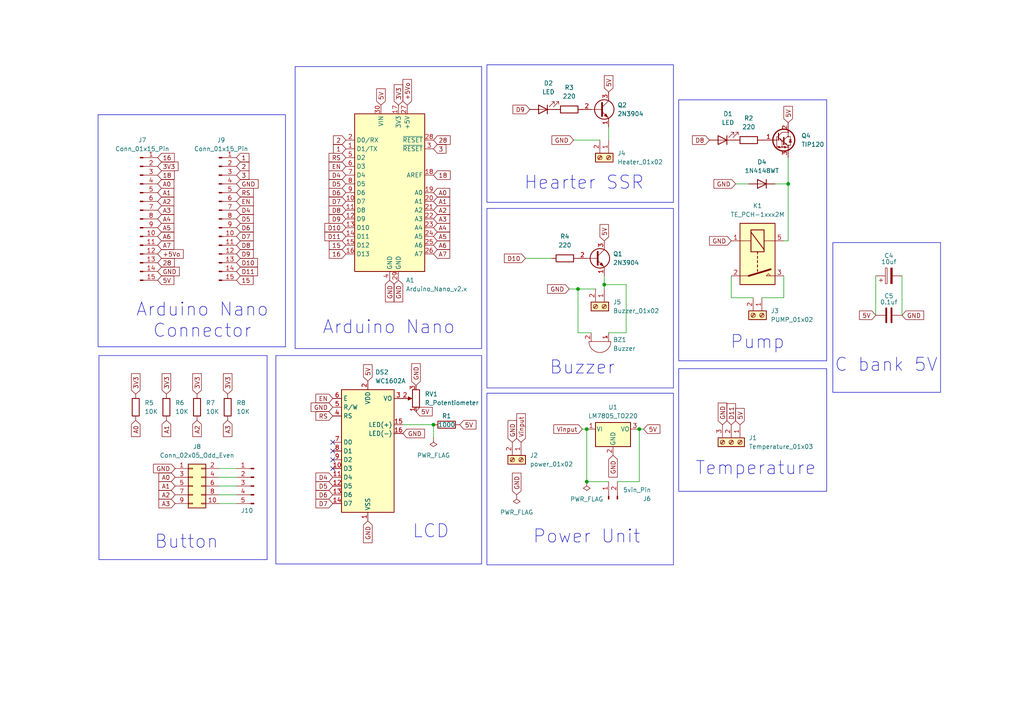
<source format=kicad_sch>
(kicad_sch
	(version 20250114)
	(generator "eeschema")
	(generator_version "9.0")
	(uuid "855027dd-f5de-4ce7-8bf6-452555afacc2")
	(paper "A4")
	(lib_symbols
		(symbol "Connector:Conn_01x02_Pin"
			(pin_names
				(offset 1.016)
				(hide yes)
			)
			(exclude_from_sim no)
			(in_bom yes)
			(on_board yes)
			(property "Reference" "J"
				(at 0 2.54 0)
				(effects
					(font
						(size 1.27 1.27)
					)
				)
			)
			(property "Value" "Conn_01x02_Pin"
				(at 0 -5.08 0)
				(effects
					(font
						(size 1.27 1.27)
					)
				)
			)
			(property "Footprint" ""
				(at 0 0 0)
				(effects
					(font
						(size 1.27 1.27)
					)
					(hide yes)
				)
			)
			(property "Datasheet" "~"
				(at 0 0 0)
				(effects
					(font
						(size 1.27 1.27)
					)
					(hide yes)
				)
			)
			(property "Description" "Generic connector, single row, 01x02, script generated"
				(at 0 0 0)
				(effects
					(font
						(size 1.27 1.27)
					)
					(hide yes)
				)
			)
			(property "ki_locked" ""
				(at 0 0 0)
				(effects
					(font
						(size 1.27 1.27)
					)
				)
			)
			(property "ki_keywords" "connector"
				(at 0 0 0)
				(effects
					(font
						(size 1.27 1.27)
					)
					(hide yes)
				)
			)
			(property "ki_fp_filters" "Connector*:*_1x??_*"
				(at 0 0 0)
				(effects
					(font
						(size 1.27 1.27)
					)
					(hide yes)
				)
			)
			(symbol "Conn_01x02_Pin_1_1"
				(rectangle
					(start 0.8636 0.127)
					(end 0 -0.127)
					(stroke
						(width 0.1524)
						(type default)
					)
					(fill
						(type outline)
					)
				)
				(rectangle
					(start 0.8636 -2.413)
					(end 0 -2.667)
					(stroke
						(width 0.1524)
						(type default)
					)
					(fill
						(type outline)
					)
				)
				(polyline
					(pts
						(xy 1.27 0) (xy 0.8636 0)
					)
					(stroke
						(width 0.1524)
						(type default)
					)
					(fill
						(type none)
					)
				)
				(polyline
					(pts
						(xy 1.27 -2.54) (xy 0.8636 -2.54)
					)
					(stroke
						(width 0.1524)
						(type default)
					)
					(fill
						(type none)
					)
				)
				(pin passive line
					(at 5.08 0 180)
					(length 3.81)
					(name "Pin_1"
						(effects
							(font
								(size 1.27 1.27)
							)
						)
					)
					(number "1"
						(effects
							(font
								(size 1.27 1.27)
							)
						)
					)
				)
				(pin passive line
					(at 5.08 -2.54 180)
					(length 3.81)
					(name "Pin_2"
						(effects
							(font
								(size 1.27 1.27)
							)
						)
					)
					(number "2"
						(effects
							(font
								(size 1.27 1.27)
							)
						)
					)
				)
			)
			(embedded_fonts no)
		)
		(symbol "Connector:Conn_01x05_Pin"
			(pin_names
				(offset 1.016)
				(hide yes)
			)
			(exclude_from_sim no)
			(in_bom yes)
			(on_board yes)
			(property "Reference" "J"
				(at 0 7.62 0)
				(effects
					(font
						(size 1.27 1.27)
					)
				)
			)
			(property "Value" "Conn_01x05_Pin"
				(at 0 -7.62 0)
				(effects
					(font
						(size 1.27 1.27)
					)
				)
			)
			(property "Footprint" ""
				(at 0 0 0)
				(effects
					(font
						(size 1.27 1.27)
					)
					(hide yes)
				)
			)
			(property "Datasheet" "~"
				(at 0 0 0)
				(effects
					(font
						(size 1.27 1.27)
					)
					(hide yes)
				)
			)
			(property "Description" "Generic connector, single row, 01x05, script generated"
				(at 0 0 0)
				(effects
					(font
						(size 1.27 1.27)
					)
					(hide yes)
				)
			)
			(property "ki_locked" ""
				(at 0 0 0)
				(effects
					(font
						(size 1.27 1.27)
					)
				)
			)
			(property "ki_keywords" "connector"
				(at 0 0 0)
				(effects
					(font
						(size 1.27 1.27)
					)
					(hide yes)
				)
			)
			(property "ki_fp_filters" "Connector*:*_1x??_*"
				(at 0 0 0)
				(effects
					(font
						(size 1.27 1.27)
					)
					(hide yes)
				)
			)
			(symbol "Conn_01x05_Pin_1_1"
				(rectangle
					(start 0.8636 5.207)
					(end 0 4.953)
					(stroke
						(width 0.1524)
						(type default)
					)
					(fill
						(type outline)
					)
				)
				(rectangle
					(start 0.8636 2.667)
					(end 0 2.413)
					(stroke
						(width 0.1524)
						(type default)
					)
					(fill
						(type outline)
					)
				)
				(rectangle
					(start 0.8636 0.127)
					(end 0 -0.127)
					(stroke
						(width 0.1524)
						(type default)
					)
					(fill
						(type outline)
					)
				)
				(rectangle
					(start 0.8636 -2.413)
					(end 0 -2.667)
					(stroke
						(width 0.1524)
						(type default)
					)
					(fill
						(type outline)
					)
				)
				(rectangle
					(start 0.8636 -4.953)
					(end 0 -5.207)
					(stroke
						(width 0.1524)
						(type default)
					)
					(fill
						(type outline)
					)
				)
				(polyline
					(pts
						(xy 1.27 5.08) (xy 0.8636 5.08)
					)
					(stroke
						(width 0.1524)
						(type default)
					)
					(fill
						(type none)
					)
				)
				(polyline
					(pts
						(xy 1.27 2.54) (xy 0.8636 2.54)
					)
					(stroke
						(width 0.1524)
						(type default)
					)
					(fill
						(type none)
					)
				)
				(polyline
					(pts
						(xy 1.27 0) (xy 0.8636 0)
					)
					(stroke
						(width 0.1524)
						(type default)
					)
					(fill
						(type none)
					)
				)
				(polyline
					(pts
						(xy 1.27 -2.54) (xy 0.8636 -2.54)
					)
					(stroke
						(width 0.1524)
						(type default)
					)
					(fill
						(type none)
					)
				)
				(polyline
					(pts
						(xy 1.27 -5.08) (xy 0.8636 -5.08)
					)
					(stroke
						(width 0.1524)
						(type default)
					)
					(fill
						(type none)
					)
				)
				(pin passive line
					(at 5.08 5.08 180)
					(length 3.81)
					(name "Pin_1"
						(effects
							(font
								(size 1.27 1.27)
							)
						)
					)
					(number "1"
						(effects
							(font
								(size 1.27 1.27)
							)
						)
					)
				)
				(pin passive line
					(at 5.08 2.54 180)
					(length 3.81)
					(name "Pin_2"
						(effects
							(font
								(size 1.27 1.27)
							)
						)
					)
					(number "2"
						(effects
							(font
								(size 1.27 1.27)
							)
						)
					)
				)
				(pin passive line
					(at 5.08 0 180)
					(length 3.81)
					(name "Pin_3"
						(effects
							(font
								(size 1.27 1.27)
							)
						)
					)
					(number "3"
						(effects
							(font
								(size 1.27 1.27)
							)
						)
					)
				)
				(pin passive line
					(at 5.08 -2.54 180)
					(length 3.81)
					(name "Pin_4"
						(effects
							(font
								(size 1.27 1.27)
							)
						)
					)
					(number "4"
						(effects
							(font
								(size 1.27 1.27)
							)
						)
					)
				)
				(pin passive line
					(at 5.08 -5.08 180)
					(length 3.81)
					(name "Pin_5"
						(effects
							(font
								(size 1.27 1.27)
							)
						)
					)
					(number "5"
						(effects
							(font
								(size 1.27 1.27)
							)
						)
					)
				)
			)
			(embedded_fonts no)
		)
		(symbol "Connector:Conn_01x15_Pin"
			(pin_names
				(offset 1.016)
				(hide yes)
			)
			(exclude_from_sim no)
			(in_bom yes)
			(on_board yes)
			(property "Reference" "J"
				(at 0 20.32 0)
				(effects
					(font
						(size 1.27 1.27)
					)
				)
			)
			(property "Value" "Conn_01x15_Pin"
				(at 0 -20.32 0)
				(effects
					(font
						(size 1.27 1.27)
					)
				)
			)
			(property "Footprint" ""
				(at 0 0 0)
				(effects
					(font
						(size 1.27 1.27)
					)
					(hide yes)
				)
			)
			(property "Datasheet" "~"
				(at 0 0 0)
				(effects
					(font
						(size 1.27 1.27)
					)
					(hide yes)
				)
			)
			(property "Description" "Generic connector, single row, 01x15, script generated"
				(at 0 0 0)
				(effects
					(font
						(size 1.27 1.27)
					)
					(hide yes)
				)
			)
			(property "ki_locked" ""
				(at 0 0 0)
				(effects
					(font
						(size 1.27 1.27)
					)
				)
			)
			(property "ki_keywords" "connector"
				(at 0 0 0)
				(effects
					(font
						(size 1.27 1.27)
					)
					(hide yes)
				)
			)
			(property "ki_fp_filters" "Connector*:*_1x??_*"
				(at 0 0 0)
				(effects
					(font
						(size 1.27 1.27)
					)
					(hide yes)
				)
			)
			(symbol "Conn_01x15_Pin_1_1"
				(rectangle
					(start 0.8636 17.907)
					(end 0 17.653)
					(stroke
						(width 0.1524)
						(type default)
					)
					(fill
						(type outline)
					)
				)
				(rectangle
					(start 0.8636 15.367)
					(end 0 15.113)
					(stroke
						(width 0.1524)
						(type default)
					)
					(fill
						(type outline)
					)
				)
				(rectangle
					(start 0.8636 12.827)
					(end 0 12.573)
					(stroke
						(width 0.1524)
						(type default)
					)
					(fill
						(type outline)
					)
				)
				(rectangle
					(start 0.8636 10.287)
					(end 0 10.033)
					(stroke
						(width 0.1524)
						(type default)
					)
					(fill
						(type outline)
					)
				)
				(rectangle
					(start 0.8636 7.747)
					(end 0 7.493)
					(stroke
						(width 0.1524)
						(type default)
					)
					(fill
						(type outline)
					)
				)
				(rectangle
					(start 0.8636 5.207)
					(end 0 4.953)
					(stroke
						(width 0.1524)
						(type default)
					)
					(fill
						(type outline)
					)
				)
				(rectangle
					(start 0.8636 2.667)
					(end 0 2.413)
					(stroke
						(width 0.1524)
						(type default)
					)
					(fill
						(type outline)
					)
				)
				(rectangle
					(start 0.8636 0.127)
					(end 0 -0.127)
					(stroke
						(width 0.1524)
						(type default)
					)
					(fill
						(type outline)
					)
				)
				(rectangle
					(start 0.8636 -2.413)
					(end 0 -2.667)
					(stroke
						(width 0.1524)
						(type default)
					)
					(fill
						(type outline)
					)
				)
				(rectangle
					(start 0.8636 -4.953)
					(end 0 -5.207)
					(stroke
						(width 0.1524)
						(type default)
					)
					(fill
						(type outline)
					)
				)
				(rectangle
					(start 0.8636 -7.493)
					(end 0 -7.747)
					(stroke
						(width 0.1524)
						(type default)
					)
					(fill
						(type outline)
					)
				)
				(rectangle
					(start 0.8636 -10.033)
					(end 0 -10.287)
					(stroke
						(width 0.1524)
						(type default)
					)
					(fill
						(type outline)
					)
				)
				(rectangle
					(start 0.8636 -12.573)
					(end 0 -12.827)
					(stroke
						(width 0.1524)
						(type default)
					)
					(fill
						(type outline)
					)
				)
				(rectangle
					(start 0.8636 -15.113)
					(end 0 -15.367)
					(stroke
						(width 0.1524)
						(type default)
					)
					(fill
						(type outline)
					)
				)
				(rectangle
					(start 0.8636 -17.653)
					(end 0 -17.907)
					(stroke
						(width 0.1524)
						(type default)
					)
					(fill
						(type outline)
					)
				)
				(polyline
					(pts
						(xy 1.27 17.78) (xy 0.8636 17.78)
					)
					(stroke
						(width 0.1524)
						(type default)
					)
					(fill
						(type none)
					)
				)
				(polyline
					(pts
						(xy 1.27 15.24) (xy 0.8636 15.24)
					)
					(stroke
						(width 0.1524)
						(type default)
					)
					(fill
						(type none)
					)
				)
				(polyline
					(pts
						(xy 1.27 12.7) (xy 0.8636 12.7)
					)
					(stroke
						(width 0.1524)
						(type default)
					)
					(fill
						(type none)
					)
				)
				(polyline
					(pts
						(xy 1.27 10.16) (xy 0.8636 10.16)
					)
					(stroke
						(width 0.1524)
						(type default)
					)
					(fill
						(type none)
					)
				)
				(polyline
					(pts
						(xy 1.27 7.62) (xy 0.8636 7.62)
					)
					(stroke
						(width 0.1524)
						(type default)
					)
					(fill
						(type none)
					)
				)
				(polyline
					(pts
						(xy 1.27 5.08) (xy 0.8636 5.08)
					)
					(stroke
						(width 0.1524)
						(type default)
					)
					(fill
						(type none)
					)
				)
				(polyline
					(pts
						(xy 1.27 2.54) (xy 0.8636 2.54)
					)
					(stroke
						(width 0.1524)
						(type default)
					)
					(fill
						(type none)
					)
				)
				(polyline
					(pts
						(xy 1.27 0) (xy 0.8636 0)
					)
					(stroke
						(width 0.1524)
						(type default)
					)
					(fill
						(type none)
					)
				)
				(polyline
					(pts
						(xy 1.27 -2.54) (xy 0.8636 -2.54)
					)
					(stroke
						(width 0.1524)
						(type default)
					)
					(fill
						(type none)
					)
				)
				(polyline
					(pts
						(xy 1.27 -5.08) (xy 0.8636 -5.08)
					)
					(stroke
						(width 0.1524)
						(type default)
					)
					(fill
						(type none)
					)
				)
				(polyline
					(pts
						(xy 1.27 -7.62) (xy 0.8636 -7.62)
					)
					(stroke
						(width 0.1524)
						(type default)
					)
					(fill
						(type none)
					)
				)
				(polyline
					(pts
						(xy 1.27 -10.16) (xy 0.8636 -10.16)
					)
					(stroke
						(width 0.1524)
						(type default)
					)
					(fill
						(type none)
					)
				)
				(polyline
					(pts
						(xy 1.27 -12.7) (xy 0.8636 -12.7)
					)
					(stroke
						(width 0.1524)
						(type default)
					)
					(fill
						(type none)
					)
				)
				(polyline
					(pts
						(xy 1.27 -15.24) (xy 0.8636 -15.24)
					)
					(stroke
						(width 0.1524)
						(type default)
					)
					(fill
						(type none)
					)
				)
				(polyline
					(pts
						(xy 1.27 -17.78) (xy 0.8636 -17.78)
					)
					(stroke
						(width 0.1524)
						(type default)
					)
					(fill
						(type none)
					)
				)
				(pin passive line
					(at 5.08 17.78 180)
					(length 3.81)
					(name "Pin_1"
						(effects
							(font
								(size 1.27 1.27)
							)
						)
					)
					(number "1"
						(effects
							(font
								(size 1.27 1.27)
							)
						)
					)
				)
				(pin passive line
					(at 5.08 15.24 180)
					(length 3.81)
					(name "Pin_2"
						(effects
							(font
								(size 1.27 1.27)
							)
						)
					)
					(number "2"
						(effects
							(font
								(size 1.27 1.27)
							)
						)
					)
				)
				(pin passive line
					(at 5.08 12.7 180)
					(length 3.81)
					(name "Pin_3"
						(effects
							(font
								(size 1.27 1.27)
							)
						)
					)
					(number "3"
						(effects
							(font
								(size 1.27 1.27)
							)
						)
					)
				)
				(pin passive line
					(at 5.08 10.16 180)
					(length 3.81)
					(name "Pin_4"
						(effects
							(font
								(size 1.27 1.27)
							)
						)
					)
					(number "4"
						(effects
							(font
								(size 1.27 1.27)
							)
						)
					)
				)
				(pin passive line
					(at 5.08 7.62 180)
					(length 3.81)
					(name "Pin_5"
						(effects
							(font
								(size 1.27 1.27)
							)
						)
					)
					(number "5"
						(effects
							(font
								(size 1.27 1.27)
							)
						)
					)
				)
				(pin passive line
					(at 5.08 5.08 180)
					(length 3.81)
					(name "Pin_6"
						(effects
							(font
								(size 1.27 1.27)
							)
						)
					)
					(number "6"
						(effects
							(font
								(size 1.27 1.27)
							)
						)
					)
				)
				(pin passive line
					(at 5.08 2.54 180)
					(length 3.81)
					(name "Pin_7"
						(effects
							(font
								(size 1.27 1.27)
							)
						)
					)
					(number "7"
						(effects
							(font
								(size 1.27 1.27)
							)
						)
					)
				)
				(pin passive line
					(at 5.08 0 180)
					(length 3.81)
					(name "Pin_8"
						(effects
							(font
								(size 1.27 1.27)
							)
						)
					)
					(number "8"
						(effects
							(font
								(size 1.27 1.27)
							)
						)
					)
				)
				(pin passive line
					(at 5.08 -2.54 180)
					(length 3.81)
					(name "Pin_9"
						(effects
							(font
								(size 1.27 1.27)
							)
						)
					)
					(number "9"
						(effects
							(font
								(size 1.27 1.27)
							)
						)
					)
				)
				(pin passive line
					(at 5.08 -5.08 180)
					(length 3.81)
					(name "Pin_10"
						(effects
							(font
								(size 1.27 1.27)
							)
						)
					)
					(number "10"
						(effects
							(font
								(size 1.27 1.27)
							)
						)
					)
				)
				(pin passive line
					(at 5.08 -7.62 180)
					(length 3.81)
					(name "Pin_11"
						(effects
							(font
								(size 1.27 1.27)
							)
						)
					)
					(number "11"
						(effects
							(font
								(size 1.27 1.27)
							)
						)
					)
				)
				(pin passive line
					(at 5.08 -10.16 180)
					(length 3.81)
					(name "Pin_12"
						(effects
							(font
								(size 1.27 1.27)
							)
						)
					)
					(number "12"
						(effects
							(font
								(size 1.27 1.27)
							)
						)
					)
				)
				(pin passive line
					(at 5.08 -12.7 180)
					(length 3.81)
					(name "Pin_13"
						(effects
							(font
								(size 1.27 1.27)
							)
						)
					)
					(number "13"
						(effects
							(font
								(size 1.27 1.27)
							)
						)
					)
				)
				(pin passive line
					(at 5.08 -15.24 180)
					(length 3.81)
					(name "Pin_14"
						(effects
							(font
								(size 1.27 1.27)
							)
						)
					)
					(number "14"
						(effects
							(font
								(size 1.27 1.27)
							)
						)
					)
				)
				(pin passive line
					(at 5.08 -17.78 180)
					(length 3.81)
					(name "Pin_15"
						(effects
							(font
								(size 1.27 1.27)
							)
						)
					)
					(number "15"
						(effects
							(font
								(size 1.27 1.27)
							)
						)
					)
				)
			)
			(embedded_fonts no)
		)
		(symbol "Connector:Screw_Terminal_01x02"
			(pin_names
				(offset 1.016)
				(hide yes)
			)
			(exclude_from_sim no)
			(in_bom yes)
			(on_board yes)
			(property "Reference" "J"
				(at 0 2.54 0)
				(effects
					(font
						(size 1.27 1.27)
					)
				)
			)
			(property "Value" "Screw_Terminal_01x02"
				(at 0 -5.08 0)
				(effects
					(font
						(size 1.27 1.27)
					)
				)
			)
			(property "Footprint" ""
				(at 0 0 0)
				(effects
					(font
						(size 1.27 1.27)
					)
					(hide yes)
				)
			)
			(property "Datasheet" "~"
				(at 0 0 0)
				(effects
					(font
						(size 1.27 1.27)
					)
					(hide yes)
				)
			)
			(property "Description" "Generic screw terminal, single row, 01x02, script generated (kicad-library-utils/schlib/autogen/connector/)"
				(at 0 0 0)
				(effects
					(font
						(size 1.27 1.27)
					)
					(hide yes)
				)
			)
			(property "ki_keywords" "screw terminal"
				(at 0 0 0)
				(effects
					(font
						(size 1.27 1.27)
					)
					(hide yes)
				)
			)
			(property "ki_fp_filters" "TerminalBlock*:*"
				(at 0 0 0)
				(effects
					(font
						(size 1.27 1.27)
					)
					(hide yes)
				)
			)
			(symbol "Screw_Terminal_01x02_1_1"
				(rectangle
					(start -1.27 1.27)
					(end 1.27 -3.81)
					(stroke
						(width 0.254)
						(type default)
					)
					(fill
						(type background)
					)
				)
				(polyline
					(pts
						(xy -0.5334 0.3302) (xy 0.3302 -0.508)
					)
					(stroke
						(width 0.1524)
						(type default)
					)
					(fill
						(type none)
					)
				)
				(polyline
					(pts
						(xy -0.5334 -2.2098) (xy 0.3302 -3.048)
					)
					(stroke
						(width 0.1524)
						(type default)
					)
					(fill
						(type none)
					)
				)
				(polyline
					(pts
						(xy -0.3556 0.508) (xy 0.508 -0.3302)
					)
					(stroke
						(width 0.1524)
						(type default)
					)
					(fill
						(type none)
					)
				)
				(polyline
					(pts
						(xy -0.3556 -2.032) (xy 0.508 -2.8702)
					)
					(stroke
						(width 0.1524)
						(type default)
					)
					(fill
						(type none)
					)
				)
				(circle
					(center 0 0)
					(radius 0.635)
					(stroke
						(width 0.1524)
						(type default)
					)
					(fill
						(type none)
					)
				)
				(circle
					(center 0 -2.54)
					(radius 0.635)
					(stroke
						(width 0.1524)
						(type default)
					)
					(fill
						(type none)
					)
				)
				(pin passive line
					(at -5.08 0 0)
					(length 3.81)
					(name "Pin_1"
						(effects
							(font
								(size 1.27 1.27)
							)
						)
					)
					(number "1"
						(effects
							(font
								(size 1.27 1.27)
							)
						)
					)
				)
				(pin passive line
					(at -5.08 -2.54 0)
					(length 3.81)
					(name "Pin_2"
						(effects
							(font
								(size 1.27 1.27)
							)
						)
					)
					(number "2"
						(effects
							(font
								(size 1.27 1.27)
							)
						)
					)
				)
			)
			(embedded_fonts no)
		)
		(symbol "Connector:Screw_Terminal_01x03"
			(pin_names
				(offset 1.016)
				(hide yes)
			)
			(exclude_from_sim no)
			(in_bom yes)
			(on_board yes)
			(property "Reference" "J"
				(at 0 5.08 0)
				(effects
					(font
						(size 1.27 1.27)
					)
				)
			)
			(property "Value" "Screw_Terminal_01x03"
				(at 0 -5.08 0)
				(effects
					(font
						(size 1.27 1.27)
					)
				)
			)
			(property "Footprint" ""
				(at 0 0 0)
				(effects
					(font
						(size 1.27 1.27)
					)
					(hide yes)
				)
			)
			(property "Datasheet" "~"
				(at 0 0 0)
				(effects
					(font
						(size 1.27 1.27)
					)
					(hide yes)
				)
			)
			(property "Description" "Generic screw terminal, single row, 01x03, script generated (kicad-library-utils/schlib/autogen/connector/)"
				(at 0 0 0)
				(effects
					(font
						(size 1.27 1.27)
					)
					(hide yes)
				)
			)
			(property "ki_keywords" "screw terminal"
				(at 0 0 0)
				(effects
					(font
						(size 1.27 1.27)
					)
					(hide yes)
				)
			)
			(property "ki_fp_filters" "TerminalBlock*:*"
				(at 0 0 0)
				(effects
					(font
						(size 1.27 1.27)
					)
					(hide yes)
				)
			)
			(symbol "Screw_Terminal_01x03_1_1"
				(rectangle
					(start -1.27 3.81)
					(end 1.27 -3.81)
					(stroke
						(width 0.254)
						(type default)
					)
					(fill
						(type background)
					)
				)
				(polyline
					(pts
						(xy -0.5334 2.8702) (xy 0.3302 2.032)
					)
					(stroke
						(width 0.1524)
						(type default)
					)
					(fill
						(type none)
					)
				)
				(polyline
					(pts
						(xy -0.5334 0.3302) (xy 0.3302 -0.508)
					)
					(stroke
						(width 0.1524)
						(type default)
					)
					(fill
						(type none)
					)
				)
				(polyline
					(pts
						(xy -0.5334 -2.2098) (xy 0.3302 -3.048)
					)
					(stroke
						(width 0.1524)
						(type default)
					)
					(fill
						(type none)
					)
				)
				(polyline
					(pts
						(xy -0.3556 3.048) (xy 0.508 2.2098)
					)
					(stroke
						(width 0.1524)
						(type default)
					)
					(fill
						(type none)
					)
				)
				(polyline
					(pts
						(xy -0.3556 0.508) (xy 0.508 -0.3302)
					)
					(stroke
						(width 0.1524)
						(type default)
					)
					(fill
						(type none)
					)
				)
				(polyline
					(pts
						(xy -0.3556 -2.032) (xy 0.508 -2.8702)
					)
					(stroke
						(width 0.1524)
						(type default)
					)
					(fill
						(type none)
					)
				)
				(circle
					(center 0 2.54)
					(radius 0.635)
					(stroke
						(width 0.1524)
						(type default)
					)
					(fill
						(type none)
					)
				)
				(circle
					(center 0 0)
					(radius 0.635)
					(stroke
						(width 0.1524)
						(type default)
					)
					(fill
						(type none)
					)
				)
				(circle
					(center 0 -2.54)
					(radius 0.635)
					(stroke
						(width 0.1524)
						(type default)
					)
					(fill
						(type none)
					)
				)
				(pin passive line
					(at -5.08 2.54 0)
					(length 3.81)
					(name "Pin_1"
						(effects
							(font
								(size 1.27 1.27)
							)
						)
					)
					(number "1"
						(effects
							(font
								(size 1.27 1.27)
							)
						)
					)
				)
				(pin passive line
					(at -5.08 0 0)
					(length 3.81)
					(name "Pin_2"
						(effects
							(font
								(size 1.27 1.27)
							)
						)
					)
					(number "2"
						(effects
							(font
								(size 1.27 1.27)
							)
						)
					)
				)
				(pin passive line
					(at -5.08 -2.54 0)
					(length 3.81)
					(name "Pin_3"
						(effects
							(font
								(size 1.27 1.27)
							)
						)
					)
					(number "3"
						(effects
							(font
								(size 1.27 1.27)
							)
						)
					)
				)
			)
			(embedded_fonts no)
		)
		(symbol "Connector_Generic:Conn_02x05_Odd_Even"
			(pin_names
				(offset 1.016)
				(hide yes)
			)
			(exclude_from_sim no)
			(in_bom yes)
			(on_board yes)
			(property "Reference" "J"
				(at 1.27 7.62 0)
				(effects
					(font
						(size 1.27 1.27)
					)
				)
			)
			(property "Value" "Conn_02x05_Odd_Even"
				(at 1.27 -7.62 0)
				(effects
					(font
						(size 1.27 1.27)
					)
				)
			)
			(property "Footprint" ""
				(at 0 0 0)
				(effects
					(font
						(size 1.27 1.27)
					)
					(hide yes)
				)
			)
			(property "Datasheet" "~"
				(at 0 0 0)
				(effects
					(font
						(size 1.27 1.27)
					)
					(hide yes)
				)
			)
			(property "Description" "Generic connector, double row, 02x05, odd/even pin numbering scheme (row 1 odd numbers, row 2 even numbers), script generated (kicad-library-utils/schlib/autogen/connector/)"
				(at 0 0 0)
				(effects
					(font
						(size 1.27 1.27)
					)
					(hide yes)
				)
			)
			(property "ki_keywords" "connector"
				(at 0 0 0)
				(effects
					(font
						(size 1.27 1.27)
					)
					(hide yes)
				)
			)
			(property "ki_fp_filters" "Connector*:*_2x??_*"
				(at 0 0 0)
				(effects
					(font
						(size 1.27 1.27)
					)
					(hide yes)
				)
			)
			(symbol "Conn_02x05_Odd_Even_1_1"
				(rectangle
					(start -1.27 6.35)
					(end 3.81 -6.35)
					(stroke
						(width 0.254)
						(type default)
					)
					(fill
						(type background)
					)
				)
				(rectangle
					(start -1.27 5.207)
					(end 0 4.953)
					(stroke
						(width 0.1524)
						(type default)
					)
					(fill
						(type none)
					)
				)
				(rectangle
					(start -1.27 2.667)
					(end 0 2.413)
					(stroke
						(width 0.1524)
						(type default)
					)
					(fill
						(type none)
					)
				)
				(rectangle
					(start -1.27 0.127)
					(end 0 -0.127)
					(stroke
						(width 0.1524)
						(type default)
					)
					(fill
						(type none)
					)
				)
				(rectangle
					(start -1.27 -2.413)
					(end 0 -2.667)
					(stroke
						(width 0.1524)
						(type default)
					)
					(fill
						(type none)
					)
				)
				(rectangle
					(start -1.27 -4.953)
					(end 0 -5.207)
					(stroke
						(width 0.1524)
						(type default)
					)
					(fill
						(type none)
					)
				)
				(rectangle
					(start 3.81 5.207)
					(end 2.54 4.953)
					(stroke
						(width 0.1524)
						(type default)
					)
					(fill
						(type none)
					)
				)
				(rectangle
					(start 3.81 2.667)
					(end 2.54 2.413)
					(stroke
						(width 0.1524)
						(type default)
					)
					(fill
						(type none)
					)
				)
				(rectangle
					(start 3.81 0.127)
					(end 2.54 -0.127)
					(stroke
						(width 0.1524)
						(type default)
					)
					(fill
						(type none)
					)
				)
				(rectangle
					(start 3.81 -2.413)
					(end 2.54 -2.667)
					(stroke
						(width 0.1524)
						(type default)
					)
					(fill
						(type none)
					)
				)
				(rectangle
					(start 3.81 -4.953)
					(end 2.54 -5.207)
					(stroke
						(width 0.1524)
						(type default)
					)
					(fill
						(type none)
					)
				)
				(pin passive line
					(at -5.08 5.08 0)
					(length 3.81)
					(name "Pin_1"
						(effects
							(font
								(size 1.27 1.27)
							)
						)
					)
					(number "1"
						(effects
							(font
								(size 1.27 1.27)
							)
						)
					)
				)
				(pin passive line
					(at -5.08 2.54 0)
					(length 3.81)
					(name "Pin_3"
						(effects
							(font
								(size 1.27 1.27)
							)
						)
					)
					(number "3"
						(effects
							(font
								(size 1.27 1.27)
							)
						)
					)
				)
				(pin passive line
					(at -5.08 0 0)
					(length 3.81)
					(name "Pin_5"
						(effects
							(font
								(size 1.27 1.27)
							)
						)
					)
					(number "5"
						(effects
							(font
								(size 1.27 1.27)
							)
						)
					)
				)
				(pin passive line
					(at -5.08 -2.54 0)
					(length 3.81)
					(name "Pin_7"
						(effects
							(font
								(size 1.27 1.27)
							)
						)
					)
					(number "7"
						(effects
							(font
								(size 1.27 1.27)
							)
						)
					)
				)
				(pin passive line
					(at -5.08 -5.08 0)
					(length 3.81)
					(name "Pin_9"
						(effects
							(font
								(size 1.27 1.27)
							)
						)
					)
					(number "9"
						(effects
							(font
								(size 1.27 1.27)
							)
						)
					)
				)
				(pin passive line
					(at 7.62 5.08 180)
					(length 3.81)
					(name "Pin_2"
						(effects
							(font
								(size 1.27 1.27)
							)
						)
					)
					(number "2"
						(effects
							(font
								(size 1.27 1.27)
							)
						)
					)
				)
				(pin passive line
					(at 7.62 2.54 180)
					(length 3.81)
					(name "Pin_4"
						(effects
							(font
								(size 1.27 1.27)
							)
						)
					)
					(number "4"
						(effects
							(font
								(size 1.27 1.27)
							)
						)
					)
				)
				(pin passive line
					(at 7.62 0 180)
					(length 3.81)
					(name "Pin_6"
						(effects
							(font
								(size 1.27 1.27)
							)
						)
					)
					(number "6"
						(effects
							(font
								(size 1.27 1.27)
							)
						)
					)
				)
				(pin passive line
					(at 7.62 -2.54 180)
					(length 3.81)
					(name "Pin_8"
						(effects
							(font
								(size 1.27 1.27)
							)
						)
					)
					(number "8"
						(effects
							(font
								(size 1.27 1.27)
							)
						)
					)
				)
				(pin passive line
					(at 7.62 -5.08 180)
					(length 3.81)
					(name "Pin_10"
						(effects
							(font
								(size 1.27 1.27)
							)
						)
					)
					(number "10"
						(effects
							(font
								(size 1.27 1.27)
							)
						)
					)
				)
			)
			(embedded_fonts no)
		)
		(symbol "Device:Buzzer"
			(pin_names
				(offset 0.0254)
				(hide yes)
			)
			(exclude_from_sim no)
			(in_bom yes)
			(on_board yes)
			(property "Reference" "BZ"
				(at 3.81 1.27 0)
				(effects
					(font
						(size 1.27 1.27)
					)
					(justify left)
				)
			)
			(property "Value" "Buzzer"
				(at 3.81 -1.27 0)
				(effects
					(font
						(size 1.27 1.27)
					)
					(justify left)
				)
			)
			(property "Footprint" ""
				(at -0.635 2.54 90)
				(effects
					(font
						(size 1.27 1.27)
					)
					(hide yes)
				)
			)
			(property "Datasheet" "~"
				(at -0.635 2.54 90)
				(effects
					(font
						(size 1.27 1.27)
					)
					(hide yes)
				)
			)
			(property "Description" "Buzzer, polarized"
				(at 0 0 0)
				(effects
					(font
						(size 1.27 1.27)
					)
					(hide yes)
				)
			)
			(property "ki_keywords" "quartz resonator ceramic"
				(at 0 0 0)
				(effects
					(font
						(size 1.27 1.27)
					)
					(hide yes)
				)
			)
			(property "ki_fp_filters" "*Buzzer*"
				(at 0 0 0)
				(effects
					(font
						(size 1.27 1.27)
					)
					(hide yes)
				)
			)
			(symbol "Buzzer_0_1"
				(polyline
					(pts
						(xy -1.651 1.905) (xy -1.143 1.905)
					)
					(stroke
						(width 0)
						(type default)
					)
					(fill
						(type none)
					)
				)
				(polyline
					(pts
						(xy -1.397 2.159) (xy -1.397 1.651)
					)
					(stroke
						(width 0)
						(type default)
					)
					(fill
						(type none)
					)
				)
				(arc
					(start 0 3.175)
					(mid 3.1612 0)
					(end 0 -3.175)
					(stroke
						(width 0)
						(type default)
					)
					(fill
						(type none)
					)
				)
				(polyline
					(pts
						(xy 0 3.175) (xy 0 -3.175)
					)
					(stroke
						(width 0)
						(type default)
					)
					(fill
						(type none)
					)
				)
			)
			(symbol "Buzzer_1_1"
				(pin passive line
					(at -2.54 2.54 0)
					(length 2.54)
					(name "+"
						(effects
							(font
								(size 1.27 1.27)
							)
						)
					)
					(number "1"
						(effects
							(font
								(size 1.27 1.27)
							)
						)
					)
				)
				(pin passive line
					(at -2.54 -2.54 0)
					(length 2.54)
					(name "-"
						(effects
							(font
								(size 1.27 1.27)
							)
						)
					)
					(number "2"
						(effects
							(font
								(size 1.27 1.27)
							)
						)
					)
				)
			)
			(embedded_fonts no)
		)
		(symbol "Device:C"
			(pin_numbers
				(hide yes)
			)
			(pin_names
				(offset 0.254)
			)
			(exclude_from_sim no)
			(in_bom yes)
			(on_board yes)
			(property "Reference" "C"
				(at 0.635 2.54 0)
				(effects
					(font
						(size 1.27 1.27)
					)
					(justify left)
				)
			)
			(property "Value" "C"
				(at 0.635 -2.54 0)
				(effects
					(font
						(size 1.27 1.27)
					)
					(justify left)
				)
			)
			(property "Footprint" ""
				(at 0.9652 -3.81 0)
				(effects
					(font
						(size 1.27 1.27)
					)
					(hide yes)
				)
			)
			(property "Datasheet" "~"
				(at 0 0 0)
				(effects
					(font
						(size 1.27 1.27)
					)
					(hide yes)
				)
			)
			(property "Description" "Unpolarized capacitor"
				(at 0 0 0)
				(effects
					(font
						(size 1.27 1.27)
					)
					(hide yes)
				)
			)
			(property "ki_keywords" "cap capacitor"
				(at 0 0 0)
				(effects
					(font
						(size 1.27 1.27)
					)
					(hide yes)
				)
			)
			(property "ki_fp_filters" "C_*"
				(at 0 0 0)
				(effects
					(font
						(size 1.27 1.27)
					)
					(hide yes)
				)
			)
			(symbol "C_0_1"
				(polyline
					(pts
						(xy -2.032 0.762) (xy 2.032 0.762)
					)
					(stroke
						(width 0.508)
						(type default)
					)
					(fill
						(type none)
					)
				)
				(polyline
					(pts
						(xy -2.032 -0.762) (xy 2.032 -0.762)
					)
					(stroke
						(width 0.508)
						(type default)
					)
					(fill
						(type none)
					)
				)
			)
			(symbol "C_1_1"
				(pin passive line
					(at 0 3.81 270)
					(length 2.794)
					(name "~"
						(effects
							(font
								(size 1.27 1.27)
							)
						)
					)
					(number "1"
						(effects
							(font
								(size 1.27 1.27)
							)
						)
					)
				)
				(pin passive line
					(at 0 -3.81 90)
					(length 2.794)
					(name "~"
						(effects
							(font
								(size 1.27 1.27)
							)
						)
					)
					(number "2"
						(effects
							(font
								(size 1.27 1.27)
							)
						)
					)
				)
			)
			(embedded_fonts no)
		)
		(symbol "Device:C_Polarized"
			(pin_numbers
				(hide yes)
			)
			(pin_names
				(offset 0.254)
			)
			(exclude_from_sim no)
			(in_bom yes)
			(on_board yes)
			(property "Reference" "C"
				(at 0.635 2.54 0)
				(effects
					(font
						(size 1.27 1.27)
					)
					(justify left)
				)
			)
			(property "Value" "C_Polarized"
				(at 0.635 -2.54 0)
				(effects
					(font
						(size 1.27 1.27)
					)
					(justify left)
				)
			)
			(property "Footprint" ""
				(at 0.9652 -3.81 0)
				(effects
					(font
						(size 1.27 1.27)
					)
					(hide yes)
				)
			)
			(property "Datasheet" "~"
				(at 0 0 0)
				(effects
					(font
						(size 1.27 1.27)
					)
					(hide yes)
				)
			)
			(property "Description" "Polarized capacitor"
				(at 0 0 0)
				(effects
					(font
						(size 1.27 1.27)
					)
					(hide yes)
				)
			)
			(property "ki_keywords" "cap capacitor"
				(at 0 0 0)
				(effects
					(font
						(size 1.27 1.27)
					)
					(hide yes)
				)
			)
			(property "ki_fp_filters" "CP_*"
				(at 0 0 0)
				(effects
					(font
						(size 1.27 1.27)
					)
					(hide yes)
				)
			)
			(symbol "C_Polarized_0_1"
				(rectangle
					(start -2.286 0.508)
					(end 2.286 1.016)
					(stroke
						(width 0)
						(type default)
					)
					(fill
						(type none)
					)
				)
				(polyline
					(pts
						(xy -1.778 2.286) (xy -0.762 2.286)
					)
					(stroke
						(width 0)
						(type default)
					)
					(fill
						(type none)
					)
				)
				(polyline
					(pts
						(xy -1.27 2.794) (xy -1.27 1.778)
					)
					(stroke
						(width 0)
						(type default)
					)
					(fill
						(type none)
					)
				)
				(rectangle
					(start 2.286 -0.508)
					(end -2.286 -1.016)
					(stroke
						(width 0)
						(type default)
					)
					(fill
						(type outline)
					)
				)
			)
			(symbol "C_Polarized_1_1"
				(pin passive line
					(at 0 3.81 270)
					(length 2.794)
					(name "~"
						(effects
							(font
								(size 1.27 1.27)
							)
						)
					)
					(number "1"
						(effects
							(font
								(size 1.27 1.27)
							)
						)
					)
				)
				(pin passive line
					(at 0 -3.81 90)
					(length 2.794)
					(name "~"
						(effects
							(font
								(size 1.27 1.27)
							)
						)
					)
					(number "2"
						(effects
							(font
								(size 1.27 1.27)
							)
						)
					)
				)
			)
			(embedded_fonts no)
		)
		(symbol "Device:LED"
			(pin_numbers
				(hide yes)
			)
			(pin_names
				(offset 1.016)
				(hide yes)
			)
			(exclude_from_sim no)
			(in_bom yes)
			(on_board yes)
			(property "Reference" "D"
				(at 0 2.54 0)
				(effects
					(font
						(size 1.27 1.27)
					)
				)
			)
			(property "Value" "LED"
				(at 0 -2.54 0)
				(effects
					(font
						(size 1.27 1.27)
					)
				)
			)
			(property "Footprint" ""
				(at 0 0 0)
				(effects
					(font
						(size 1.27 1.27)
					)
					(hide yes)
				)
			)
			(property "Datasheet" "~"
				(at 0 0 0)
				(effects
					(font
						(size 1.27 1.27)
					)
					(hide yes)
				)
			)
			(property "Description" "Light emitting diode"
				(at 0 0 0)
				(effects
					(font
						(size 1.27 1.27)
					)
					(hide yes)
				)
			)
			(property "Sim.Pins" "1=K 2=A"
				(at 0 0 0)
				(effects
					(font
						(size 1.27 1.27)
					)
					(hide yes)
				)
			)
			(property "ki_keywords" "LED diode"
				(at 0 0 0)
				(effects
					(font
						(size 1.27 1.27)
					)
					(hide yes)
				)
			)
			(property "ki_fp_filters" "LED* LED_SMD:* LED_THT:*"
				(at 0 0 0)
				(effects
					(font
						(size 1.27 1.27)
					)
					(hide yes)
				)
			)
			(symbol "LED_0_1"
				(polyline
					(pts
						(xy -3.048 -0.762) (xy -4.572 -2.286) (xy -3.81 -2.286) (xy -4.572 -2.286) (xy -4.572 -1.524)
					)
					(stroke
						(width 0)
						(type default)
					)
					(fill
						(type none)
					)
				)
				(polyline
					(pts
						(xy -1.778 -0.762) (xy -3.302 -2.286) (xy -2.54 -2.286) (xy -3.302 -2.286) (xy -3.302 -1.524)
					)
					(stroke
						(width 0)
						(type default)
					)
					(fill
						(type none)
					)
				)
				(polyline
					(pts
						(xy -1.27 0) (xy 1.27 0)
					)
					(stroke
						(width 0)
						(type default)
					)
					(fill
						(type none)
					)
				)
				(polyline
					(pts
						(xy -1.27 -1.27) (xy -1.27 1.27)
					)
					(stroke
						(width 0.254)
						(type default)
					)
					(fill
						(type none)
					)
				)
				(polyline
					(pts
						(xy 1.27 -1.27) (xy 1.27 1.27) (xy -1.27 0) (xy 1.27 -1.27)
					)
					(stroke
						(width 0.254)
						(type default)
					)
					(fill
						(type none)
					)
				)
			)
			(symbol "LED_1_1"
				(pin passive line
					(at -3.81 0 0)
					(length 2.54)
					(name "K"
						(effects
							(font
								(size 1.27 1.27)
							)
						)
					)
					(number "1"
						(effects
							(font
								(size 1.27 1.27)
							)
						)
					)
				)
				(pin passive line
					(at 3.81 0 180)
					(length 2.54)
					(name "A"
						(effects
							(font
								(size 1.27 1.27)
							)
						)
					)
					(number "2"
						(effects
							(font
								(size 1.27 1.27)
							)
						)
					)
				)
			)
			(embedded_fonts no)
		)
		(symbol "Device:R"
			(pin_numbers
				(hide yes)
			)
			(pin_names
				(offset 0)
			)
			(exclude_from_sim no)
			(in_bom yes)
			(on_board yes)
			(property "Reference" "R"
				(at 2.032 0 90)
				(effects
					(font
						(size 1.27 1.27)
					)
				)
			)
			(property "Value" "R"
				(at 0 0 90)
				(effects
					(font
						(size 1.27 1.27)
					)
				)
			)
			(property "Footprint" ""
				(at -1.778 0 90)
				(effects
					(font
						(size 1.27 1.27)
					)
					(hide yes)
				)
			)
			(property "Datasheet" "~"
				(at 0 0 0)
				(effects
					(font
						(size 1.27 1.27)
					)
					(hide yes)
				)
			)
			(property "Description" "Resistor"
				(at 0 0 0)
				(effects
					(font
						(size 1.27 1.27)
					)
					(hide yes)
				)
			)
			(property "ki_keywords" "R res resistor"
				(at 0 0 0)
				(effects
					(font
						(size 1.27 1.27)
					)
					(hide yes)
				)
			)
			(property "ki_fp_filters" "R_*"
				(at 0 0 0)
				(effects
					(font
						(size 1.27 1.27)
					)
					(hide yes)
				)
			)
			(symbol "R_0_1"
				(rectangle
					(start -1.016 -2.54)
					(end 1.016 2.54)
					(stroke
						(width 0.254)
						(type default)
					)
					(fill
						(type none)
					)
				)
			)
			(symbol "R_1_1"
				(pin passive line
					(at 0 3.81 270)
					(length 1.27)
					(name "~"
						(effects
							(font
								(size 1.27 1.27)
							)
						)
					)
					(number "1"
						(effects
							(font
								(size 1.27 1.27)
							)
						)
					)
				)
				(pin passive line
					(at 0 -3.81 90)
					(length 1.27)
					(name "~"
						(effects
							(font
								(size 1.27 1.27)
							)
						)
					)
					(number "2"
						(effects
							(font
								(size 1.27 1.27)
							)
						)
					)
				)
			)
			(embedded_fonts no)
		)
		(symbol "Device:R_Potentiometer"
			(pin_names
				(offset 1.016)
				(hide yes)
			)
			(exclude_from_sim no)
			(in_bom yes)
			(on_board yes)
			(property "Reference" "RV"
				(at -4.445 0 90)
				(effects
					(font
						(size 1.27 1.27)
					)
				)
			)
			(property "Value" "R_Potentiometer"
				(at -2.54 0 90)
				(effects
					(font
						(size 1.27 1.27)
					)
				)
			)
			(property "Footprint" ""
				(at 0 0 0)
				(effects
					(font
						(size 1.27 1.27)
					)
					(hide yes)
				)
			)
			(property "Datasheet" "~"
				(at 0 0 0)
				(effects
					(font
						(size 1.27 1.27)
					)
					(hide yes)
				)
			)
			(property "Description" "Potentiometer"
				(at 0 0 0)
				(effects
					(font
						(size 1.27 1.27)
					)
					(hide yes)
				)
			)
			(property "ki_keywords" "resistor variable"
				(at 0 0 0)
				(effects
					(font
						(size 1.27 1.27)
					)
					(hide yes)
				)
			)
			(property "ki_fp_filters" "Potentiometer*"
				(at 0 0 0)
				(effects
					(font
						(size 1.27 1.27)
					)
					(hide yes)
				)
			)
			(symbol "R_Potentiometer_0_1"
				(rectangle
					(start 1.016 2.54)
					(end -1.016 -2.54)
					(stroke
						(width 0.254)
						(type default)
					)
					(fill
						(type none)
					)
				)
				(polyline
					(pts
						(xy 1.143 0) (xy 2.286 0.508) (xy 2.286 -0.508) (xy 1.143 0)
					)
					(stroke
						(width 0)
						(type default)
					)
					(fill
						(type outline)
					)
				)
				(polyline
					(pts
						(xy 2.54 0) (xy 1.524 0)
					)
					(stroke
						(width 0)
						(type default)
					)
					(fill
						(type none)
					)
				)
			)
			(symbol "R_Potentiometer_1_1"
				(pin passive line
					(at 0 3.81 270)
					(length 1.27)
					(name "1"
						(effects
							(font
								(size 1.27 1.27)
							)
						)
					)
					(number "1"
						(effects
							(font
								(size 1.27 1.27)
							)
						)
					)
				)
				(pin passive line
					(at 0 -3.81 90)
					(length 1.27)
					(name "3"
						(effects
							(font
								(size 1.27 1.27)
							)
						)
					)
					(number "3"
						(effects
							(font
								(size 1.27 1.27)
							)
						)
					)
				)
				(pin passive line
					(at 3.81 0 180)
					(length 1.27)
					(name "2"
						(effects
							(font
								(size 1.27 1.27)
							)
						)
					)
					(number "2"
						(effects
							(font
								(size 1.27 1.27)
							)
						)
					)
				)
			)
			(embedded_fonts no)
		)
		(symbol "Diode:1N4148WT"
			(pin_numbers
				(hide yes)
			)
			(pin_names
				(hide yes)
			)
			(exclude_from_sim no)
			(in_bom yes)
			(on_board yes)
			(property "Reference" "D"
				(at 0 2.54 0)
				(effects
					(font
						(size 1.27 1.27)
					)
				)
			)
			(property "Value" "1N4148WT"
				(at 0 -2.54 0)
				(effects
					(font
						(size 1.27 1.27)
					)
				)
			)
			(property "Footprint" "Diode_SMD:D_SOD-523"
				(at 0 -4.445 0)
				(effects
					(font
						(size 1.27 1.27)
					)
					(hide yes)
				)
			)
			(property "Datasheet" "https://www.diodes.com/assets/Datasheets/ds30396.pdf"
				(at 0 0 0)
				(effects
					(font
						(size 1.27 1.27)
					)
					(hide yes)
				)
			)
			(property "Description" "75V 0.15A Fast switching Diode, SOD-523"
				(at 0 0 0)
				(effects
					(font
						(size 1.27 1.27)
					)
					(hide yes)
				)
			)
			(property "Sim.Device" "D"
				(at 0 0 0)
				(effects
					(font
						(size 1.27 1.27)
					)
					(hide yes)
				)
			)
			(property "Sim.Pins" "1=K 2=A"
				(at 0 0 0)
				(effects
					(font
						(size 1.27 1.27)
					)
					(hide yes)
				)
			)
			(property "ki_keywords" "diode"
				(at 0 0 0)
				(effects
					(font
						(size 1.27 1.27)
					)
					(hide yes)
				)
			)
			(property "ki_fp_filters" "D*SOD?523*"
				(at 0 0 0)
				(effects
					(font
						(size 1.27 1.27)
					)
					(hide yes)
				)
			)
			(symbol "1N4148WT_0_1"
				(polyline
					(pts
						(xy -1.27 1.27) (xy -1.27 -1.27)
					)
					(stroke
						(width 0.254)
						(type default)
					)
					(fill
						(type none)
					)
				)
				(polyline
					(pts
						(xy 1.27 1.27) (xy 1.27 -1.27) (xy -1.27 0) (xy 1.27 1.27)
					)
					(stroke
						(width 0.254)
						(type default)
					)
					(fill
						(type none)
					)
				)
				(polyline
					(pts
						(xy 1.27 0) (xy -1.27 0)
					)
					(stroke
						(width 0)
						(type default)
					)
					(fill
						(type none)
					)
				)
			)
			(symbol "1N4148WT_1_1"
				(pin passive line
					(at -3.81 0 0)
					(length 2.54)
					(name "K"
						(effects
							(font
								(size 1.27 1.27)
							)
						)
					)
					(number "1"
						(effects
							(font
								(size 1.27 1.27)
							)
						)
					)
				)
				(pin passive line
					(at 3.81 0 180)
					(length 2.54)
					(name "A"
						(effects
							(font
								(size 1.27 1.27)
							)
						)
					)
					(number "2"
						(effects
							(font
								(size 1.27 1.27)
							)
						)
					)
				)
			)
			(embedded_fonts no)
		)
		(symbol "Display_Character:WC1602A"
			(exclude_from_sim no)
			(in_bom yes)
			(on_board yes)
			(property "Reference" "DS"
				(at -5.842 19.05 0)
				(effects
					(font
						(size 1.27 1.27)
					)
				)
			)
			(property "Value" "WC1602A"
				(at 5.334 19.05 0)
				(effects
					(font
						(size 1.27 1.27)
					)
				)
			)
			(property "Footprint" "Display:WC1602A"
				(at 0 -22.86 0)
				(effects
					(font
						(size 1.27 1.27)
						(italic yes)
					)
					(hide yes)
				)
			)
			(property "Datasheet" "http://www.wincomlcd.com/pdf/WC1602A-SFYLYHTC06.pdf"
				(at 17.78 0 0)
				(effects
					(font
						(size 1.27 1.27)
					)
					(hide yes)
				)
			)
			(property "Description" "LCD 16x2 Alphanumeric , 8 bit parallel bus, 5V VDD"
				(at 0 0 0)
				(effects
					(font
						(size 1.27 1.27)
					)
					(hide yes)
				)
			)
			(property "ki_keywords" "display LCD dot-matrix"
				(at 0 0 0)
				(effects
					(font
						(size 1.27 1.27)
					)
					(hide yes)
				)
			)
			(property "ki_fp_filters" "*WC*1602A*"
				(at 0 0 0)
				(effects
					(font
						(size 1.27 1.27)
					)
					(hide yes)
				)
			)
			(symbol "WC1602A_1_1"
				(rectangle
					(start -7.62 17.78)
					(end 7.62 -17.78)
					(stroke
						(width 0.254)
						(type default)
					)
					(fill
						(type background)
					)
				)
				(pin input line
					(at -10.16 15.24 0)
					(length 2.54)
					(name "E"
						(effects
							(font
								(size 1.27 1.27)
							)
						)
					)
					(number "6"
						(effects
							(font
								(size 1.27 1.27)
							)
						)
					)
				)
				(pin input line
					(at -10.16 12.7 0)
					(length 2.54)
					(name "R/W"
						(effects
							(font
								(size 1.27 1.27)
							)
						)
					)
					(number "5"
						(effects
							(font
								(size 1.27 1.27)
							)
						)
					)
				)
				(pin input line
					(at -10.16 10.16 0)
					(length 2.54)
					(name "RS"
						(effects
							(font
								(size 1.27 1.27)
							)
						)
					)
					(number "4"
						(effects
							(font
								(size 1.27 1.27)
							)
						)
					)
				)
				(pin input line
					(at -10.16 2.54 0)
					(length 2.54)
					(name "D0"
						(effects
							(font
								(size 1.27 1.27)
							)
						)
					)
					(number "7"
						(effects
							(font
								(size 1.27 1.27)
							)
						)
					)
				)
				(pin input line
					(at -10.16 0 0)
					(length 2.54)
					(name "D1"
						(effects
							(font
								(size 1.27 1.27)
							)
						)
					)
					(number "8"
						(effects
							(font
								(size 1.27 1.27)
							)
						)
					)
				)
				(pin input line
					(at -10.16 -2.54 0)
					(length 2.54)
					(name "D2"
						(effects
							(font
								(size 1.27 1.27)
							)
						)
					)
					(number "9"
						(effects
							(font
								(size 1.27 1.27)
							)
						)
					)
				)
				(pin input line
					(at -10.16 -5.08 0)
					(length 2.54)
					(name "D3"
						(effects
							(font
								(size 1.27 1.27)
							)
						)
					)
					(number "10"
						(effects
							(font
								(size 1.27 1.27)
							)
						)
					)
				)
				(pin input line
					(at -10.16 -7.62 0)
					(length 2.54)
					(name "D4"
						(effects
							(font
								(size 1.27 1.27)
							)
						)
					)
					(number "11"
						(effects
							(font
								(size 1.27 1.27)
							)
						)
					)
				)
				(pin input line
					(at -10.16 -10.16 0)
					(length 2.54)
					(name "D5"
						(effects
							(font
								(size 1.27 1.27)
							)
						)
					)
					(number "12"
						(effects
							(font
								(size 1.27 1.27)
							)
						)
					)
				)
				(pin input line
					(at -10.16 -12.7 0)
					(length 2.54)
					(name "D6"
						(effects
							(font
								(size 1.27 1.27)
							)
						)
					)
					(number "13"
						(effects
							(font
								(size 1.27 1.27)
							)
						)
					)
				)
				(pin input line
					(at -10.16 -15.24 0)
					(length 2.54)
					(name "D7"
						(effects
							(font
								(size 1.27 1.27)
							)
						)
					)
					(number "14"
						(effects
							(font
								(size 1.27 1.27)
							)
						)
					)
				)
				(pin power_in line
					(at 0 20.32 270)
					(length 2.54)
					(name "VDD"
						(effects
							(font
								(size 1.27 1.27)
							)
						)
					)
					(number "2"
						(effects
							(font
								(size 1.27 1.27)
							)
						)
					)
				)
				(pin power_in line
					(at 0 -20.32 90)
					(length 2.54)
					(name "VSS"
						(effects
							(font
								(size 1.27 1.27)
							)
						)
					)
					(number "1"
						(effects
							(font
								(size 1.27 1.27)
							)
						)
					)
				)
				(pin input line
					(at 10.16 15.24 180)
					(length 2.54)
					(name "VO"
						(effects
							(font
								(size 1.27 1.27)
							)
						)
					)
					(number "3"
						(effects
							(font
								(size 1.27 1.27)
							)
						)
					)
				)
				(pin power_in line
					(at 10.16 7.62 180)
					(length 2.54)
					(name "LED(+)"
						(effects
							(font
								(size 1.27 1.27)
							)
						)
					)
					(number "15"
						(effects
							(font
								(size 1.27 1.27)
							)
						)
					)
				)
				(pin power_in line
					(at 10.16 5.08 180)
					(length 2.54)
					(name "LED(-)"
						(effects
							(font
								(size 1.27 1.27)
							)
						)
					)
					(number "16"
						(effects
							(font
								(size 1.27 1.27)
							)
						)
					)
				)
			)
			(embedded_fonts no)
		)
		(symbol "MCU_Module:Arduino_Nano_v2.x"
			(exclude_from_sim no)
			(in_bom yes)
			(on_board yes)
			(property "Reference" "A"
				(at -10.16 23.495 0)
				(effects
					(font
						(size 1.27 1.27)
					)
					(justify left bottom)
				)
			)
			(property "Value" "Arduino_Nano_v2.x"
				(at 5.08 -24.13 0)
				(effects
					(font
						(size 1.27 1.27)
					)
					(justify left top)
				)
			)
			(property "Footprint" "Module:Arduino_Nano"
				(at 0 0 0)
				(effects
					(font
						(size 1.27 1.27)
						(italic yes)
					)
					(hide yes)
				)
			)
			(property "Datasheet" "https://www.arduino.cc/en/uploads/Main/ArduinoNanoManual23.pdf"
				(at 0 0 0)
				(effects
					(font
						(size 1.27 1.27)
					)
					(hide yes)
				)
			)
			(property "Description" "Arduino Nano v2.x"
				(at 0 0 0)
				(effects
					(font
						(size 1.27 1.27)
					)
					(hide yes)
				)
			)
			(property "ki_keywords" "Arduino nano microcontroller module USB"
				(at 0 0 0)
				(effects
					(font
						(size 1.27 1.27)
					)
					(hide yes)
				)
			)
			(property "ki_fp_filters" "Arduino*Nano*"
				(at 0 0 0)
				(effects
					(font
						(size 1.27 1.27)
					)
					(hide yes)
				)
			)
			(symbol "Arduino_Nano_v2.x_0_1"
				(rectangle
					(start -10.16 22.86)
					(end 10.16 -22.86)
					(stroke
						(width 0.254)
						(type default)
					)
					(fill
						(type background)
					)
				)
			)
			(symbol "Arduino_Nano_v2.x_1_1"
				(pin bidirectional line
					(at -12.7 15.24 0)
					(length 2.54)
					(name "D0/RX"
						(effects
							(font
								(size 1.27 1.27)
							)
						)
					)
					(number "2"
						(effects
							(font
								(size 1.27 1.27)
							)
						)
					)
				)
				(pin bidirectional line
					(at -12.7 12.7 0)
					(length 2.54)
					(name "D1/TX"
						(effects
							(font
								(size 1.27 1.27)
							)
						)
					)
					(number "1"
						(effects
							(font
								(size 1.27 1.27)
							)
						)
					)
				)
				(pin bidirectional line
					(at -12.7 10.16 0)
					(length 2.54)
					(name "D2"
						(effects
							(font
								(size 1.27 1.27)
							)
						)
					)
					(number "5"
						(effects
							(font
								(size 1.27 1.27)
							)
						)
					)
				)
				(pin bidirectional line
					(at -12.7 7.62 0)
					(length 2.54)
					(name "D3"
						(effects
							(font
								(size 1.27 1.27)
							)
						)
					)
					(number "6"
						(effects
							(font
								(size 1.27 1.27)
							)
						)
					)
				)
				(pin bidirectional line
					(at -12.7 5.08 0)
					(length 2.54)
					(name "D4"
						(effects
							(font
								(size 1.27 1.27)
							)
						)
					)
					(number "7"
						(effects
							(font
								(size 1.27 1.27)
							)
						)
					)
				)
				(pin bidirectional line
					(at -12.7 2.54 0)
					(length 2.54)
					(name "D5"
						(effects
							(font
								(size 1.27 1.27)
							)
						)
					)
					(number "8"
						(effects
							(font
								(size 1.27 1.27)
							)
						)
					)
				)
				(pin bidirectional line
					(at -12.7 0 0)
					(length 2.54)
					(name "D6"
						(effects
							(font
								(size 1.27 1.27)
							)
						)
					)
					(number "9"
						(effects
							(font
								(size 1.27 1.27)
							)
						)
					)
				)
				(pin bidirectional line
					(at -12.7 -2.54 0)
					(length 2.54)
					(name "D7"
						(effects
							(font
								(size 1.27 1.27)
							)
						)
					)
					(number "10"
						(effects
							(font
								(size 1.27 1.27)
							)
						)
					)
				)
				(pin bidirectional line
					(at -12.7 -5.08 0)
					(length 2.54)
					(name "D8"
						(effects
							(font
								(size 1.27 1.27)
							)
						)
					)
					(number "11"
						(effects
							(font
								(size 1.27 1.27)
							)
						)
					)
				)
				(pin bidirectional line
					(at -12.7 -7.62 0)
					(length 2.54)
					(name "D9"
						(effects
							(font
								(size 1.27 1.27)
							)
						)
					)
					(number "12"
						(effects
							(font
								(size 1.27 1.27)
							)
						)
					)
				)
				(pin bidirectional line
					(at -12.7 -10.16 0)
					(length 2.54)
					(name "D10"
						(effects
							(font
								(size 1.27 1.27)
							)
						)
					)
					(number "13"
						(effects
							(font
								(size 1.27 1.27)
							)
						)
					)
				)
				(pin bidirectional line
					(at -12.7 -12.7 0)
					(length 2.54)
					(name "D11"
						(effects
							(font
								(size 1.27 1.27)
							)
						)
					)
					(number "14"
						(effects
							(font
								(size 1.27 1.27)
							)
						)
					)
				)
				(pin bidirectional line
					(at -12.7 -15.24 0)
					(length 2.54)
					(name "D12"
						(effects
							(font
								(size 1.27 1.27)
							)
						)
					)
					(number "15"
						(effects
							(font
								(size 1.27 1.27)
							)
						)
					)
				)
				(pin bidirectional line
					(at -12.7 -17.78 0)
					(length 2.54)
					(name "D13"
						(effects
							(font
								(size 1.27 1.27)
							)
						)
					)
					(number "16"
						(effects
							(font
								(size 1.27 1.27)
							)
						)
					)
				)
				(pin power_in line
					(at -2.54 25.4 270)
					(length 2.54)
					(name "VIN"
						(effects
							(font
								(size 1.27 1.27)
							)
						)
					)
					(number "30"
						(effects
							(font
								(size 1.27 1.27)
							)
						)
					)
				)
				(pin power_in line
					(at 0 -25.4 90)
					(length 2.54)
					(name "GND"
						(effects
							(font
								(size 1.27 1.27)
							)
						)
					)
					(number "4"
						(effects
							(font
								(size 1.27 1.27)
							)
						)
					)
				)
				(pin power_out line
					(at 2.54 25.4 270)
					(length 2.54)
					(name "3V3"
						(effects
							(font
								(size 1.27 1.27)
							)
						)
					)
					(number "17"
						(effects
							(font
								(size 1.27 1.27)
							)
						)
					)
				)
				(pin power_in line
					(at 2.54 -25.4 90)
					(length 2.54)
					(name "GND"
						(effects
							(font
								(size 1.27 1.27)
							)
						)
					)
					(number "29"
						(effects
							(font
								(size 1.27 1.27)
							)
						)
					)
				)
				(pin power_out line
					(at 5.08 25.4 270)
					(length 2.54)
					(name "+5V"
						(effects
							(font
								(size 1.27 1.27)
							)
						)
					)
					(number "27"
						(effects
							(font
								(size 1.27 1.27)
							)
						)
					)
				)
				(pin input line
					(at 12.7 15.24 180)
					(length 2.54)
					(name "~{RESET}"
						(effects
							(font
								(size 1.27 1.27)
							)
						)
					)
					(number "28"
						(effects
							(font
								(size 1.27 1.27)
							)
						)
					)
				)
				(pin input line
					(at 12.7 12.7 180)
					(length 2.54)
					(name "~{RESET}"
						(effects
							(font
								(size 1.27 1.27)
							)
						)
					)
					(number "3"
						(effects
							(font
								(size 1.27 1.27)
							)
						)
					)
				)
				(pin input line
					(at 12.7 5.08 180)
					(length 2.54)
					(name "AREF"
						(effects
							(font
								(size 1.27 1.27)
							)
						)
					)
					(number "18"
						(effects
							(font
								(size 1.27 1.27)
							)
						)
					)
				)
				(pin bidirectional line
					(at 12.7 0 180)
					(length 2.54)
					(name "A0"
						(effects
							(font
								(size 1.27 1.27)
							)
						)
					)
					(number "19"
						(effects
							(font
								(size 1.27 1.27)
							)
						)
					)
				)
				(pin bidirectional line
					(at 12.7 -2.54 180)
					(length 2.54)
					(name "A1"
						(effects
							(font
								(size 1.27 1.27)
							)
						)
					)
					(number "20"
						(effects
							(font
								(size 1.27 1.27)
							)
						)
					)
				)
				(pin bidirectional line
					(at 12.7 -5.08 180)
					(length 2.54)
					(name "A2"
						(effects
							(font
								(size 1.27 1.27)
							)
						)
					)
					(number "21"
						(effects
							(font
								(size 1.27 1.27)
							)
						)
					)
				)
				(pin bidirectional line
					(at 12.7 -7.62 180)
					(length 2.54)
					(name "A3"
						(effects
							(font
								(size 1.27 1.27)
							)
						)
					)
					(number "22"
						(effects
							(font
								(size 1.27 1.27)
							)
						)
					)
				)
				(pin bidirectional line
					(at 12.7 -10.16 180)
					(length 2.54)
					(name "A4"
						(effects
							(font
								(size 1.27 1.27)
							)
						)
					)
					(number "23"
						(effects
							(font
								(size 1.27 1.27)
							)
						)
					)
				)
				(pin bidirectional line
					(at 12.7 -12.7 180)
					(length 2.54)
					(name "A5"
						(effects
							(font
								(size 1.27 1.27)
							)
						)
					)
					(number "24"
						(effects
							(font
								(size 1.27 1.27)
							)
						)
					)
				)
				(pin bidirectional line
					(at 12.7 -15.24 180)
					(length 2.54)
					(name "A6"
						(effects
							(font
								(size 1.27 1.27)
							)
						)
					)
					(number "25"
						(effects
							(font
								(size 1.27 1.27)
							)
						)
					)
				)
				(pin bidirectional line
					(at 12.7 -17.78 180)
					(length 2.54)
					(name "A7"
						(effects
							(font
								(size 1.27 1.27)
							)
						)
					)
					(number "26"
						(effects
							(font
								(size 1.27 1.27)
							)
						)
					)
				)
			)
			(embedded_fonts no)
		)
		(symbol "Regulator_Linear:LM7805_TO220"
			(pin_names
				(offset 0.254)
			)
			(exclude_from_sim no)
			(in_bom yes)
			(on_board yes)
			(property "Reference" "U"
				(at -3.81 3.175 0)
				(effects
					(font
						(size 1.27 1.27)
					)
				)
			)
			(property "Value" "LM7805_TO220"
				(at 0 3.175 0)
				(effects
					(font
						(size 1.27 1.27)
					)
					(justify left)
				)
			)
			(property "Footprint" "Package_TO_SOT_THT:TO-220-3_Vertical"
				(at 0 5.715 0)
				(effects
					(font
						(size 1.27 1.27)
						(italic yes)
					)
					(hide yes)
				)
			)
			(property "Datasheet" "https://www.onsemi.cn/PowerSolutions/document/MC7800-D.PDF"
				(at 0 -1.27 0)
				(effects
					(font
						(size 1.27 1.27)
					)
					(hide yes)
				)
			)
			(property "Description" "Positive 1A 35V Linear Regulator, Fixed Output 5V, TO-220"
				(at 0 0 0)
				(effects
					(font
						(size 1.27 1.27)
					)
					(hide yes)
				)
			)
			(property "ki_keywords" "Voltage Regulator 1A Positive"
				(at 0 0 0)
				(effects
					(font
						(size 1.27 1.27)
					)
					(hide yes)
				)
			)
			(property "ki_fp_filters" "TO?220*"
				(at 0 0 0)
				(effects
					(font
						(size 1.27 1.27)
					)
					(hide yes)
				)
			)
			(symbol "LM7805_TO220_0_1"
				(rectangle
					(start -5.08 1.905)
					(end 5.08 -5.08)
					(stroke
						(width 0.254)
						(type default)
					)
					(fill
						(type background)
					)
				)
			)
			(symbol "LM7805_TO220_1_1"
				(pin power_in line
					(at -7.62 0 0)
					(length 2.54)
					(name "VI"
						(effects
							(font
								(size 1.27 1.27)
							)
						)
					)
					(number "1"
						(effects
							(font
								(size 1.27 1.27)
							)
						)
					)
				)
				(pin power_in line
					(at 0 -7.62 90)
					(length 2.54)
					(name "GND"
						(effects
							(font
								(size 1.27 1.27)
							)
						)
					)
					(number "2"
						(effects
							(font
								(size 1.27 1.27)
							)
						)
					)
				)
				(pin power_out line
					(at 7.62 0 180)
					(length 2.54)
					(name "VO"
						(effects
							(font
								(size 1.27 1.27)
							)
						)
					)
					(number "3"
						(effects
							(font
								(size 1.27 1.27)
							)
						)
					)
				)
			)
			(embedded_fonts no)
		)
		(symbol "Relay:TE_PCH-1xxx2M"
			(exclude_from_sim no)
			(in_bom yes)
			(on_board yes)
			(property "Reference" "K"
				(at 8.89 3.81 0)
				(effects
					(font
						(size 1.27 1.27)
					)
					(justify left)
				)
			)
			(property "Value" "TE_PCH-1xxx2M"
				(at 8.89 1.27 0)
				(effects
					(font
						(size 1.27 1.27)
					)
					(justify left)
				)
			)
			(property "Footprint" "Relay_THT:Relay_SPST_TE_PCH-1xxx2M"
				(at 8.89 -1.27 0)
				(effects
					(font
						(size 1.27 1.27)
					)
					(justify left)
					(hide yes)
				)
			)
			(property "Datasheet" "http://www.te.com/commerce/DocumentDelivery/DDEController?Action=showdoc&DocId=Data+Sheet%7FPCH_series_relay_data_sheet_E%7F1215%7Fpdf%7FEnglish%7FENG_DS_PCH_series_relay_data_sheet_E_1215.pdf%7F9-1440003-0"
				(at 0 0 0)
				(effects
					(font
						(size 1.27 1.27)
					)
					(hide yes)
				)
			)
			(property "Description" "TE PCH relay, Miniature Single Pole, SPST-NO"
				(at 0 0 0)
				(effects
					(font
						(size 1.27 1.27)
					)
					(hide yes)
				)
			)
			(property "ki_keywords" "Miniature Single Pole Relay"
				(at 0 0 0)
				(effects
					(font
						(size 1.27 1.27)
					)
					(hide yes)
				)
			)
			(property "ki_fp_filters" "Relay*SPST*TE*PCH*1***2M*"
				(at 0 0 0)
				(effects
					(font
						(size 1.27 1.27)
					)
					(hide yes)
				)
			)
			(symbol "TE_PCH-1xxx2M_0_0"
				(polyline
					(pts
						(xy 5.08 5.08) (xy 5.08 2.54) (xy 4.445 3.175) (xy 5.08 3.81)
					)
					(stroke
						(width 0)
						(type default)
					)
					(fill
						(type none)
					)
				)
			)
			(symbol "TE_PCH-1xxx2M_0_1"
				(rectangle
					(start -10.16 5.08)
					(end 7.62 -5.08)
					(stroke
						(width 0.254)
						(type default)
					)
					(fill
						(type background)
					)
				)
				(rectangle
					(start -8.255 1.905)
					(end -1.905 -1.905)
					(stroke
						(width 0.254)
						(type default)
					)
					(fill
						(type none)
					)
				)
				(polyline
					(pts
						(xy -7.62 -1.905) (xy -2.54 1.905)
					)
					(stroke
						(width 0.254)
						(type default)
					)
					(fill
						(type none)
					)
				)
				(polyline
					(pts
						(xy -5.08 5.08) (xy -5.08 1.905)
					)
					(stroke
						(width 0)
						(type default)
					)
					(fill
						(type none)
					)
				)
				(polyline
					(pts
						(xy -5.08 -5.08) (xy -5.08 -1.905)
					)
					(stroke
						(width 0)
						(type default)
					)
					(fill
						(type none)
					)
				)
				(polyline
					(pts
						(xy -1.905 0) (xy -1.27 0)
					)
					(stroke
						(width 0.254)
						(type default)
					)
					(fill
						(type none)
					)
				)
				(polyline
					(pts
						(xy -0.635 0) (xy 0 0)
					)
					(stroke
						(width 0.254)
						(type default)
					)
					(fill
						(type none)
					)
				)
				(polyline
					(pts
						(xy 0.635 0) (xy 1.27 0)
					)
					(stroke
						(width 0.254)
						(type default)
					)
					(fill
						(type none)
					)
				)
				(polyline
					(pts
						(xy 1.905 0) (xy 2.54 0)
					)
					(stroke
						(width 0.254)
						(type default)
					)
					(fill
						(type none)
					)
				)
				(polyline
					(pts
						(xy 3.175 0) (xy 3.81 0)
					)
					(stroke
						(width 0.254)
						(type default)
					)
					(fill
						(type none)
					)
				)
				(polyline
					(pts
						(xy 5.08 -2.54) (xy 3.175 3.81)
					)
					(stroke
						(width 0.508)
						(type default)
					)
					(fill
						(type none)
					)
				)
				(polyline
					(pts
						(xy 5.08 -2.54) (xy 5.08 -5.08)
					)
					(stroke
						(width 0)
						(type default)
					)
					(fill
						(type none)
					)
				)
			)
			(symbol "TE_PCH-1xxx2M_1_1"
				(pin passive line
					(at -5.08 7.62 270)
					(length 2.54)
					(name "~"
						(effects
							(font
								(size 1.27 1.27)
							)
						)
					)
					(number "5"
						(effects
							(font
								(size 1.27 1.27)
							)
						)
					)
				)
				(pin passive line
					(at -5.08 -7.62 90)
					(length 2.54)
					(name "~"
						(effects
							(font
								(size 1.27 1.27)
							)
						)
					)
					(number "1"
						(effects
							(font
								(size 1.27 1.27)
							)
						)
					)
				)
				(pin passive line
					(at 5.08 7.62 270)
					(length 2.54)
					(name "~"
						(effects
							(font
								(size 1.27 1.27)
							)
						)
					)
					(number "3"
						(effects
							(font
								(size 1.27 1.27)
							)
						)
					)
				)
				(pin passive line
					(at 5.08 -7.62 90)
					(length 2.54)
					(name "~"
						(effects
							(font
								(size 1.27 1.27)
							)
						)
					)
					(number "2"
						(effects
							(font
								(size 1.27 1.27)
							)
						)
					)
				)
			)
			(embedded_fonts no)
		)
		(symbol "Transistor_BJT:2N3904"
			(pin_names
				(offset 0)
				(hide yes)
			)
			(exclude_from_sim no)
			(in_bom yes)
			(on_board yes)
			(property "Reference" "Q"
				(at 5.08 1.905 0)
				(effects
					(font
						(size 1.27 1.27)
					)
					(justify left)
				)
			)
			(property "Value" "2N3904"
				(at 5.08 0 0)
				(effects
					(font
						(size 1.27 1.27)
					)
					(justify left)
				)
			)
			(property "Footprint" "Package_TO_SOT_THT:TO-92_Inline"
				(at 5.08 -1.905 0)
				(effects
					(font
						(size 1.27 1.27)
						(italic yes)
					)
					(justify left)
					(hide yes)
				)
			)
			(property "Datasheet" "https://www.onsemi.com/pub/Collateral/2N3903-D.PDF"
				(at 0 0 0)
				(effects
					(font
						(size 1.27 1.27)
					)
					(justify left)
					(hide yes)
				)
			)
			(property "Description" "0.2A Ic, 40V Vce, Small Signal NPN Transistor, TO-92"
				(at 0 0 0)
				(effects
					(font
						(size 1.27 1.27)
					)
					(hide yes)
				)
			)
			(property "ki_keywords" "NPN Transistor"
				(at 0 0 0)
				(effects
					(font
						(size 1.27 1.27)
					)
					(hide yes)
				)
			)
			(property "ki_fp_filters" "TO?92*"
				(at 0 0 0)
				(effects
					(font
						(size 1.27 1.27)
					)
					(hide yes)
				)
			)
			(symbol "2N3904_0_1"
				(polyline
					(pts
						(xy -2.54 0) (xy 0.635 0)
					)
					(stroke
						(width 0)
						(type default)
					)
					(fill
						(type none)
					)
				)
				(polyline
					(pts
						(xy 0.635 1.905) (xy 0.635 -1.905)
					)
					(stroke
						(width 0.508)
						(type default)
					)
					(fill
						(type none)
					)
				)
				(circle
					(center 1.27 0)
					(radius 2.8194)
					(stroke
						(width 0.254)
						(type default)
					)
					(fill
						(type none)
					)
				)
			)
			(symbol "2N3904_1_1"
				(polyline
					(pts
						(xy 0.635 0.635) (xy 2.54 2.54)
					)
					(stroke
						(width 0)
						(type default)
					)
					(fill
						(type none)
					)
				)
				(polyline
					(pts
						(xy 0.635 -0.635) (xy 2.54 -2.54)
					)
					(stroke
						(width 0)
						(type default)
					)
					(fill
						(type none)
					)
				)
				(polyline
					(pts
						(xy 1.27 -1.778) (xy 1.778 -1.27) (xy 2.286 -2.286) (xy 1.27 -1.778)
					)
					(stroke
						(width 0)
						(type default)
					)
					(fill
						(type outline)
					)
				)
				(pin input line
					(at -5.08 0 0)
					(length 2.54)
					(name "B"
						(effects
							(font
								(size 1.27 1.27)
							)
						)
					)
					(number "2"
						(effects
							(font
								(size 1.27 1.27)
							)
						)
					)
				)
				(pin passive line
					(at 2.54 5.08 270)
					(length 2.54)
					(name "C"
						(effects
							(font
								(size 1.27 1.27)
							)
						)
					)
					(number "3"
						(effects
							(font
								(size 1.27 1.27)
							)
						)
					)
				)
				(pin passive line
					(at 2.54 -5.08 90)
					(length 2.54)
					(name "E"
						(effects
							(font
								(size 1.27 1.27)
							)
						)
					)
					(number "1"
						(effects
							(font
								(size 1.27 1.27)
							)
						)
					)
				)
			)
			(embedded_fonts no)
		)
		(symbol "Transistor_BJT:TIP120"
			(pin_names
				(offset 0)
				(hide yes)
			)
			(exclude_from_sim no)
			(in_bom yes)
			(on_board yes)
			(property "Reference" "Q"
				(at 5.08 1.905 0)
				(effects
					(font
						(size 1.27 1.27)
					)
					(justify left)
				)
			)
			(property "Value" "TIP120"
				(at 5.08 0 0)
				(effects
					(font
						(size 1.27 1.27)
					)
					(justify left)
				)
			)
			(property "Footprint" "Package_TO_SOT_THT:TO-220-3_Vertical"
				(at 5.08 -1.905 0)
				(effects
					(font
						(size 1.27 1.27)
						(italic yes)
					)
					(justify left)
					(hide yes)
				)
			)
			(property "Datasheet" "https://www.onsemi.com/pub/Collateral/TIP120-D.PDF"
				(at 0 0 0)
				(effects
					(font
						(size 1.27 1.27)
					)
					(justify left)
					(hide yes)
				)
			)
			(property "Description" "5A Ic, 60V Vce, Silicon Darlington Power NPN Transistor, TO-220"
				(at 0 0 0)
				(effects
					(font
						(size 1.27 1.27)
					)
					(hide yes)
				)
			)
			(property "ki_keywords" "Darlington Power NPN Transistor"
				(at 0 0 0)
				(effects
					(font
						(size 1.27 1.27)
					)
					(hide yes)
				)
			)
			(property "ki_fp_filters" "TO?220*"
				(at 0 0 0)
				(effects
					(font
						(size 1.27 1.27)
					)
					(hide yes)
				)
			)
			(symbol "TIP120_0_1"
				(polyline
					(pts
						(xy -1.27 0) (xy -0.889 0)
					)
					(stroke
						(width 0)
						(type default)
					)
					(fill
						(type none)
					)
				)
				(circle
					(center -0.762 0)
					(radius 0.127)
					(stroke
						(width 0)
						(type default)
					)
					(fill
						(type none)
					)
				)
				(polyline
					(pts
						(xy -0.254 2.032) (xy -0.254 0) (xy -0.254 0)
					)
					(stroke
						(width 0.3048)
						(type default)
					)
					(fill
						(type none)
					)
				)
				(polyline
					(pts
						(xy -0.254 1.27) (xy 0.762 2.286) (xy 2.54 2.286)
					)
					(stroke
						(width 0)
						(type default)
					)
					(fill
						(type none)
					)
				)
				(polyline
					(pts
						(xy -0.254 1.016) (xy -0.762 1.016) (xy -0.762 -2.032)
					)
					(stroke
						(width 0)
						(type default)
					)
					(fill
						(type none)
					)
				)
				(polyline
					(pts
						(xy -0.254 0.762) (xy 0.762 -0.254) (xy 1.27 -0.254)
					)
					(stroke
						(width 0)
						(type default)
					)
					(fill
						(type none)
					)
				)
				(polyline
					(pts
						(xy 0.635 -0.127) (xy 0.381 0.381) (xy 0.127 0.127) (xy 0.635 -0.127)
					)
					(stroke
						(width 0)
						(type default)
					)
					(fill
						(type none)
					)
				)
				(polyline
					(pts
						(xy 0.762 -0.254) (xy 0.762 -2.032) (xy 1.143 -2.032) (xy 1.27 -1.778) (xy 1.397 -2.286) (xy 1.524 -1.778)
						(xy 1.651 -2.286) (xy 1.778 -1.778) (xy 1.905 -2.286) (xy 2.032 -2.032) (xy 2.54 -2.032)
					)
					(stroke
						(width 0)
						(type default)
					)
					(fill
						(type none)
					)
				)
				(circle
					(center 0.762 -0.254)
					(radius 0.127)
					(stroke
						(width 0)
						(type default)
					)
					(fill
						(type none)
					)
				)
				(polyline
					(pts
						(xy 0.762 -2.032) (xy 0.381 -2.032) (xy 0.254 -2.286) (xy 0.127 -1.778) (xy 0 -2.286) (xy -0.127 -1.778)
						(xy -0.254 -2.286) (xy -0.381 -1.778) (xy -0.508 -2.032) (xy -0.762 -2.032)
					)
					(stroke
						(width 0)
						(type default)
					)
					(fill
						(type none)
					)
				)
				(circle
					(center 0.762 -2.032)
					(radius 0.127)
					(stroke
						(width 0)
						(type default)
					)
					(fill
						(type none)
					)
				)
				(polyline
					(pts
						(xy 1.27 0.762) (xy 1.27 -1.27) (xy 1.27 -1.27)
					)
					(stroke
						(width 0.381)
						(type default)
					)
					(fill
						(type none)
					)
				)
				(polyline
					(pts
						(xy 1.27 0) (xy 2.286 1.016) (xy 2.54 1.016) (xy 2.54 2.286)
					)
					(stroke
						(width 0)
						(type default)
					)
					(fill
						(type none)
					)
				)
				(circle
					(center 1.27 0)
					(radius 3.175)
					(stroke
						(width 0.3556)
						(type default)
					)
					(fill
						(type none)
					)
				)
				(polyline
					(pts
						(xy 1.27 -0.508) (xy 2.286 -1.524) (xy 2.54 -1.524) (xy 2.54 -2.032)
					)
					(stroke
						(width 0)
						(type default)
					)
					(fill
						(type none)
					)
				)
				(polyline
					(pts
						(xy 2.159 -1.397) (xy 1.905 -0.889) (xy 1.651 -1.143) (xy 2.159 -1.397)
					)
					(stroke
						(width 0)
						(type default)
					)
					(fill
						(type none)
					)
				)
				(circle
					(center 2.54 2.286)
					(radius 0.127)
					(stroke
						(width 0)
						(type default)
					)
					(fill
						(type none)
					)
				)
				(circle
					(center 2.54 1.016)
					(radius 0.127)
					(stroke
						(width 0)
						(type default)
					)
					(fill
						(type none)
					)
				)
				(polyline
					(pts
						(xy 2.54 -1.524) (xy 3.175 -1.524)
					)
					(stroke
						(width 0)
						(type default)
					)
					(fill
						(type none)
					)
				)
				(circle
					(center 2.54 -1.524)
					(radius 0.127)
					(stroke
						(width 0)
						(type default)
					)
					(fill
						(type none)
					)
				)
				(polyline
					(pts
						(xy 2.54 -2.032) (xy 2.54 -2.54)
					)
					(stroke
						(width 0)
						(type default)
					)
					(fill
						(type none)
					)
				)
				(circle
					(center 2.54 -2.032)
					(radius 0.127)
					(stroke
						(width 0)
						(type default)
					)
					(fill
						(type none)
					)
				)
				(polyline
					(pts
						(xy 2.794 0.127) (xy 3.556 0.127)
					)
					(stroke
						(width 0)
						(type default)
					)
					(fill
						(type none)
					)
				)
				(polyline
					(pts
						(xy 3.175 1.016) (xy 2.54 1.016)
					)
					(stroke
						(width 0)
						(type default)
					)
					(fill
						(type none)
					)
				)
				(polyline
					(pts
						(xy 3.175 1.016) (xy 3.175 0.127)
					)
					(stroke
						(width 0)
						(type default)
					)
					(fill
						(type none)
					)
				)
				(polyline
					(pts
						(xy 3.175 0.127) (xy 2.794 -0.635) (xy 3.556 -0.635) (xy 3.175 0.127)
					)
					(stroke
						(width 0)
						(type default)
					)
					(fill
						(type outline)
					)
				)
				(polyline
					(pts
						(xy 3.175 -0.635) (xy 3.175 -1.524)
					)
					(stroke
						(width 0)
						(type default)
					)
					(fill
						(type none)
					)
				)
			)
			(symbol "TIP120_1_1"
				(pin input line
					(at -5.08 0 0)
					(length 3.81)
					(name "B"
						(effects
							(font
								(size 1.27 1.27)
							)
						)
					)
					(number "1"
						(effects
							(font
								(size 1.27 1.27)
							)
						)
					)
				)
				(pin passive line
					(at 2.54 5.08 270)
					(length 2.667)
					(name "C"
						(effects
							(font
								(size 1.27 1.27)
							)
						)
					)
					(number "2"
						(effects
							(font
								(size 1.27 1.27)
							)
						)
					)
				)
				(pin passive line
					(at 2.54 -5.08 90)
					(length 2.54)
					(name "E"
						(effects
							(font
								(size 1.27 1.27)
							)
						)
					)
					(number "3"
						(effects
							(font
								(size 1.27 1.27)
							)
						)
					)
				)
			)
			(embedded_fonts no)
		)
		(symbol "power:PWR_FLAG"
			(power)
			(pin_numbers
				(hide yes)
			)
			(pin_names
				(offset 0)
				(hide yes)
			)
			(exclude_from_sim no)
			(in_bom yes)
			(on_board yes)
			(property "Reference" "#FLG"
				(at 0 1.905 0)
				(effects
					(font
						(size 1.27 1.27)
					)
					(hide yes)
				)
			)
			(property "Value" "PWR_FLAG"
				(at 0 3.81 0)
				(effects
					(font
						(size 1.27 1.27)
					)
				)
			)
			(property "Footprint" ""
				(at 0 0 0)
				(effects
					(font
						(size 1.27 1.27)
					)
					(hide yes)
				)
			)
			(property "Datasheet" "~"
				(at 0 0 0)
				(effects
					(font
						(size 1.27 1.27)
					)
					(hide yes)
				)
			)
			(property "Description" "Special symbol for telling ERC where power comes from"
				(at 0 0 0)
				(effects
					(font
						(size 1.27 1.27)
					)
					(hide yes)
				)
			)
			(property "ki_keywords" "flag power"
				(at 0 0 0)
				(effects
					(font
						(size 1.27 1.27)
					)
					(hide yes)
				)
			)
			(symbol "PWR_FLAG_0_0"
				(pin power_out line
					(at 0 0 90)
					(length 0)
					(name "~"
						(effects
							(font
								(size 1.27 1.27)
							)
						)
					)
					(number "1"
						(effects
							(font
								(size 1.27 1.27)
							)
						)
					)
				)
			)
			(symbol "PWR_FLAG_0_1"
				(polyline
					(pts
						(xy 0 0) (xy 0 1.27) (xy -1.016 1.905) (xy 0 2.54) (xy 1.016 1.905) (xy 0 1.27)
					)
					(stroke
						(width 0)
						(type default)
					)
					(fill
						(type none)
					)
				)
			)
			(embedded_fonts no)
		)
	)
	(rectangle
		(start 141.224 60.452)
		(end 195.326 112.522)
		(stroke
			(width 0)
			(type default)
		)
		(fill
			(type none)
		)
		(uuid 1c0e1348-d0c9-4e78-9061-e4a1e7847b90)
	)
	(rectangle
		(start 196.85 28.956)
		(end 239.776 104.648)
		(stroke
			(width 0)
			(type default)
		)
		(fill
			(type none)
		)
		(uuid 2cca4b00-2a78-4637-bf89-2b37382cb931)
	)
	(rectangle
		(start 28.702 103.124)
		(end 77.47 162.306)
		(stroke
			(width 0)
			(type default)
		)
		(fill
			(type none)
		)
		(uuid 3c2d0f47-4d17-4484-96d9-7bbd7de44f94)
	)
	(rectangle
		(start 85.598 19.304)
		(end 139.7 101.092)
		(stroke
			(width 0)
			(type default)
		)
		(fill
			(type none)
		)
		(uuid 78a490a7-7229-4f9d-9392-233e1916148a)
	)
	(rectangle
		(start 141.224 114.046)
		(end 195.326 163.83)
		(stroke
			(width 0)
			(type default)
		)
		(fill
			(type none)
		)
		(uuid 80310405-19ba-46bb-b822-b94bef148e79)
	)
	(rectangle
		(start 28.448 33.274)
		(end 82.804 100.584)
		(stroke
			(width 0)
			(type default)
		)
		(fill
			(type none)
		)
		(uuid 92adff35-9d6c-495c-9a7f-17928515d420)
	)
	(rectangle
		(start 196.85 106.934)
		(end 239.776 142.494)
		(stroke
			(width 0)
			(type default)
		)
		(fill
			(type none)
		)
		(uuid a3485ed3-6c8e-4bc4-a835-967492179ac2)
	)
	(rectangle
		(start 241.554 70.358)
		(end 272.796 113.792)
		(stroke
			(width 0)
			(type default)
		)
		(fill
			(type none)
		)
		(uuid b37d665d-c15a-4a9e-b9e7-a90c1aaa6cd7)
	)
	(rectangle
		(start 80.01 103.124)
		(end 139.7 163.576)
		(stroke
			(width 0)
			(type default)
		)
		(fill
			(type none)
		)
		(uuid d4753fbc-c042-4824-a608-7530c006915a)
	)
	(rectangle
		(start 141.224 18.796)
		(end 195.326 58.674)
		(stroke
			(width 0)
			(type default)
		)
		(fill
			(type none)
		)
		(uuid fea807c3-14d5-409c-9208-e734ee8aa6cc)
	)
	(text "Arduino Nano\n"
		(exclude_from_sim no)
		(at 112.776 94.996 0)
		(effects
			(font
				(size 3.81 3.81)
			)
		)
		(uuid "43b65cd0-26d8-405b-b41d-be42c3533914")
	)
	(text "Button\n"
		(exclude_from_sim no)
		(at 54.102 157.226 0)
		(effects
			(font
				(size 3.81 3.81)
			)
		)
		(uuid "63d3fa8b-edd9-413b-b013-ad6f72ea65f2")
	)
	(text "Pump"
		(exclude_from_sim no)
		(at 219.71 99.314 0)
		(effects
			(font
				(size 3.81 3.81)
			)
		)
		(uuid "6d36dc38-31e0-470e-9778-0b72e44f1aef")
	)
	(text "C bank 5V"
		(exclude_from_sim no)
		(at 257.048 105.918 0)
		(effects
			(font
				(size 3.81 3.81)
			)
		)
		(uuid "87381a0f-f4d9-4eba-99a2-e7ef8c934240")
	)
	(text "LCD"
		(exclude_from_sim no)
		(at 124.968 154.178 0)
		(effects
			(font
				(size 3.81 3.81)
			)
		)
		(uuid "9dfa7558-67bb-42ca-a1ad-afbb9fccdf4b")
	)
	(text "Buzzer"
		(exclude_from_sim no)
		(at 168.91 106.68 0)
		(effects
			(font
				(size 3.81 3.81)
			)
		)
		(uuid "b2b925e7-3dd5-43f7-9052-c129fbc702e6")
	)
	(text "Temperature"
		(exclude_from_sim no)
		(at 219.202 135.89 0)
		(effects
			(font
				(size 3.81 3.81)
			)
		)
		(uuid "b7bbc1b4-2f7d-4454-87d2-1db607e10a6f")
	)
	(text "Arduino Nano\nConnector"
		(exclude_from_sim no)
		(at 58.674 92.964 0)
		(effects
			(font
				(size 3.81 3.81)
			)
		)
		(uuid "c18c99ed-26c1-4bce-9115-ab86d80b0490")
	)
	(text "Hearter SSR\n"
		(exclude_from_sim no)
		(at 169.418 53.086 0)
		(effects
			(font
				(size 3.81 3.81)
			)
		)
		(uuid "cc12b80a-d36b-4ed4-806f-d12e0d8ec2cc")
	)
	(text "Power Unit\n"
		(exclude_from_sim no)
		(at 170.18 155.702 0)
		(effects
			(font
				(size 3.81 3.81)
			)
		)
		(uuid "f631959b-1216-401c-98f9-0359eb3f9c97")
	)
	(junction
		(at 170.18 124.46)
		(diameter 0)
		(color 0 0 0 0)
		(uuid "32567d97-169b-4e98-b9f4-8c314daa2ec6")
	)
	(junction
		(at 167.64 83.82)
		(diameter 0)
		(color 0 0 0 0)
		(uuid "58eafe11-e348-455b-92ea-3a709b6e804e")
	)
	(junction
		(at 175.26 82.55)
		(diameter 0)
		(color 0 0 0 0)
		(uuid "922030e9-2bbb-4a47-8eac-d06dcd5fcbd9")
	)
	(junction
		(at 185.42 124.46)
		(diameter 0)
		(color 0 0 0 0)
		(uuid "941daaa4-535b-489a-a0e2-139cd3d0a60c")
	)
	(junction
		(at 170.18 139.7)
		(diameter 0)
		(color 0 0 0 0)
		(uuid "952782a2-a2b0-4b3c-8d31-97d931a3b873")
	)
	(junction
		(at 228.6 53.34)
		(diameter 0)
		(color 0 0 0 0)
		(uuid "c33a2770-e625-4502-94bc-8c040a9357b0")
	)
	(junction
		(at 125.73 123.19)
		(diameter 0)
		(color 0 0 0 0)
		(uuid "c8f20f1a-2135-4b43-b576-d7d8dcf4b1d9")
	)
	(no_connect
		(at 96.52 128.27)
		(uuid "07b1d813-8d97-4000-815a-819ec7a7e5df")
	)
	(no_connect
		(at 96.52 130.81)
		(uuid "13947b16-a2e3-4250-96c4-1040dbe836c9")
	)
	(no_connect
		(at 96.52 135.89)
		(uuid "419cd546-490e-43f1-8faa-a9a5ff1a9115")
	)
	(no_connect
		(at 96.52 133.35)
		(uuid "a4e7c220-65ec-4845-9d1b-6534399420e1")
	)
	(wire
		(pts
			(xy 63.5 143.51) (xy 68.58 143.51)
		)
		(stroke
			(width 0)
			(type default)
		)
		(uuid "0c9ccabb-07d4-4cd1-a33a-3414f6851534")
	)
	(wire
		(pts
			(xy 175.26 82.55) (xy 175.26 83.82)
		)
		(stroke
			(width 0)
			(type default)
		)
		(uuid "0cafaf29-abbe-460d-8e8f-61dc745ae37b")
	)
	(wire
		(pts
			(xy 181.61 96.52) (xy 181.61 82.55)
		)
		(stroke
			(width 0)
			(type default)
		)
		(uuid "10523778-0d32-4114-b15d-d8e204e3cdb9")
	)
	(wire
		(pts
			(xy 213.36 53.34) (xy 217.17 53.34)
		)
		(stroke
			(width 0)
			(type default)
		)
		(uuid "1969e3a2-d2cc-43fe-8422-a23c2539cc57")
	)
	(wire
		(pts
			(xy 218.44 86.36) (xy 212.09 86.36)
		)
		(stroke
			(width 0)
			(type default)
		)
		(uuid "19df2b3a-6a13-44d7-a4f0-754953e3effa")
	)
	(wire
		(pts
			(xy 181.61 82.55) (xy 175.26 82.55)
		)
		(stroke
			(width 0)
			(type default)
		)
		(uuid "1cb55446-0180-4011-960e-35714922df01")
	)
	(wire
		(pts
			(xy 63.5 146.05) (xy 68.58 146.05)
		)
		(stroke
			(width 0)
			(type default)
		)
		(uuid "1fded4cc-7fd4-4fd9-809b-f79f9f4a5882")
	)
	(wire
		(pts
			(xy 63.5 135.89) (xy 68.58 135.89)
		)
		(stroke
			(width 0)
			(type default)
		)
		(uuid "2394237b-4953-4c7d-9e73-4dc7a0c1a13f")
	)
	(wire
		(pts
			(xy 254 80.01) (xy 254 91.44)
		)
		(stroke
			(width 0)
			(type default)
		)
		(uuid "239da44f-7b0f-40b3-b654-c17f719d4e15")
	)
	(wire
		(pts
			(xy 168.91 124.46) (xy 170.18 124.46)
		)
		(stroke
			(width 0)
			(type default)
		)
		(uuid "249ee77a-dafb-46a6-8eaf-202c5546e52c")
	)
	(wire
		(pts
			(xy 170.18 139.7) (xy 176.53 139.7)
		)
		(stroke
			(width 0)
			(type default)
		)
		(uuid "37686bb2-862f-4aa2-b99a-5ac92e3ae5d9")
	)
	(wire
		(pts
			(xy 261.62 80.01) (xy 261.62 91.44)
		)
		(stroke
			(width 0)
			(type default)
		)
		(uuid "421a1bc5-e0f9-41d7-8c6a-a058deff5664")
	)
	(wire
		(pts
			(xy 224.79 53.34) (xy 228.6 53.34)
		)
		(stroke
			(width 0)
			(type default)
		)
		(uuid "48cbba7b-bec9-4a7c-83a2-9c6342e81dce")
	)
	(wire
		(pts
			(xy 175.26 80.01) (xy 175.26 82.55)
		)
		(stroke
			(width 0)
			(type default)
		)
		(uuid "4fdc9160-ba07-4def-92a4-86da0965407e")
	)
	(wire
		(pts
			(xy 212.09 86.36) (xy 212.09 80.01)
		)
		(stroke
			(width 0)
			(type default)
		)
		(uuid "6af70d5b-be7b-4029-9a26-8830c4974d8b")
	)
	(wire
		(pts
			(xy 176.53 96.52) (xy 181.61 96.52)
		)
		(stroke
			(width 0)
			(type default)
		)
		(uuid "70520970-e2d9-4655-beb0-ca6615178a74")
	)
	(wire
		(pts
			(xy 125.73 123.19) (xy 125.73 127)
		)
		(stroke
			(width 0)
			(type default)
		)
		(uuid "79a997f6-8de8-43b4-be43-6cb18f4d7390")
	)
	(wire
		(pts
			(xy 186.69 124.46) (xy 185.42 124.46)
		)
		(stroke
			(width 0)
			(type default)
		)
		(uuid "79b4b41f-2111-444d-89cd-c7df45caffa6")
	)
	(wire
		(pts
			(xy 227.33 80.01) (xy 227.33 86.36)
		)
		(stroke
			(width 0)
			(type default)
		)
		(uuid "7a533f8c-9fec-4cd4-b486-39892e74fc4f")
	)
	(wire
		(pts
			(xy 167.64 83.82) (xy 167.64 96.52)
		)
		(stroke
			(width 0)
			(type default)
		)
		(uuid "900e9437-e74d-4277-92f9-71b5c6c207fe")
	)
	(wire
		(pts
			(xy 185.42 139.7) (xy 185.42 124.46)
		)
		(stroke
			(width 0)
			(type default)
		)
		(uuid "952345ba-de80-43d9-9daa-a0ab94f5661b")
	)
	(wire
		(pts
			(xy 179.07 139.7) (xy 185.42 139.7)
		)
		(stroke
			(width 0)
			(type default)
		)
		(uuid "9d927fc2-ff5d-4b6a-99cc-a79e43e85128")
	)
	(wire
		(pts
			(xy 228.6 69.85) (xy 227.33 69.85)
		)
		(stroke
			(width 0)
			(type default)
		)
		(uuid "b418d297-da39-49e9-ad7b-6e052d54378d")
	)
	(wire
		(pts
			(xy 166.37 40.64) (xy 173.99 40.64)
		)
		(stroke
			(width 0)
			(type default)
		)
		(uuid "b6133efd-32de-4f5a-a06c-dca9b41cd1ff")
	)
	(wire
		(pts
			(xy 176.53 36.83) (xy 176.53 40.64)
		)
		(stroke
			(width 0)
			(type default)
		)
		(uuid "b848beac-53ac-471e-95b6-a0d7aa92ff2a")
	)
	(wire
		(pts
			(xy 63.5 140.97) (xy 68.58 140.97)
		)
		(stroke
			(width 0)
			(type default)
		)
		(uuid "cf47843c-7fea-4d89-b300-102f6d32b3b8")
	)
	(wire
		(pts
			(xy 125.73 123.19) (xy 116.84 123.19)
		)
		(stroke
			(width 0)
			(type default)
		)
		(uuid "d52de660-6cc4-4c25-810d-733d0e925097")
	)
	(wire
		(pts
			(xy 152.4 74.93) (xy 160.02 74.93)
		)
		(stroke
			(width 0)
			(type default)
		)
		(uuid "e1172064-c26a-4f83-b3b5-3cdc0ad8950e")
	)
	(wire
		(pts
			(xy 227.33 86.36) (xy 220.98 86.36)
		)
		(stroke
			(width 0)
			(type default)
		)
		(uuid "e588be31-f636-4988-b33e-8f22ba158282")
	)
	(wire
		(pts
			(xy 165.1 83.82) (xy 167.64 83.82)
		)
		(stroke
			(width 0)
			(type default)
		)
		(uuid "e9a0ebf2-8764-4f35-a8a5-cb0c7ee5dad8")
	)
	(wire
		(pts
			(xy 228.6 45.72) (xy 228.6 53.34)
		)
		(stroke
			(width 0)
			(type default)
		)
		(uuid "effe720c-7ed1-44f4-9a83-d1b7c1f3cc53")
	)
	(wire
		(pts
			(xy 228.6 53.34) (xy 228.6 69.85)
		)
		(stroke
			(width 0)
			(type default)
		)
		(uuid "f037f8f3-bf53-4f5e-8262-2915ee84e8eb")
	)
	(wire
		(pts
			(xy 170.18 124.46) (xy 170.18 139.7)
		)
		(stroke
			(width 0)
			(type default)
		)
		(uuid "f0a8dbd2-897e-42f3-a006-2f7d5e04866d")
	)
	(wire
		(pts
			(xy 171.45 96.52) (xy 167.64 96.52)
		)
		(stroke
			(width 0)
			(type default)
		)
		(uuid "f26659e1-cdf5-4f86-bddb-1662579d2e7e")
	)
	(wire
		(pts
			(xy 167.64 83.82) (xy 172.72 83.82)
		)
		(stroke
			(width 0)
			(type default)
		)
		(uuid "fc6d7bdb-7258-4199-a333-97ec5ecdcb64")
	)
	(wire
		(pts
			(xy 63.5 138.43) (xy 68.58 138.43)
		)
		(stroke
			(width 0)
			(type default)
		)
		(uuid "ffeaef21-3a23-48f9-86ea-58848ad4cca2")
	)
	(global_label "A3"
		(shape input)
		(at 50.8 146.05 180)
		(fields_autoplaced yes)
		(effects
			(font
				(size 1.27 1.27)
			)
			(justify right)
		)
		(uuid "02039e09-25e9-4971-94b7-73e7dd0165ec")
		(property "Intersheetrefs" "${INTERSHEET_REFS}"
			(at 45.5167 146.05 0)
			(effects
				(font
					(size 1.27 1.27)
				)
				(justify right)
				(hide yes)
			)
		)
	)
	(global_label "GND"
		(shape input)
		(at 68.58 53.34 0)
		(fields_autoplaced yes)
		(effects
			(font
				(size 1.27 1.27)
			)
			(justify left)
		)
		(uuid "05a21208-87a1-45d3-a3c9-3054d589c2c4")
		(property "Intersheetrefs" "${INTERSHEET_REFS}"
			(at 75.4357 53.34 0)
			(effects
				(font
					(size 1.27 1.27)
				)
				(justify left)
				(hide yes)
			)
		)
	)
	(global_label "D4"
		(shape input)
		(at 96.52 138.43 180)
		(fields_autoplaced yes)
		(effects
			(font
				(size 1.27 1.27)
			)
			(justify right)
		)
		(uuid "087f6cef-8134-4030-85df-32d24c53242c")
		(property "Intersheetrefs" "${INTERSHEET_REFS}"
			(at 91.0553 138.43 0)
			(effects
				(font
					(size 1.27 1.27)
				)
				(justify right)
				(hide yes)
			)
		)
	)
	(global_label "RS"
		(shape input)
		(at 68.58 55.88 0)
		(fields_autoplaced yes)
		(effects
			(font
				(size 1.27 1.27)
			)
			(justify left)
		)
		(uuid "0ba6de22-4e63-4528-9eb6-42907367158d")
		(property "Intersheetrefs" "${INTERSHEET_REFS}"
			(at 74.0447 55.88 0)
			(effects
				(font
					(size 1.27 1.27)
				)
				(justify left)
				(hide yes)
			)
		)
	)
	(global_label "A6"
		(shape input)
		(at 45.72 68.58 0)
		(fields_autoplaced yes)
		(effects
			(font
				(size 1.27 1.27)
			)
			(justify left)
		)
		(uuid "1159eac1-58e9-45c0-a43c-ed6927aff325")
		(property "Intersheetrefs" "${INTERSHEET_REFS}"
			(at 51.0033 68.58 0)
			(effects
				(font
					(size 1.27 1.27)
				)
				(justify left)
				(hide yes)
			)
		)
	)
	(global_label "D5"
		(shape input)
		(at 68.58 63.5 0)
		(fields_autoplaced yes)
		(effects
			(font
				(size 1.27 1.27)
			)
			(justify left)
		)
		(uuid "154f084d-4388-40f2-90f7-4e966de17c17")
		(property "Intersheetrefs" "${INTERSHEET_REFS}"
			(at 74.0447 63.5 0)
			(effects
				(font
					(size 1.27 1.27)
				)
				(justify left)
				(hide yes)
			)
		)
	)
	(global_label "5V"
		(shape input)
		(at 175.26 69.85 90)
		(fields_autoplaced yes)
		(effects
			(font
				(size 1.27 1.27)
			)
			(justify left)
		)
		(uuid "1552d332-657b-4311-9d09-a77ff21e0f1d")
		(property "Intersheetrefs" "${INTERSHEET_REFS}"
			(at 175.26 64.5667 90)
			(effects
				(font
					(size 1.27 1.27)
				)
				(justify left)
				(hide yes)
			)
		)
	)
	(global_label "3V3"
		(shape input)
		(at 45.72 48.26 0)
		(fields_autoplaced yes)
		(effects
			(font
				(size 1.27 1.27)
			)
			(justify left)
		)
		(uuid "18a8a8b0-d255-4588-8c76-f5623f4a121f")
		(property "Intersheetrefs" "${INTERSHEET_REFS}"
			(at 52.2128 48.26 0)
			(effects
				(font
					(size 1.27 1.27)
				)
				(justify left)
				(hide yes)
			)
		)
	)
	(global_label "A0"
		(shape input)
		(at 45.72 53.34 0)
		(fields_autoplaced yes)
		(effects
			(font
				(size 1.27 1.27)
			)
			(justify left)
		)
		(uuid "1e5a65db-becf-4bdb-aa9a-fc405f051a96")
		(property "Intersheetrefs" "${INTERSHEET_REFS}"
			(at 51.0033 53.34 0)
			(effects
				(font
					(size 1.27 1.27)
				)
				(justify left)
				(hide yes)
			)
		)
	)
	(global_label "D10"
		(shape input)
		(at 100.33 66.04 180)
		(fields_autoplaced yes)
		(effects
			(font
				(size 1.27 1.27)
			)
			(justify right)
		)
		(uuid "1f69cafd-8360-44b9-96f2-06d531fd1d19")
		(property "Intersheetrefs" "${INTERSHEET_REFS}"
			(at 93.6558 66.04 0)
			(effects
				(font
					(size 1.27 1.27)
				)
				(justify right)
				(hide yes)
			)
		)
	)
	(global_label "5V"
		(shape input)
		(at 45.72 81.28 0)
		(fields_autoplaced yes)
		(effects
			(font
				(size 1.27 1.27)
			)
			(justify left)
		)
		(uuid "1f6fce1e-7723-4c89-aedb-60150e5ad867")
		(property "Intersheetrefs" "${INTERSHEET_REFS}"
			(at 51.0033 81.28 0)
			(effects
				(font
					(size 1.27 1.27)
				)
				(justify left)
				(hide yes)
			)
		)
	)
	(global_label "D6"
		(shape input)
		(at 96.52 143.51 180)
		(fields_autoplaced yes)
		(effects
			(font
				(size 1.27 1.27)
			)
			(justify right)
		)
		(uuid "20508bb8-14d5-43c3-96d1-3edee5c7c2fd")
		(property "Intersheetrefs" "${INTERSHEET_REFS}"
			(at 91.0553 143.51 0)
			(effects
				(font
					(size 1.27 1.27)
				)
				(justify right)
				(hide yes)
			)
		)
	)
	(global_label "D10"
		(shape input)
		(at 68.58 76.2 0)
		(fields_autoplaced yes)
		(effects
			(font
				(size 1.27 1.27)
			)
			(justify left)
		)
		(uuid "22900faa-a5f9-48ef-b127-f4f552f36f2b")
		(property "Intersheetrefs" "${INTERSHEET_REFS}"
			(at 75.2542 76.2 0)
			(effects
				(font
					(size 1.27 1.27)
				)
				(justify left)
				(hide yes)
			)
		)
	)
	(global_label "15"
		(shape input)
		(at 68.58 81.28 0)
		(fields_autoplaced yes)
		(effects
			(font
				(size 1.27 1.27)
			)
			(justify left)
		)
		(uuid "23679903-3b37-4896-8caa-a728b81b4819")
		(property "Intersheetrefs" "${INTERSHEET_REFS}"
			(at 73.9842 81.28 0)
			(effects
				(font
					(size 1.27 1.27)
				)
				(justify left)
				(hide yes)
			)
		)
	)
	(global_label "18"
		(shape input)
		(at 125.73 50.8 0)
		(fields_autoplaced yes)
		(effects
			(font
				(size 1.27 1.27)
			)
			(justify left)
		)
		(uuid "24e9d030-d9f9-441f-a0f6-158d6d79f83b")
		(property "Intersheetrefs" "${INTERSHEET_REFS}"
			(at 131.1342 50.8 0)
			(effects
				(font
					(size 1.27 1.27)
				)
				(justify left)
				(hide yes)
			)
		)
	)
	(global_label "16"
		(shape input)
		(at 100.33 73.66 180)
		(fields_autoplaced yes)
		(effects
			(font
				(size 1.27 1.27)
			)
			(justify right)
		)
		(uuid "26f8f8fa-6d07-47ac-82e8-d982eba407e7")
		(property "Intersheetrefs" "${INTERSHEET_REFS}"
			(at 94.9258 73.66 0)
			(effects
				(font
					(size 1.27 1.27)
				)
				(justify right)
				(hide yes)
			)
		)
	)
	(global_label "GND"
		(shape input)
		(at 113.03 81.28 270)
		(fields_autoplaced yes)
		(effects
			(font
				(size 1.27 1.27)
			)
			(justify right)
		)
		(uuid "2730d583-c8c0-4b01-8716-0e426c35b505")
		(property "Intersheetrefs" "${INTERSHEET_REFS}"
			(at 113.03 88.1357 90)
			(effects
				(font
					(size 1.27 1.27)
				)
				(justify right)
				(hide yes)
			)
		)
	)
	(global_label "5V"
		(shape input)
		(at 176.53 26.67 90)
		(fields_autoplaced yes)
		(effects
			(font
				(size 1.27 1.27)
			)
			(justify left)
		)
		(uuid "2799f533-09e1-4380-b508-d749548f7da9")
		(property "Intersheetrefs" "${INTERSHEET_REFS}"
			(at 176.53 21.3867 90)
			(effects
				(font
					(size 1.27 1.27)
				)
				(justify left)
				(hide yes)
			)
		)
	)
	(global_label "28"
		(shape input)
		(at 45.72 76.2 0)
		(fields_autoplaced yes)
		(effects
			(font
				(size 1.27 1.27)
			)
			(justify left)
		)
		(uuid "29265853-30c6-4a02-9237-74b743186248")
		(property "Intersheetrefs" "${INTERSHEET_REFS}"
			(at 51.1242 76.2 0)
			(effects
				(font
					(size 1.27 1.27)
				)
				(justify left)
				(hide yes)
			)
		)
	)
	(global_label "5V"
		(shape input)
		(at 133.35 123.19 0)
		(fields_autoplaced yes)
		(effects
			(font
				(size 1.27 1.27)
			)
			(justify left)
		)
		(uuid "2abbd254-30fe-43dc-9016-3f731875f0fb")
		(property "Intersheetrefs" "${INTERSHEET_REFS}"
			(at 138.6333 123.19 0)
			(effects
				(font
					(size 1.27 1.27)
				)
				(justify left)
				(hide yes)
			)
		)
	)
	(global_label "5V"
		(shape input)
		(at 214.63 123.19 90)
		(fields_autoplaced yes)
		(effects
			(font
				(size 1.27 1.27)
			)
			(justify left)
		)
		(uuid "2b6325d3-ceff-4cd8-b4bf-1f53a3f3fff5")
		(property "Intersheetrefs" "${INTERSHEET_REFS}"
			(at 214.63 117.9067 90)
			(effects
				(font
					(size 1.27 1.27)
				)
				(justify left)
				(hide yes)
			)
		)
	)
	(global_label "GND"
		(shape input)
		(at 166.37 40.64 180)
		(fields_autoplaced yes)
		(effects
			(font
				(size 1.27 1.27)
			)
			(justify right)
		)
		(uuid "2cb92073-6e2c-4389-b7dc-b3d9305e3e96")
		(property "Intersheetrefs" "${INTERSHEET_REFS}"
			(at 159.5143 40.64 0)
			(effects
				(font
					(size 1.27 1.27)
				)
				(justify right)
				(hide yes)
			)
		)
	)
	(global_label "5V"
		(shape input)
		(at 120.65 119.38 0)
		(fields_autoplaced yes)
		(effects
			(font
				(size 1.27 1.27)
			)
			(justify left)
		)
		(uuid "2f8572d5-7168-4d8c-a17b-f9539478188b")
		(property "Intersheetrefs" "${INTERSHEET_REFS}"
			(at 125.9333 119.38 0)
			(effects
				(font
					(size 1.27 1.27)
				)
				(justify left)
				(hide yes)
			)
		)
	)
	(global_label "GND"
		(shape input)
		(at 115.57 81.28 270)
		(fields_autoplaced yes)
		(effects
			(font
				(size 1.27 1.27)
			)
			(justify right)
		)
		(uuid "3329fab6-98da-4dfb-b1bc-267e9168adf2")
		(property "Intersheetrefs" "${INTERSHEET_REFS}"
			(at 115.57 88.1357 90)
			(effects
				(font
					(size 1.27 1.27)
				)
				(justify right)
				(hide yes)
			)
		)
	)
	(global_label "D4"
		(shape input)
		(at 100.33 50.8 180)
		(fields_autoplaced yes)
		(effects
			(font
				(size 1.27 1.27)
			)
			(justify right)
		)
		(uuid "3767a2a3-1bcc-4451-8898-9cd59ba8c5c2")
		(property "Intersheetrefs" "${INTERSHEET_REFS}"
			(at 94.8653 50.8 0)
			(effects
				(font
					(size 1.27 1.27)
				)
				(justify right)
				(hide yes)
			)
		)
	)
	(global_label "GND"
		(shape input)
		(at 177.8 132.08 270)
		(fields_autoplaced yes)
		(effects
			(font
				(size 1.27 1.27)
			)
			(justify right)
		)
		(uuid "3950a1c8-17b9-450f-a8af-114fd09d1200")
		(property "Intersheetrefs" "${INTERSHEET_REFS}"
			(at 177.8 138.9357 90)
			(effects
				(font
					(size 1.27 1.27)
				)
				(justify right)
				(hide yes)
			)
		)
	)
	(global_label "A2"
		(shape input)
		(at 50.8 143.51 180)
		(fields_autoplaced yes)
		(effects
			(font
				(size 1.27 1.27)
			)
			(justify right)
		)
		(uuid "3aa78e1e-7e0b-4b36-8a28-f07729ed80de")
		(property "Intersheetrefs" "${INTERSHEET_REFS}"
			(at 45.5167 143.51 0)
			(effects
				(font
					(size 1.27 1.27)
				)
				(justify right)
				(hide yes)
			)
		)
	)
	(global_label "RS"
		(shape input)
		(at 100.33 45.72 180)
		(fields_autoplaced yes)
		(effects
			(font
				(size 1.27 1.27)
			)
			(justify right)
		)
		(uuid "3ace6e7e-8126-4306-9bf0-9a11e718bb6a")
		(property "Intersheetrefs" "${INTERSHEET_REFS}"
			(at 94.8653 45.72 0)
			(effects
				(font
					(size 1.27 1.27)
				)
				(justify right)
				(hide yes)
			)
		)
	)
	(global_label "GND"
		(shape input)
		(at 212.09 69.85 180)
		(fields_autoplaced yes)
		(effects
			(font
				(size 1.27 1.27)
			)
			(justify right)
		)
		(uuid "3b60fb8d-5e5d-4fdf-940c-f6407af86caa")
		(property "Intersheetrefs" "${INTERSHEET_REFS}"
			(at 205.2343 69.85 0)
			(effects
				(font
					(size 1.27 1.27)
				)
				(justify right)
				(hide yes)
			)
		)
	)
	(global_label "GND"
		(shape input)
		(at 116.84 125.73 0)
		(fields_autoplaced yes)
		(effects
			(font
				(size 1.27 1.27)
			)
			(justify left)
		)
		(uuid "3f133531-bd74-408e-b7a7-b4a35aad74f6")
		(property "Intersheetrefs" "${INTERSHEET_REFS}"
			(at 123.6957 125.73 0)
			(effects
				(font
					(size 1.27 1.27)
				)
				(justify left)
				(hide yes)
			)
		)
	)
	(global_label "28"
		(shape input)
		(at 125.73 40.64 0)
		(fields_autoplaced yes)
		(effects
			(font
				(size 1.27 1.27)
			)
			(justify left)
		)
		(uuid "400ef7ad-602a-45f8-8bf2-0764d14c6982")
		(property "Intersheetrefs" "${INTERSHEET_REFS}"
			(at 131.1342 40.64 0)
			(effects
				(font
					(size 1.27 1.27)
				)
				(justify left)
				(hide yes)
			)
		)
	)
	(global_label "A2"
		(shape input)
		(at 125.73 60.96 0)
		(fields_autoplaced yes)
		(effects
			(font
				(size 1.27 1.27)
			)
			(justify left)
		)
		(uuid "40197f80-8785-4cda-a449-d4aae57de7d0")
		(property "Intersheetrefs" "${INTERSHEET_REFS}"
			(at 131.0133 60.96 0)
			(effects
				(font
					(size 1.27 1.27)
				)
				(justify left)
				(hide yes)
			)
		)
	)
	(global_label "A0"
		(shape input)
		(at 50.8 138.43 180)
		(fields_autoplaced yes)
		(effects
			(font
				(size 1.27 1.27)
			)
			(justify right)
		)
		(uuid "40a99cd6-686e-466d-ba8e-b00e488c86af")
		(property "Intersheetrefs" "${INTERSHEET_REFS}"
			(at 45.5167 138.43 0)
			(effects
				(font
					(size 1.27 1.27)
				)
				(justify right)
				(hide yes)
			)
		)
	)
	(global_label "D7"
		(shape input)
		(at 68.58 68.58 0)
		(fields_autoplaced yes)
		(effects
			(font
				(size 1.27 1.27)
			)
			(justify left)
		)
		(uuid "40d4fb25-0034-4b5a-8a74-15286059e422")
		(property "Intersheetrefs" "${INTERSHEET_REFS}"
			(at 74.0447 68.58 0)
			(effects
				(font
					(size 1.27 1.27)
				)
				(justify left)
				(hide yes)
			)
		)
	)
	(global_label "A1"
		(shape input)
		(at 45.72 55.88 0)
		(fields_autoplaced yes)
		(effects
			(font
				(size 1.27 1.27)
			)
			(justify left)
		)
		(uuid "433ad5e3-7edd-43c3-8766-c4a735605c90")
		(property "Intersheetrefs" "${INTERSHEET_REFS}"
			(at 51.0033 55.88 0)
			(effects
				(font
					(size 1.27 1.27)
				)
				(justify left)
				(hide yes)
			)
		)
	)
	(global_label "D8"
		(shape input)
		(at 100.33 60.96 180)
		(fields_autoplaced yes)
		(effects
			(font
				(size 1.27 1.27)
			)
			(justify right)
		)
		(uuid "43b51668-5df3-40a4-9be8-2b57507a94d8")
		(property "Intersheetrefs" "${INTERSHEET_REFS}"
			(at 94.8653 60.96 0)
			(effects
				(font
					(size 1.27 1.27)
				)
				(justify right)
				(hide yes)
			)
		)
	)
	(global_label "2"
		(shape input)
		(at 68.58 48.26 0)
		(fields_autoplaced yes)
		(effects
			(font
				(size 1.27 1.27)
			)
			(justify left)
		)
		(uuid "43f53443-56b1-4136-aaa8-be58c4775987")
		(property "Intersheetrefs" "${INTERSHEET_REFS}"
			(at 72.7747 48.26 0)
			(effects
				(font
					(size 1.27 1.27)
				)
				(justify left)
				(hide yes)
			)
		)
	)
	(global_label "A4"
		(shape input)
		(at 45.72 63.5 0)
		(fields_autoplaced yes)
		(effects
			(font
				(size 1.27 1.27)
			)
			(justify left)
		)
		(uuid "4c7b365f-01a8-4011-868e-9608c8766237")
		(property "Intersheetrefs" "${INTERSHEET_REFS}"
			(at 51.0033 63.5 0)
			(effects
				(font
					(size 1.27 1.27)
				)
				(justify left)
				(hide yes)
			)
		)
	)
	(global_label "1"
		(shape input)
		(at 68.58 45.72 0)
		(fields_autoplaced yes)
		(effects
			(font
				(size 1.27 1.27)
			)
			(justify left)
		)
		(uuid "4f12f4f7-6149-4412-97f2-d77e428cfb7c")
		(property "Intersheetrefs" "${INTERSHEET_REFS}"
			(at 72.7747 45.72 0)
			(effects
				(font
					(size 1.27 1.27)
				)
				(justify left)
				(hide yes)
			)
		)
	)
	(global_label "5V"
		(shape input)
		(at 254 91.44 180)
		(fields_autoplaced yes)
		(effects
			(font
				(size 1.27 1.27)
			)
			(justify right)
		)
		(uuid "50b3188b-38bc-4cf7-8cf3-9a72d5153faa")
		(property "Intersheetrefs" "${INTERSHEET_REFS}"
			(at 248.7167 91.44 0)
			(effects
				(font
					(size 1.27 1.27)
				)
				(justify right)
				(hide yes)
			)
		)
	)
	(global_label "D4"
		(shape input)
		(at 68.58 60.96 0)
		(fields_autoplaced yes)
		(effects
			(font
				(size 1.27 1.27)
			)
			(justify left)
		)
		(uuid "51acfba1-4ce4-4b4d-86c1-98d14ca3b443")
		(property "Intersheetrefs" "${INTERSHEET_REFS}"
			(at 74.0447 60.96 0)
			(effects
				(font
					(size 1.27 1.27)
				)
				(justify left)
				(hide yes)
			)
		)
	)
	(global_label "D8"
		(shape input)
		(at 205.74 40.64 180)
		(fields_autoplaced yes)
		(effects
			(font
				(size 1.27 1.27)
			)
			(justify right)
		)
		(uuid "520f7f7f-8798-4f2e-a530-8a30e58fd98f")
		(property "Intersheetrefs" "${INTERSHEET_REFS}"
			(at 200.2753 40.64 0)
			(effects
				(font
					(size 1.27 1.27)
				)
				(justify right)
				(hide yes)
			)
		)
	)
	(global_label "EN"
		(shape input)
		(at 96.52 115.57 180)
		(fields_autoplaced yes)
		(effects
			(font
				(size 1.27 1.27)
			)
			(justify right)
		)
		(uuid "55f3a21f-0dcb-48a1-9527-6321190163a2")
		(property "Intersheetrefs" "${INTERSHEET_REFS}"
			(at 91.0553 115.57 0)
			(effects
				(font
					(size 1.27 1.27)
				)
				(justify right)
				(hide yes)
			)
		)
	)
	(global_label "GND"
		(shape input)
		(at 96.52 118.11 180)
		(fields_autoplaced yes)
		(effects
			(font
				(size 1.27 1.27)
			)
			(justify right)
		)
		(uuid "58f543bc-c4a8-4d6b-b635-cc33f4cfa0dd")
		(property "Intersheetrefs" "${INTERSHEET_REFS}"
			(at 89.6643 118.11 0)
			(effects
				(font
					(size 1.27 1.27)
				)
				(justify right)
				(hide yes)
			)
		)
	)
	(global_label "D11"
		(shape input)
		(at 68.58 78.74 0)
		(fields_autoplaced yes)
		(effects
			(font
				(size 1.27 1.27)
			)
			(justify left)
		)
		(uuid "58fd36e8-1a37-4d20-a632-5ac3bdc3377b")
		(property "Intersheetrefs" "${INTERSHEET_REFS}"
			(at 75.2542 78.74 0)
			(effects
				(font
					(size 1.27 1.27)
				)
				(justify left)
				(hide yes)
			)
		)
	)
	(global_label "GND"
		(shape input)
		(at 261.62 91.44 0)
		(fields_autoplaced yes)
		(effects
			(font
				(size 1.27 1.27)
			)
			(justify left)
		)
		(uuid "5b837d01-f839-47e9-bed7-eaf16f25a678")
		(property "Intersheetrefs" "${INTERSHEET_REFS}"
			(at 268.4757 91.44 0)
			(effects
				(font
					(size 1.27 1.27)
				)
				(justify left)
				(hide yes)
			)
		)
	)
	(global_label "GND"
		(shape input)
		(at 120.65 111.76 90)
		(fields_autoplaced yes)
		(effects
			(font
				(size 1.27 1.27)
			)
			(justify left)
		)
		(uuid "65df69a4-810c-4f1f-989c-d663d0ec5b31")
		(property "Intersheetrefs" "${INTERSHEET_REFS}"
			(at 120.65 104.9043 90)
			(effects
				(font
					(size 1.27 1.27)
				)
				(justify left)
				(hide yes)
			)
		)
	)
	(global_label "2"
		(shape input)
		(at 100.33 40.64 180)
		(fields_autoplaced yes)
		(effects
			(font
				(size 1.27 1.27)
			)
			(justify right)
		)
		(uuid "699ea6d5-d31d-49f0-b1e6-46db39d84fe8")
		(property "Intersheetrefs" "${INTERSHEET_REFS}"
			(at 96.1353 40.64 0)
			(effects
				(font
					(size 1.27 1.27)
				)
				(justify right)
				(hide yes)
			)
		)
	)
	(global_label "15"
		(shape input)
		(at 100.33 71.12 180)
		(fields_autoplaced yes)
		(effects
			(font
				(size 1.27 1.27)
			)
			(justify right)
		)
		(uuid "6b6a85ce-31f7-4095-ab0a-769c7e32484a")
		(property "Intersheetrefs" "${INTERSHEET_REFS}"
			(at 94.9258 71.12 0)
			(effects
				(font
					(size 1.27 1.27)
				)
				(justify right)
				(hide yes)
			)
		)
	)
	(global_label "D9"
		(shape input)
		(at 100.33 63.5 180)
		(fields_autoplaced yes)
		(effects
			(font
				(size 1.27 1.27)
			)
			(justify right)
		)
		(uuid "6de0119a-020b-47aa-b170-0f90b89b96fe")
		(property "Intersheetrefs" "${INTERSHEET_REFS}"
			(at 94.8653 63.5 0)
			(effects
				(font
					(size 1.27 1.27)
				)
				(justify right)
				(hide yes)
			)
		)
	)
	(global_label "GND"
		(shape input)
		(at 209.55 123.19 90)
		(fields_autoplaced yes)
		(effects
			(font
				(size 1.27 1.27)
			)
			(justify left)
		)
		(uuid "6df774ac-7eb3-42d3-bc43-6733a19e1f20")
		(property "Intersheetrefs" "${INTERSHEET_REFS}"
			(at 209.55 116.3343 90)
			(effects
				(font
					(size 1.27 1.27)
				)
				(justify left)
				(hide yes)
			)
		)
	)
	(global_label "A5"
		(shape input)
		(at 45.72 66.04 0)
		(fields_autoplaced yes)
		(effects
			(font
				(size 1.27 1.27)
			)
			(justify left)
		)
		(uuid "6ec7b249-e7a4-43d1-b3b7-5bbb55e497f3")
		(property "Intersheetrefs" "${INTERSHEET_REFS}"
			(at 51.0033 66.04 0)
			(effects
				(font
					(size 1.27 1.27)
				)
				(justify left)
				(hide yes)
			)
		)
	)
	(global_label "D7"
		(shape input)
		(at 100.33 58.42 180)
		(fields_autoplaced yes)
		(effects
			(font
				(size 1.27 1.27)
			)
			(justify right)
		)
		(uuid "6f063da9-46d7-4d08-a549-a2eb6efa5598")
		(property "Intersheetrefs" "${INTERSHEET_REFS}"
			(at 94.8653 58.42 0)
			(effects
				(font
					(size 1.27 1.27)
				)
				(justify right)
				(hide yes)
			)
		)
	)
	(global_label "D5"
		(shape input)
		(at 100.33 53.34 180)
		(fields_autoplaced yes)
		(effects
			(font
				(size 1.27 1.27)
			)
			(justify right)
		)
		(uuid "71ce0275-11e6-4ee1-831b-db1db2af2bcc")
		(property "Intersheetrefs" "${INTERSHEET_REFS}"
			(at 94.8653 53.34 0)
			(effects
				(font
					(size 1.27 1.27)
				)
				(justify right)
				(hide yes)
			)
		)
	)
	(global_label "A1"
		(shape input)
		(at 48.26 121.92 270)
		(fields_autoplaced yes)
		(effects
			(font
				(size 1.27 1.27)
			)
			(justify right)
		)
		(uuid "73acd43f-70b1-43bb-a28b-57e0fbf4c4fd")
		(property "Intersheetrefs" "${INTERSHEET_REFS}"
			(at 48.26 127.2033 90)
			(effects
				(font
					(size 1.27 1.27)
				)
				(justify right)
				(hide yes)
			)
		)
	)
	(global_label "A0"
		(shape input)
		(at 39.37 121.92 270)
		(fields_autoplaced yes)
		(effects
			(font
				(size 1.27 1.27)
			)
			(justify right)
		)
		(uuid "73d65b86-43c8-4898-bce6-e8bb42834709")
		(property "Intersheetrefs" "${INTERSHEET_REFS}"
			(at 39.37 127.2033 90)
			(effects
				(font
					(size 1.27 1.27)
				)
				(justify right)
				(hide yes)
			)
		)
	)
	(global_label "GND"
		(shape input)
		(at 50.8 135.89 180)
		(fields_autoplaced yes)
		(effects
			(font
				(size 1.27 1.27)
			)
			(justify right)
		)
		(uuid "75ef38ee-bfdf-4718-8864-1826013f2b68")
		(property "Intersheetrefs" "${INTERSHEET_REFS}"
			(at 43.9443 135.89 0)
			(effects
				(font
					(size 1.27 1.27)
				)
				(justify right)
				(hide yes)
			)
		)
	)
	(global_label "GND"
		(shape input)
		(at 213.36 53.34 180)
		(fields_autoplaced yes)
		(effects
			(font
				(size 1.27 1.27)
			)
			(justify right)
		)
		(uuid "76c1846c-01e5-425d-97e5-c9cb7c81cb5d")
		(property "Intersheetrefs" "${INTERSHEET_REFS}"
			(at 206.5043 53.34 0)
			(effects
				(font
					(size 1.27 1.27)
				)
				(justify right)
				(hide yes)
			)
		)
	)
	(global_label "GND"
		(shape input)
		(at 106.68 151.13 270)
		(fields_autoplaced yes)
		(effects
			(font
				(size 1.27 1.27)
			)
			(justify right)
		)
		(uuid "8286123f-b61a-43c0-b916-5f9ec7f49a5f")
		(property "Intersheetrefs" "${INTERSHEET_REFS}"
			(at 106.68 157.9857 90)
			(effects
				(font
					(size 1.27 1.27)
				)
				(justify right)
				(hide yes)
			)
		)
	)
	(global_label "D6"
		(shape input)
		(at 68.58 66.04 0)
		(fields_autoplaced yes)
		(effects
			(font
				(size 1.27 1.27)
			)
			(justify left)
		)
		(uuid "834c0add-5270-4aa2-b0e9-743453e853e8")
		(property "Intersheetrefs" "${INTERSHEET_REFS}"
			(at 74.0447 66.04 0)
			(effects
				(font
					(size 1.27 1.27)
				)
				(justify left)
				(hide yes)
			)
		)
	)
	(global_label "GND"
		(shape input)
		(at 165.1 83.82 180)
		(fields_autoplaced yes)
		(effects
			(font
				(size 1.27 1.27)
			)
			(justify right)
		)
		(uuid "86ecea8d-8b9d-44c2-9769-c07bf832592c")
		(property "Intersheetrefs" "${INTERSHEET_REFS}"
			(at 158.2443 83.82 0)
			(effects
				(font
					(size 1.27 1.27)
				)
				(justify right)
				(hide yes)
			)
		)
	)
	(global_label "A2"
		(shape input)
		(at 57.15 121.92 270)
		(fields_autoplaced yes)
		(effects
			(font
				(size 1.27 1.27)
			)
			(justify right)
		)
		(uuid "898841e0-c1a0-4295-a7c5-917bd860c917")
		(property "Intersheetrefs" "${INTERSHEET_REFS}"
			(at 57.15 127.2033 90)
			(effects
				(font
					(size 1.27 1.27)
				)
				(justify right)
				(hide yes)
			)
		)
	)
	(global_label "A7"
		(shape input)
		(at 125.73 73.66 0)
		(fields_autoplaced yes)
		(effects
			(font
				(size 1.27 1.27)
			)
			(justify left)
		)
		(uuid "8afa8d7e-f2e4-41ad-8b2f-3e9b173fafcb")
		(property "Intersheetrefs" "${INTERSHEET_REFS}"
			(at 131.0133 73.66 0)
			(effects
				(font
					(size 1.27 1.27)
				)
				(justify left)
				(hide yes)
			)
		)
	)
	(global_label "D9"
		(shape input)
		(at 68.58 73.66 0)
		(fields_autoplaced yes)
		(effects
			(font
				(size 1.27 1.27)
			)
			(justify left)
		)
		(uuid "8c874d4a-cfdf-4cd6-9188-a1fd761603a7")
		(property "Intersheetrefs" "${INTERSHEET_REFS}"
			(at 74.0447 73.66 0)
			(effects
				(font
					(size 1.27 1.27)
				)
				(justify left)
				(hide yes)
			)
		)
	)
	(global_label "3V3"
		(shape input)
		(at 48.26 114.3 90)
		(fields_autoplaced yes)
		(effects
			(font
				(size 1.27 1.27)
			)
			(justify left)
		)
		(uuid "8d26f3f4-c729-41cf-a1c7-3efdac086316")
		(property "Intersheetrefs" "${INTERSHEET_REFS}"
			(at 48.26 107.8072 90)
			(effects
				(font
					(size 1.27 1.27)
				)
				(justify left)
				(hide yes)
			)
		)
	)
	(global_label "3V3"
		(shape input)
		(at 57.15 114.3 90)
		(fields_autoplaced yes)
		(effects
			(font
				(size 1.27 1.27)
			)
			(justify left)
		)
		(uuid "8f8a9ed9-8218-4fe3-ada0-7325342213db")
		(property "Intersheetrefs" "${INTERSHEET_REFS}"
			(at 57.15 107.8072 90)
			(effects
				(font
					(size 1.27 1.27)
				)
				(justify left)
				(hide yes)
			)
		)
	)
	(global_label "1"
		(shape input)
		(at 100.33 43.18 180)
		(fields_autoplaced yes)
		(effects
			(font
				(size 1.27 1.27)
			)
			(justify right)
		)
		(uuid "929d7fcc-b5c9-4b93-a069-d64fbabd8691")
		(property "Intersheetrefs" "${INTERSHEET_REFS}"
			(at 96.1353 43.18 0)
			(effects
				(font
					(size 1.27 1.27)
				)
				(justify right)
				(hide yes)
			)
		)
	)
	(global_label "A1"
		(shape input)
		(at 125.73 58.42 0)
		(fields_autoplaced yes)
		(effects
			(font
				(size 1.27 1.27)
			)
			(justify left)
		)
		(uuid "94375b0d-ac0f-44df-b06c-28fbd6eb0373")
		(property "Intersheetrefs" "${INTERSHEET_REFS}"
			(at 131.0133 58.42 0)
			(effects
				(font
					(size 1.27 1.27)
				)
				(justify left)
				(hide yes)
			)
		)
	)
	(global_label "GND"
		(shape input)
		(at 45.72 78.74 0)
		(fields_autoplaced yes)
		(effects
			(font
				(size 1.27 1.27)
			)
			(justify left)
		)
		(uuid "98575a62-361d-4fe7-bb6f-7320877b3577")
		(property "Intersheetrefs" "${INTERSHEET_REFS}"
			(at 52.5757 78.74 0)
			(effects
				(font
					(size 1.27 1.27)
				)
				(justify left)
				(hide yes)
			)
		)
	)
	(global_label "A3"
		(shape input)
		(at 125.73 63.5 0)
		(fields_autoplaced yes)
		(effects
			(font
				(size 1.27 1.27)
			)
			(justify left)
		)
		(uuid "9adf9499-c26f-42d2-a6a9-530b026fdbbb")
		(property "Intersheetrefs" "${INTERSHEET_REFS}"
			(at 131.0133 63.5 0)
			(effects
				(font
					(size 1.27 1.27)
				)
				(justify left)
				(hide yes)
			)
		)
	)
	(global_label "A6"
		(shape input)
		(at 125.73 71.12 0)
		(fields_autoplaced yes)
		(effects
			(font
				(size 1.27 1.27)
			)
			(justify left)
		)
		(uuid "a0bf17cc-c9ae-4086-9706-596c89c1228f")
		(property "Intersheetrefs" "${INTERSHEET_REFS}"
			(at 131.0133 71.12 0)
			(effects
				(font
					(size 1.27 1.27)
				)
				(justify left)
				(hide yes)
			)
		)
	)
	(global_label "+5Vo"
		(shape input)
		(at 118.11 30.48 90)
		(fields_autoplaced yes)
		(effects
			(font
				(size 1.27 1.27)
			)
			(justify left)
		)
		(uuid "a2ad478d-852b-411c-a162-bd125deb500b")
		(property "Intersheetrefs" "${INTERSHEET_REFS}"
			(at 118.11 22.4753 90)
			(effects
				(font
					(size 1.27 1.27)
				)
				(justify left)
				(hide yes)
			)
		)
	)
	(global_label "EN"
		(shape input)
		(at 68.58 58.42 0)
		(fields_autoplaced yes)
		(effects
			(font
				(size 1.27 1.27)
			)
			(justify left)
		)
		(uuid "a4e245e7-107b-4c98-9ce0-b199a2a03aa4")
		(property "Intersheetrefs" "${INTERSHEET_REFS}"
			(at 74.0447 58.42 0)
			(effects
				(font
					(size 1.27 1.27)
				)
				(justify left)
				(hide yes)
			)
		)
	)
	(global_label "GND"
		(shape input)
		(at 149.86 143.51 90)
		(fields_autoplaced yes)
		(effects
			(font
				(size 1.27 1.27)
			)
			(justify left)
		)
		(uuid "a5909914-f4e1-4b50-8b01-66680c4bbfb7")
		(property "Intersheetrefs" "${INTERSHEET_REFS}"
			(at 149.86 136.6543 90)
			(effects
				(font
					(size 1.27 1.27)
				)
				(justify left)
				(hide yes)
			)
		)
	)
	(global_label "3V3"
		(shape input)
		(at 115.57 30.48 90)
		(fields_autoplaced yes)
		(effects
			(font
				(size 1.27 1.27)
			)
			(justify left)
		)
		(uuid "a5c66534-778f-4aa9-867d-5b542b086c2b")
		(property "Intersheetrefs" "${INTERSHEET_REFS}"
			(at 115.57 23.9872 90)
			(effects
				(font
					(size 1.27 1.27)
				)
				(justify left)
				(hide yes)
			)
		)
	)
	(global_label "3V3"
		(shape input)
		(at 39.37 114.3 90)
		(fields_autoplaced yes)
		(effects
			(font
				(size 1.27 1.27)
			)
			(justify left)
		)
		(uuid "a7c94087-0eb3-48cb-99ac-0895385c7073")
		(property "Intersheetrefs" "${INTERSHEET_REFS}"
			(at 39.37 107.8072 90)
			(effects
				(font
					(size 1.27 1.27)
				)
				(justify left)
				(hide yes)
			)
		)
	)
	(global_label "RS"
		(shape input)
		(at 96.52 120.65 180)
		(fields_autoplaced yes)
		(effects
			(font
				(size 1.27 1.27)
			)
			(justify right)
		)
		(uuid "ab02fbcd-747b-47ce-9712-ae14aca4870c")
		(property "Intersheetrefs" "${INTERSHEET_REFS}"
			(at 91.0553 120.65 0)
			(effects
				(font
					(size 1.27 1.27)
				)
				(justify right)
				(hide yes)
			)
		)
	)
	(global_label "EN"
		(shape input)
		(at 100.33 48.26 180)
		(fields_autoplaced yes)
		(effects
			(font
				(size 1.27 1.27)
			)
			(justify right)
		)
		(uuid "abfaf26f-9dbf-4bf5-9a0c-97c068e6394c")
		(property "Intersheetrefs" "${INTERSHEET_REFS}"
			(at 94.8653 48.26 0)
			(effects
				(font
					(size 1.27 1.27)
				)
				(justify right)
				(hide yes)
			)
		)
	)
	(global_label "5V"
		(shape input)
		(at 228.6 35.56 90)
		(fields_autoplaced yes)
		(effects
			(font
				(size 1.27 1.27)
			)
			(justify left)
		)
		(uuid "b8a3426c-62e8-4aa9-967a-6ba4276e0afc")
		(property "Intersheetrefs" "${INTERSHEET_REFS}"
			(at 228.6 30.2767 90)
			(effects
				(font
					(size 1.27 1.27)
				)
				(justify left)
				(hide yes)
			)
		)
	)
	(global_label "D8"
		(shape input)
		(at 68.58 71.12 0)
		(fields_autoplaced yes)
		(effects
			(font
				(size 1.27 1.27)
			)
			(justify left)
		)
		(uuid "bc11ac25-18af-4a42-84a7-18bc0c29577f")
		(property "Intersheetrefs" "${INTERSHEET_REFS}"
			(at 74.0447 71.12 0)
			(effects
				(font
					(size 1.27 1.27)
				)
				(justify left)
				(hide yes)
			)
		)
	)
	(global_label "Vinput"
		(shape input)
		(at 151.13 128.27 90)
		(fields_autoplaced yes)
		(effects
			(font
				(size 1.27 1.27)
			)
			(justify left)
		)
		(uuid "bc9ae7e9-6faa-48c3-8553-0014cde3a54f")
		(property "Intersheetrefs" "${INTERSHEET_REFS}"
			(at 151.13 119.4187 90)
			(effects
				(font
					(size 1.27 1.27)
				)
				(justify left)
				(hide yes)
			)
		)
	)
	(global_label "A4"
		(shape input)
		(at 125.73 66.04 0)
		(fields_autoplaced yes)
		(effects
			(font
				(size 1.27 1.27)
			)
			(justify left)
		)
		(uuid "c7d5b347-d2c9-45e3-82b5-c70a01c1867a")
		(property "Intersheetrefs" "${INTERSHEET_REFS}"
			(at 131.0133 66.04 0)
			(effects
				(font
					(size 1.27 1.27)
				)
				(justify left)
				(hide yes)
			)
		)
	)
	(global_label "A3"
		(shape input)
		(at 45.72 60.96 0)
		(fields_autoplaced yes)
		(effects
			(font
				(size 1.27 1.27)
			)
			(justify left)
		)
		(uuid "c95ea063-77a8-4f09-8ba6-39b58d54c744")
		(property "Intersheetrefs" "${INTERSHEET_REFS}"
			(at 51.0033 60.96 0)
			(effects
				(font
					(size 1.27 1.27)
				)
				(justify left)
				(hide yes)
			)
		)
	)
	(global_label "5V"
		(shape input)
		(at 106.68 110.49 90)
		(fields_autoplaced yes)
		(effects
			(font
				(size 1.27 1.27)
			)
			(justify left)
		)
		(uuid "cc99a06e-06ec-4908-b109-2882783bc2a8")
		(property "Intersheetrefs" "${INTERSHEET_REFS}"
			(at 106.68 105.2067 90)
			(effects
				(font
					(size 1.27 1.27)
				)
				(justify left)
				(hide yes)
			)
		)
	)
	(global_label "Vinput"
		(shape input)
		(at 168.91 124.46 180)
		(fields_autoplaced yes)
		(effects
			(font
				(size 1.27 1.27)
			)
			(justify right)
		)
		(uuid "ccb3700a-08ba-4826-aa36-d4d2959c11e6")
		(property "Intersheetrefs" "${INTERSHEET_REFS}"
			(at 160.0587 124.46 0)
			(effects
				(font
					(size 1.27 1.27)
				)
				(justify right)
				(hide yes)
			)
		)
	)
	(global_label "+5Vo"
		(shape input)
		(at 45.72 73.66 0)
		(fields_autoplaced yes)
		(effects
			(font
				(size 1.27 1.27)
			)
			(justify left)
		)
		(uuid "cda69500-ddf8-4350-9cd7-b96a5eefe92e")
		(property "Intersheetrefs" "${INTERSHEET_REFS}"
			(at 53.7247 73.66 0)
			(effects
				(font
					(size 1.27 1.27)
				)
				(justify left)
				(hide yes)
			)
		)
	)
	(global_label "3"
		(shape input)
		(at 125.73 43.18 0)
		(fields_autoplaced yes)
		(effects
			(font
				(size 1.27 1.27)
			)
			(justify left)
		)
		(uuid "cefed42d-1a2f-4f1a-aafb-712a12c1a14c")
		(property "Intersheetrefs" "${INTERSHEET_REFS}"
			(at 129.9247 43.18 0)
			(effects
				(font
					(size 1.27 1.27)
				)
				(justify left)
				(hide yes)
			)
		)
	)
	(global_label "5V"
		(shape input)
		(at 186.69 124.46 0)
		(fields_autoplaced yes)
		(effects
			(font
				(size 1.27 1.27)
			)
			(justify left)
		)
		(uuid "d137a77c-1e0b-4fcd-9405-31dc37e4dc7f")
		(property "Intersheetrefs" "${INTERSHEET_REFS}"
			(at 191.9733 124.46 0)
			(effects
				(font
					(size 1.27 1.27)
				)
				(justify left)
				(hide yes)
			)
		)
	)
	(global_label "GND"
		(shape input)
		(at 148.59 128.27 90)
		(fields_autoplaced yes)
		(effects
			(font
				(size 1.27 1.27)
			)
			(justify left)
		)
		(uuid "d180da9c-bb1a-45e6-b44b-e554e20b09eb")
		(property "Intersheetrefs" "${INTERSHEET_REFS}"
			(at 148.59 121.4143 90)
			(effects
				(font
					(size 1.27 1.27)
				)
				(justify left)
				(hide yes)
			)
		)
	)
	(global_label "5V"
		(shape input)
		(at 110.49 30.48 90)
		(fields_autoplaced yes)
		(effects
			(font
				(size 1.27 1.27)
			)
			(justify left)
		)
		(uuid "d3bfc31c-f04e-446e-834b-6b025c3c352c")
		(property "Intersheetrefs" "${INTERSHEET_REFS}"
			(at 110.49 25.1967 90)
			(effects
				(font
					(size 1.27 1.27)
				)
				(justify left)
				(hide yes)
			)
		)
	)
	(global_label "D11"
		(shape input)
		(at 212.09 123.19 90)
		(fields_autoplaced yes)
		(effects
			(font
				(size 1.27 1.27)
			)
			(justify left)
		)
		(uuid "d522a528-b832-4e48-805c-6a7db307ad67")
		(property "Intersheetrefs" "${INTERSHEET_REFS}"
			(at 212.09 116.5158 90)
			(effects
				(font
					(size 1.27 1.27)
				)
				(justify left)
				(hide yes)
			)
		)
	)
	(global_label "D11"
		(shape input)
		(at 100.33 68.58 180)
		(fields_autoplaced yes)
		(effects
			(font
				(size 1.27 1.27)
			)
			(justify right)
		)
		(uuid "da9a4ae4-0b41-40dc-8bae-f8cc46a0c70b")
		(property "Intersheetrefs" "${INTERSHEET_REFS}"
			(at 93.6558 68.58 0)
			(effects
				(font
					(size 1.27 1.27)
				)
				(justify right)
				(hide yes)
			)
		)
	)
	(global_label "D5"
		(shape input)
		(at 96.52 140.97 180)
		(fields_autoplaced yes)
		(effects
			(font
				(size 1.27 1.27)
			)
			(justify right)
		)
		(uuid "db719052-423b-4732-96c3-fe3e71f75c79")
		(property "Intersheetrefs" "${INTERSHEET_REFS}"
			(at 91.0553 140.97 0)
			(effects
				(font
					(size 1.27 1.27)
				)
				(justify right)
				(hide yes)
			)
		)
	)
	(global_label "A1"
		(shape input)
		(at 50.8 140.97 180)
		(fields_autoplaced yes)
		(effects
			(font
				(size 1.27 1.27)
			)
			(justify right)
		)
		(uuid "df446c0f-88b1-4944-bc70-df2de9a23bbd")
		(property "Intersheetrefs" "${INTERSHEET_REFS}"
			(at 45.5167 140.97 0)
			(effects
				(font
					(size 1.27 1.27)
				)
				(justify right)
				(hide yes)
			)
		)
	)
	(global_label "A3"
		(shape input)
		(at 66.04 121.92 270)
		(fields_autoplaced yes)
		(effects
			(font
				(size 1.27 1.27)
			)
			(justify right)
		)
		(uuid "e1e3ec76-517f-45d5-b2d5-1881027df18f")
		(property "Intersheetrefs" "${INTERSHEET_REFS}"
			(at 66.04 127.2033 90)
			(effects
				(font
					(size 1.27 1.27)
				)
				(justify right)
				(hide yes)
			)
		)
	)
	(global_label "18"
		(shape input)
		(at 45.72 50.8 0)
		(fields_autoplaced yes)
		(effects
			(font
				(size 1.27 1.27)
			)
			(justify left)
		)
		(uuid "e2898c98-bd8e-497d-9f21-9ed8b33e0d52")
		(property "Intersheetrefs" "${INTERSHEET_REFS}"
			(at 51.1242 50.8 0)
			(effects
				(font
					(size 1.27 1.27)
				)
				(justify left)
				(hide yes)
			)
		)
	)
	(global_label "A5"
		(shape input)
		(at 125.73 68.58 0)
		(fields_autoplaced yes)
		(effects
			(font
				(size 1.27 1.27)
			)
			(justify left)
		)
		(uuid "e5dc0e26-3f0e-4627-bd70-4c9a4d48b0b9")
		(property "Intersheetrefs" "${INTERSHEET_REFS}"
			(at 131.0133 68.58 0)
			(effects
				(font
					(size 1.27 1.27)
				)
				(justify left)
				(hide yes)
			)
		)
	)
	(global_label "3"
		(shape input)
		(at 68.58 50.8 0)
		(fields_autoplaced yes)
		(effects
			(font
				(size 1.27 1.27)
			)
			(justify left)
		)
		(uuid "eb7b4e35-8429-4f36-91c3-d0c6a2fa90d9")
		(property "Intersheetrefs" "${INTERSHEET_REFS}"
			(at 72.7747 50.8 0)
			(effects
				(font
					(size 1.27 1.27)
				)
				(justify left)
				(hide yes)
			)
		)
	)
	(global_label "A2"
		(shape input)
		(at 45.72 58.42 0)
		(fields_autoplaced yes)
		(effects
			(font
				(size 1.27 1.27)
			)
			(justify left)
		)
		(uuid "ef9f62d6-4908-4f24-859f-850d0d84c1eb")
		(property "Intersheetrefs" "${INTERSHEET_REFS}"
			(at 51.0033 58.42 0)
			(effects
				(font
					(size 1.27 1.27)
				)
				(justify left)
				(hide yes)
			)
		)
	)
	(global_label "3V3"
		(shape input)
		(at 66.04 114.3 90)
		(fields_autoplaced yes)
		(effects
			(font
				(size 1.27 1.27)
			)
			(justify left)
		)
		(uuid "efa453c0-e23b-4783-93db-0740203fd1fa")
		(property "Intersheetrefs" "${INTERSHEET_REFS}"
			(at 66.04 107.8072 90)
			(effects
				(font
					(size 1.27 1.27)
				)
				(justify left)
				(hide yes)
			)
		)
	)
	(global_label "D9"
		(shape input)
		(at 153.67 31.75 180)
		(fields_autoplaced yes)
		(effects
			(font
				(size 1.27 1.27)
			)
			(justify right)
		)
		(uuid "f14b92d9-a95d-4d52-92e7-e0438cd6c77e")
		(property "Intersheetrefs" "${INTERSHEET_REFS}"
			(at 148.2053 31.75 0)
			(effects
				(font
					(size 1.27 1.27)
				)
				(justify right)
				(hide yes)
			)
		)
	)
	(global_label "D7"
		(shape input)
		(at 96.52 146.05 180)
		(fields_autoplaced yes)
		(effects
			(font
				(size 1.27 1.27)
			)
			(justify right)
		)
		(uuid "f4b7a139-7566-490e-acb0-f2c4359ed25f")
		(property "Intersheetrefs" "${INTERSHEET_REFS}"
			(at 91.0553 146.05 0)
			(effects
				(font
					(size 1.27 1.27)
				)
				(justify right)
				(hide yes)
			)
		)
	)
	(global_label "D6"
		(shape input)
		(at 100.33 55.88 180)
		(fields_autoplaced yes)
		(effects
			(font
				(size 1.27 1.27)
			)
			(justify right)
		)
		(uuid "f69397f8-7829-46f6-baa0-8b97b6ac5b1b")
		(property "Intersheetrefs" "${INTERSHEET_REFS}"
			(at 94.8653 55.88 0)
			(effects
				(font
					(size 1.27 1.27)
				)
				(justify right)
				(hide yes)
			)
		)
	)
	(global_label "A7"
		(shape input)
		(at 45.72 71.12 0)
		(fields_autoplaced yes)
		(effects
			(font
				(size 1.27 1.27)
			)
			(justify left)
		)
		(uuid "f8f18bd7-4652-4c77-8d6b-19fadd9e1798")
		(property "Intersheetrefs" "${INTERSHEET_REFS}"
			(at 51.0033 71.12 0)
			(effects
				(font
					(size 1.27 1.27)
				)
				(justify left)
				(hide yes)
			)
		)
	)
	(global_label "A0"
		(shape input)
		(at 125.73 55.88 0)
		(fields_autoplaced yes)
		(effects
			(font
				(size 1.27 1.27)
			)
			(justify left)
		)
		(uuid "fa3982e8-df5c-4397-a069-486311f83243")
		(property "Intersheetrefs" "${INTERSHEET_REFS}"
			(at 131.0133 55.88 0)
			(effects
				(font
					(size 1.27 1.27)
				)
				(justify left)
				(hide yes)
			)
		)
	)
	(global_label "16"
		(shape input)
		(at 45.72 45.72 0)
		(fields_autoplaced yes)
		(effects
			(font
				(size 1.27 1.27)
			)
			(justify left)
		)
		(uuid "ff120333-23c0-4101-b835-a23b52b99e7d")
		(property "Intersheetrefs" "${INTERSHEET_REFS}"
			(at 51.1242 45.72 0)
			(effects
				(font
					(size 1.27 1.27)
				)
				(justify left)
				(hide yes)
			)
		)
	)
	(global_label "D10"
		(shape input)
		(at 152.4 74.93 180)
		(fields_autoplaced yes)
		(effects
			(font
				(size 1.27 1.27)
			)
			(justify right)
		)
		(uuid "ffb0afc1-ed0a-4bef-beb0-6bca6cb0a418")
		(property "Intersheetrefs" "${INTERSHEET_REFS}"
			(at 145.7258 74.93 0)
			(effects
				(font
					(size 1.27 1.27)
				)
				(justify right)
				(hide yes)
			)
		)
	)
	(symbol
		(lib_id "power:PWR_FLAG")
		(at 125.73 127 180)
		(unit 1)
		(exclude_from_sim no)
		(in_bom yes)
		(on_board yes)
		(dnp no)
		(fields_autoplaced yes)
		(uuid "052c60e7-b8f0-4a54-84d5-504b23956fdf")
		(property "Reference" "#FLG01"
			(at 125.73 128.905 0)
			(effects
				(font
					(size 1.27 1.27)
				)
				(hide yes)
			)
		)
		(property "Value" "PWR_FLAG"
			(at 125.73 132.08 0)
			(effects
				(font
					(size 1.27 1.27)
				)
			)
		)
		(property "Footprint" ""
			(at 125.73 127 0)
			(effects
				(font
					(size 1.27 1.27)
				)
				(hide yes)
			)
		)
		(property "Datasheet" "~"
			(at 125.73 127 0)
			(effects
				(font
					(size 1.27 1.27)
				)
				(hide yes)
			)
		)
		(property "Description" "Special symbol for telling ERC where power comes from"
			(at 125.73 127 0)
			(effects
				(font
					(size 1.27 1.27)
				)
				(hide yes)
			)
		)
		(pin "1"
			(uuid "2058ca73-5530-4024-91bc-9648991b4249")
		)
		(instances
			(project ""
				(path "/855027dd-f5de-4ce7-8bf6-452555afacc2"
					(reference "#FLG01")
					(unit 1)
				)
			)
		)
	)
	(symbol
		(lib_id "Display_Character:WC1602A")
		(at 106.68 130.81 0)
		(unit 1)
		(exclude_from_sim no)
		(in_bom yes)
		(on_board yes)
		(dnp no)
		(fields_autoplaced yes)
		(uuid "0a606efa-353d-410e-bbb3-f4af22e76d59")
		(property "Reference" "DS2"
			(at 108.8233 107.95 0)
			(effects
				(font
					(size 1.27 1.27)
				)
				(justify left)
			)
		)
		(property "Value" "WC1602A"
			(at 108.8233 110.49 0)
			(effects
				(font
					(size 1.27 1.27)
				)
				(justify left)
			)
		)
		(property "Footprint" "Display:WC1602A"
			(at 106.68 153.67 0)
			(effects
				(font
					(size 1.27 1.27)
					(italic yes)
				)
				(hide yes)
			)
		)
		(property "Datasheet" "http://www.wincomlcd.com/pdf/WC1602A-SFYLYHTC06.pdf"
			(at 124.46 130.81 0)
			(effects
				(font
					(size 1.27 1.27)
				)
				(hide yes)
			)
		)
		(property "Description" "LCD 16x2 Alphanumeric , 8 bit parallel bus, 5V VDD"
			(at 106.68 130.81 0)
			(effects
				(font
					(size 1.27 1.27)
				)
				(hide yes)
			)
		)
		(pin "4"
			(uuid "9f02afbc-d40b-4cd0-a589-e80c2c2f0335")
		)
		(pin "10"
			(uuid "2f380fdc-3897-4b57-9185-69f9b248a4dc")
		)
		(pin "6"
			(uuid "9c25d87a-ae11-423e-bece-4138f874d45d")
		)
		(pin "1"
			(uuid "c36a7893-63b2-44f5-b3e9-c89c1a95a65b")
		)
		(pin "5"
			(uuid "055838df-740b-423c-8eb2-1186193fcd55")
		)
		(pin "7"
			(uuid "3ac8fa7c-e63c-4bc8-9bcb-d57ec9ce1e90")
		)
		(pin "11"
			(uuid "7df77b9c-bc56-4758-972d-a0e9e741d8f3")
		)
		(pin "12"
			(uuid "f97189d7-69b8-450a-9fc0-f2756293fb98")
		)
		(pin "13"
			(uuid "dd5762f8-7624-4e6e-a41d-d8f1e5f1add9")
		)
		(pin "2"
			(uuid "e7156ed1-2496-4529-be04-5a303d835306")
		)
		(pin "3"
			(uuid "5b0b50be-ebbe-4bba-82ba-2f6b3e2d4102")
		)
		(pin "15"
			(uuid "750d59fc-b43a-477b-8b68-594e03fcb826")
		)
		(pin "8"
			(uuid "6f81f49e-161b-48d3-ad12-cc5151bec2ef")
		)
		(pin "9"
			(uuid "1d060f26-a1fe-43dc-9d88-d2d63614edbd")
		)
		(pin "14"
			(uuid "242ea1fa-acf9-447c-a779-f9c0d092ea8b")
		)
		(pin "16"
			(uuid "ca72d65d-b9c6-4b01-9d24-a75193c89e18")
		)
		(instances
			(project ""
				(path "/855027dd-f5de-4ce7-8bf6-452555afacc2"
					(reference "DS2")
					(unit 1)
				)
			)
		)
	)
	(symbol
		(lib_id "Transistor_BJT:2N3904")
		(at 173.99 31.75 0)
		(unit 1)
		(exclude_from_sim no)
		(in_bom yes)
		(on_board yes)
		(dnp no)
		(fields_autoplaced yes)
		(uuid "0b1acfa0-40ab-4330-9123-96338a31a703")
		(property "Reference" "Q2"
			(at 179.07 30.4799 0)
			(effects
				(font
					(size 1.27 1.27)
				)
				(justify left)
			)
		)
		(property "Value" "2N3904"
			(at 179.07 33.0199 0)
			(effects
				(font
					(size 1.27 1.27)
				)
				(justify left)
			)
		)
		(property "Footprint" "Package_TO_SOT_THT:TO-92_Inline"
			(at 179.07 33.655 0)
			(effects
				(font
					(size 1.27 1.27)
					(italic yes)
				)
				(justify left)
				(hide yes)
			)
		)
		(property "Datasheet" "https://www.onsemi.com/pub/Collateral/2N3903-D.PDF"
			(at 173.99 31.75 0)
			(effects
				(font
					(size 1.27 1.27)
				)
				(justify left)
				(hide yes)
			)
		)
		(property "Description" "0.2A Ic, 40V Vce, Small Signal NPN Transistor, TO-92"
			(at 173.99 31.75 0)
			(effects
				(font
					(size 1.27 1.27)
				)
				(hide yes)
			)
		)
		(pin "3"
			(uuid "9049e9b8-3847-4307-8c56-f371eb487543")
		)
		(pin "1"
			(uuid "c0823d9f-bd73-4ef4-a09d-457acb87e16a")
		)
		(pin "2"
			(uuid "6dc95344-ba38-4e49-bab7-c2c255bb80a0")
		)
		(instances
			(project "from scrach"
				(path "/855027dd-f5de-4ce7-8bf6-452555afacc2"
					(reference "Q2")
					(unit 1)
				)
			)
		)
	)
	(symbol
		(lib_id "Connector:Screw_Terminal_01x02")
		(at 176.53 45.72 270)
		(unit 1)
		(exclude_from_sim no)
		(in_bom yes)
		(on_board yes)
		(dnp no)
		(uuid "0b254688-cd0b-406a-a583-9db737b67c41")
		(property "Reference" "J4"
			(at 179.07 44.4499 90)
			(effects
				(font
					(size 1.27 1.27)
				)
				(justify left)
			)
		)
		(property "Value" "Heater_01x02"
			(at 179.07 46.9899 90)
			(effects
				(font
					(size 1.27 1.27)
				)
				(justify left)
			)
		)
		(property "Footprint" "TerminalBlock_CUI:TerminalBlock_CUI_TB007-508-02_1x02_P5.08mm_Horizontal"
			(at 176.53 45.72 0)
			(effects
				(font
					(size 1.27 1.27)
				)
				(hide yes)
			)
		)
		(property "Datasheet" "~"
			(at 176.53 45.72 0)
			(effects
				(font
					(size 1.27 1.27)
				)
				(hide yes)
			)
		)
		(property "Description" "Generic screw terminal, single row, 01x02, script generated (kicad-library-utils/schlib/autogen/connector/)"
			(at 176.53 45.72 0)
			(effects
				(font
					(size 1.27 1.27)
				)
				(hide yes)
			)
		)
		(pin "1"
			(uuid "ee99ab4c-0462-4939-9cac-52f82e8206c3")
		)
		(pin "2"
			(uuid "b62a6fb7-3cf5-4e90-b697-c0948f6bc2cd")
		)
		(instances
			(project "from scrach"
				(path "/855027dd-f5de-4ce7-8bf6-452555afacc2"
					(reference "J4")
					(unit 1)
				)
			)
		)
	)
	(symbol
		(lib_id "Transistor_BJT:2N3904")
		(at 172.72 74.93 0)
		(unit 1)
		(exclude_from_sim no)
		(in_bom yes)
		(on_board yes)
		(dnp no)
		(fields_autoplaced yes)
		(uuid "12d6b4d6-b081-4f10-85f9-c73bb34f3d44")
		(property "Reference" "Q1"
			(at 177.8 73.6599 0)
			(effects
				(font
					(size 1.27 1.27)
				)
				(justify left)
			)
		)
		(property "Value" "2N3904"
			(at 177.8 76.1999 0)
			(effects
				(font
					(size 1.27 1.27)
				)
				(justify left)
			)
		)
		(property "Footprint" "Package_TO_SOT_THT:TO-92_Inline"
			(at 177.8 76.835 0)
			(effects
				(font
					(size 1.27 1.27)
					(italic yes)
				)
				(justify left)
				(hide yes)
			)
		)
		(property "Datasheet" "https://www.onsemi.com/pub/Collateral/2N3903-D.PDF"
			(at 172.72 74.93 0)
			(effects
				(font
					(size 1.27 1.27)
				)
				(justify left)
				(hide yes)
			)
		)
		(property "Description" "0.2A Ic, 40V Vce, Small Signal NPN Transistor, TO-92"
			(at 172.72 74.93 0)
			(effects
				(font
					(size 1.27 1.27)
				)
				(hide yes)
			)
		)
		(pin "3"
			(uuid "d6313fbf-ba62-4d56-b1da-8aaccb61b849")
		)
		(pin "1"
			(uuid "98b5ab4d-83f5-44dc-b1cd-c80be1ff2e24")
		)
		(pin "2"
			(uuid "0d7e3b19-fe38-4d09-8e96-9b4b50b4c7dd")
		)
		(instances
			(project ""
				(path "/855027dd-f5de-4ce7-8bf6-452555afacc2"
					(reference "Q1")
					(unit 1)
				)
			)
		)
	)
	(symbol
		(lib_id "Regulator_Linear:LM7805_TO220")
		(at 177.8 124.46 0)
		(unit 1)
		(exclude_from_sim no)
		(in_bom yes)
		(on_board yes)
		(dnp no)
		(fields_autoplaced yes)
		(uuid "131d11b3-c06a-404c-aa4e-7994309f80c3")
		(property "Reference" "U1"
			(at 177.8 118.11 0)
			(effects
				(font
					(size 1.27 1.27)
				)
			)
		)
		(property "Value" "LM7805_TO220"
			(at 177.8 120.65 0)
			(effects
				(font
					(size 1.27 1.27)
				)
			)
		)
		(property "Footprint" "Package_TO_SOT_THT:TO-220-3_Vertical"
			(at 177.8 118.745 0)
			(effects
				(font
					(size 1.27 1.27)
					(italic yes)
				)
				(hide yes)
			)
		)
		(property "Datasheet" "https://www.onsemi.cn/PowerSolutions/document/MC7800-D.PDF"
			(at 177.8 125.73 0)
			(effects
				(font
					(size 1.27 1.27)
				)
				(hide yes)
			)
		)
		(property "Description" "Positive 1A 35V Linear Regulator, Fixed Output 5V, TO-220"
			(at 177.8 124.46 0)
			(effects
				(font
					(size 1.27 1.27)
				)
				(hide yes)
			)
		)
		(pin "3"
			(uuid "97ebf820-b650-4fa2-98b1-eb8130267a18")
		)
		(pin "2"
			(uuid "0a9af806-c571-4d5c-abb0-0577abea8763")
		)
		(pin "1"
			(uuid "b476b045-6500-47a5-a834-90a5fb5113f2")
		)
		(instances
			(project ""
				(path "/855027dd-f5de-4ce7-8bf6-452555afacc2"
					(reference "U1")
					(unit 1)
				)
			)
		)
	)
	(symbol
		(lib_id "Device:R")
		(at 217.17 40.64 90)
		(unit 1)
		(exclude_from_sim no)
		(in_bom yes)
		(on_board yes)
		(dnp no)
		(fields_autoplaced yes)
		(uuid "193e3ce1-44cc-4718-ab13-aee88d02b8b2")
		(property "Reference" "R2"
			(at 217.17 34.29 90)
			(effects
				(font
					(size 1.27 1.27)
				)
			)
		)
		(property "Value" "220"
			(at 217.17 36.83 90)
			(effects
				(font
					(size 1.27 1.27)
				)
			)
		)
		(property "Footprint" "Resistor_THT:R_Axial_DIN0411_L9.9mm_D3.6mm_P15.24mm_Horizontal"
			(at 217.17 42.418 90)
			(effects
				(font
					(size 1.27 1.27)
				)
				(hide yes)
			)
		)
		(property "Datasheet" "~"
			(at 217.17 40.64 0)
			(effects
				(font
					(size 1.27 1.27)
				)
				(hide yes)
			)
		)
		(property "Description" "Resistor"
			(at 217.17 40.64 0)
			(effects
				(font
					(size 1.27 1.27)
				)
				(hide yes)
			)
		)
		(pin "1"
			(uuid "194ce241-2c0e-404a-987a-0094e19e2bcf")
		)
		(pin "2"
			(uuid "0a1817cb-b0e4-44bd-9c2d-deb3d3380864")
		)
		(instances
			(project ""
				(path "/855027dd-f5de-4ce7-8bf6-452555afacc2"
					(reference "R2")
					(unit 1)
				)
			)
		)
	)
	(symbol
		(lib_id "Transistor_BJT:TIP120")
		(at 226.06 40.64 0)
		(unit 1)
		(exclude_from_sim no)
		(in_bom yes)
		(on_board yes)
		(dnp no)
		(fields_autoplaced yes)
		(uuid "1dff1c61-1844-48f5-97ab-56027e9b8d6c")
		(property "Reference" "Q4"
			(at 232.41 39.3699 0)
			(effects
				(font
					(size 1.27 1.27)
				)
				(justify left)
			)
		)
		(property "Value" "TIP120"
			(at 232.41 41.9099 0)
			(effects
				(font
					(size 1.27 1.27)
				)
				(justify left)
			)
		)
		(property "Footprint" "Package_TO_SOT_THT:TO-220-3_Vertical"
			(at 231.14 42.545 0)
			(effects
				(font
					(size 1.27 1.27)
					(italic yes)
				)
				(justify left)
				(hide yes)
			)
		)
		(property "Datasheet" "https://www.onsemi.com/pub/Collateral/TIP120-D.PDF"
			(at 226.06 40.64 0)
			(effects
				(font
					(size 1.27 1.27)
				)
				(justify left)
				(hide yes)
			)
		)
		(property "Description" "5A Ic, 60V Vce, Silicon Darlington Power NPN Transistor, TO-220"
			(at 226.06 40.64 0)
			(effects
				(font
					(size 1.27 1.27)
				)
				(hide yes)
			)
		)
		(pin "1"
			(uuid "6082b8b2-b124-430f-9a49-340b9a86b7a9")
		)
		(pin "2"
			(uuid "b91b8309-dcbf-4590-bd06-ed471d37947d")
		)
		(pin "3"
			(uuid "96d084c8-6f44-4d4c-b4ce-90c8bb83f459")
		)
		(instances
			(project ""
				(path "/855027dd-f5de-4ce7-8bf6-452555afacc2"
					(reference "Q4")
					(unit 1)
				)
			)
		)
	)
	(symbol
		(lib_id "Device:LED")
		(at 157.48 31.75 180)
		(unit 1)
		(exclude_from_sim no)
		(in_bom yes)
		(on_board yes)
		(dnp no)
		(fields_autoplaced yes)
		(uuid "2169b785-4bd3-449e-b69c-79530f6ede35")
		(property "Reference" "D2"
			(at 159.0675 24.13 0)
			(effects
				(font
					(size 1.27 1.27)
				)
			)
		)
		(property "Value" "LED"
			(at 159.0675 26.67 0)
			(effects
				(font
					(size 1.27 1.27)
				)
			)
		)
		(property "Footprint" "LED_THT:LED_D3.0mm_Clear"
			(at 157.48 31.75 0)
			(effects
				(font
					(size 1.27 1.27)
				)
				(hide yes)
			)
		)
		(property "Datasheet" "~"
			(at 157.48 31.75 0)
			(effects
				(font
					(size 1.27 1.27)
				)
				(hide yes)
			)
		)
		(property "Description" "Light emitting diode"
			(at 157.48 31.75 0)
			(effects
				(font
					(size 1.27 1.27)
				)
				(hide yes)
			)
		)
		(property "Sim.Pins" "1=K 2=A"
			(at 157.48 31.75 0)
			(effects
				(font
					(size 1.27 1.27)
				)
				(hide yes)
			)
		)
		(pin "1"
			(uuid "b303cf0c-9102-48da-9244-5449047bb422")
		)
		(pin "2"
			(uuid "8e5945a0-9310-4f95-abc0-5bdffb298052")
		)
		(instances
			(project "from scrach"
				(path "/855027dd-f5de-4ce7-8bf6-452555afacc2"
					(reference "D2")
					(unit 1)
				)
			)
		)
	)
	(symbol
		(lib_id "Device:C_Polarized")
		(at 257.81 80.01 90)
		(unit 1)
		(exclude_from_sim no)
		(in_bom yes)
		(on_board yes)
		(dnp no)
		(uuid "291a266e-8c93-4b8c-844a-67a40bd914a2")
		(property "Reference" "C4"
			(at 257.81 74.168 90)
			(effects
				(font
					(size 1.27 1.27)
				)
			)
		)
		(property "Value" "10uf"
			(at 257.81 75.946 90)
			(effects
				(font
					(size 1.27 1.27)
				)
			)
		)
		(property "Footprint" "Capacitor_THT:CP_Radial_D10.0mm_P5.00mm"
			(at 261.62 79.0448 0)
			(effects
				(font
					(size 1.27 1.27)
				)
				(hide yes)
			)
		)
		(property "Datasheet" "~"
			(at 257.81 80.01 0)
			(effects
				(font
					(size 1.27 1.27)
				)
				(hide yes)
			)
		)
		(property "Description" "Polarized capacitor"
			(at 257.81 80.01 0)
			(effects
				(font
					(size 1.27 1.27)
				)
				(hide yes)
			)
		)
		(pin "2"
			(uuid "1c90a8e8-c2d0-4792-8ffa-4a04c184c9fd")
		)
		(pin "1"
			(uuid "fa3fd836-6b61-4b08-a54a-8983dec2489f")
		)
		(instances
			(project "from scrach"
				(path "/855027dd-f5de-4ce7-8bf6-452555afacc2"
					(reference "C4")
					(unit 1)
				)
			)
		)
	)
	(symbol
		(lib_id "MCU_Module:Arduino_Nano_v2.x")
		(at 113.03 55.88 0)
		(unit 1)
		(exclude_from_sim no)
		(in_bom yes)
		(on_board yes)
		(dnp no)
		(fields_autoplaced yes)
		(uuid "2dda8b45-99cb-4a01-b83b-f08754602094")
		(property "Reference" "A1"
			(at 117.7133 81.28 0)
			(effects
				(font
					(size 1.27 1.27)
				)
				(justify left)
			)
		)
		(property "Value" "Arduino_Nano_v2.x"
			(at 117.7133 83.82 0)
			(effects
				(font
					(size 1.27 1.27)
				)
				(justify left)
			)
		)
		(property "Footprint" "Module:Arduino_Nano_WithMountingHoles"
			(at 113.03 55.88 0)
			(effects
				(font
					(size 1.27 1.27)
					(italic yes)
				)
				(hide yes)
			)
		)
		(property "Datasheet" "https://www.arduino.cc/en/uploads/Main/ArduinoNanoManual23.pdf"
			(at 113.03 55.88 0)
			(effects
				(font
					(size 1.27 1.27)
				)
				(hide yes)
			)
		)
		(property "Description" "Arduino Nano v2.x"
			(at 113.03 55.88 0)
			(effects
				(font
					(size 1.27 1.27)
				)
				(hide yes)
			)
		)
		(pin "15"
			(uuid "62936e21-77db-48d5-8c75-d17bc24a3d48")
		)
		(pin "10"
			(uuid "15a7ca32-23ed-4ea7-bd42-fe4a2b447c6f")
		)
		(pin "5"
			(uuid "94526aaf-6c42-44d6-833e-c3b7786b9b1d")
		)
		(pin "9"
			(uuid "fe7ecb6f-cdbf-4e7f-8e68-0071ff4dcb37")
		)
		(pin "12"
			(uuid "68896e15-df91-4267-9c63-4515098594d8")
		)
		(pin "30"
			(uuid "d701da48-038f-4b31-ae14-ace3fa98bd07")
		)
		(pin "11"
			(uuid "293e6e65-1361-48d1-8f65-ccfbb040021b")
		)
		(pin "21"
			(uuid "564730a2-5631-4b1b-aea1-14aeeecd3d62")
		)
		(pin "24"
			(uuid "f08ec80d-6cf7-4ca1-ad56-2a734b1b858b")
		)
		(pin "4"
			(uuid "9e7f60f0-a9b8-4e8c-8eec-3584588f3a51")
		)
		(pin "7"
			(uuid "5ae4eb1e-5b84-4b8f-9c1c-d41595ea5cc1")
		)
		(pin "28"
			(uuid "b5d43101-b07f-412f-a17b-3b1afc3976fb")
		)
		(pin "14"
			(uuid "72418dc6-f6ab-49af-88dd-5073ec8238c8")
		)
		(pin "27"
			(uuid "51c77de5-8480-4e8b-bb7b-66a0f5b04c57")
		)
		(pin "1"
			(uuid "19958a28-fa41-4d34-bca7-929152483285")
		)
		(pin "3"
			(uuid "6df74d15-677b-4e69-8ba6-0ecd21c01f92")
		)
		(pin "18"
			(uuid "0ce66ae8-fefb-415b-a1bf-971a648d906a")
		)
		(pin "23"
			(uuid "4699d2e2-7ad3-4876-bcf9-50769fe138ea")
		)
		(pin "25"
			(uuid "b4257746-fb01-4518-90fc-d7d5769de73f")
		)
		(pin "8"
			(uuid "7d134b4e-93f1-41b7-bd29-11ce2cde21df")
		)
		(pin "6"
			(uuid "94e25ee6-65a7-4b16-bb79-df5581a56f12")
		)
		(pin "13"
			(uuid "f898bdd1-8e6e-48be-bdde-024a5b84ba01")
		)
		(pin "2"
			(uuid "f03484b5-1e96-4c9e-a596-73bc18562621")
		)
		(pin "16"
			(uuid "37f37cba-ab62-495f-acd2-1ae7d7dec202")
		)
		(pin "17"
			(uuid "7e999d58-30af-4bc4-a360-535bc349dd6f")
		)
		(pin "29"
			(uuid "e5207810-cad1-455c-85bd-9727190dc7c5")
		)
		(pin "19"
			(uuid "d406778a-ef12-4a9c-86a8-930f7424be08")
		)
		(pin "20"
			(uuid "64c75a04-e0e4-42da-9868-22cc079b6034")
		)
		(pin "22"
			(uuid "824aff03-ff34-43ea-b47a-162fc90652aa")
		)
		(pin "26"
			(uuid "d3a25a59-93a9-426e-a49d-f9a782b80585")
		)
		(instances
			(project ""
				(path "/855027dd-f5de-4ce7-8bf6-452555afacc2"
					(reference "A1")
					(unit 1)
				)
			)
		)
	)
	(symbol
		(lib_id "Connector_Generic:Conn_02x05_Odd_Even")
		(at 55.88 140.97 0)
		(unit 1)
		(exclude_from_sim no)
		(in_bom yes)
		(on_board yes)
		(dnp no)
		(fields_autoplaced yes)
		(uuid "2f1a9bc1-413e-4b6e-8142-f9be01bf5c47")
		(property "Reference" "J8"
			(at 57.15 129.54 0)
			(effects
				(font
					(size 1.27 1.27)
				)
			)
		)
		(property "Value" "Conn_02x05_Odd_Even"
			(at 57.15 132.08 0)
			(effects
				(font
					(size 1.27 1.27)
				)
			)
		)
		(property "Footprint" "Connector_PinHeader_2.54mm:PinHeader_2x05_P2.54mm_Vertical"
			(at 55.88 140.97 0)
			(effects
				(font
					(size 1.27 1.27)
				)
				(hide yes)
			)
		)
		(property "Datasheet" "~"
			(at 55.88 140.97 0)
			(effects
				(font
					(size 1.27 1.27)
				)
				(hide yes)
			)
		)
		(property "Description" "Generic connector, double row, 02x05, odd/even pin numbering scheme (row 1 odd numbers, row 2 even numbers), script generated (kicad-library-utils/schlib/autogen/connector/)"
			(at 55.88 140.97 0)
			(effects
				(font
					(size 1.27 1.27)
				)
				(hide yes)
			)
		)
		(pin "9"
			(uuid "799513d4-74bf-4b5a-b1eb-9f84dc0fb78d")
		)
		(pin "3"
			(uuid "391566de-db55-45c7-868e-10e275866193")
		)
		(pin "1"
			(uuid "99c534c5-9e43-40c3-8084-3efa1f87592f")
		)
		(pin "5"
			(uuid "f9afb732-af5b-4f93-9de0-4e5254ee02c4")
		)
		(pin "7"
			(uuid "b79d1144-7443-4bab-b9db-e709bef0db4d")
		)
		(pin "6"
			(uuid "a8c2075d-468a-411a-b1fb-93220328595b")
		)
		(pin "8"
			(uuid "5763f204-078b-476f-ad71-e621f224d7e5")
		)
		(pin "2"
			(uuid "7627b42f-118d-4564-9959-53ca45b5c8d8")
		)
		(pin "4"
			(uuid "1bdcda4a-eb07-4a75-9778-431e1d432dfb")
		)
		(pin "10"
			(uuid "0391e6e5-a374-4dc8-930d-8b58605ac8cb")
		)
		(instances
			(project ""
				(path "/855027dd-f5de-4ce7-8bf6-452555afacc2"
					(reference "J8")
					(unit 1)
				)
			)
		)
	)
	(symbol
		(lib_id "Connector:Screw_Terminal_01x02")
		(at 151.13 133.35 270)
		(unit 1)
		(exclude_from_sim no)
		(in_bom yes)
		(on_board yes)
		(dnp no)
		(fields_autoplaced yes)
		(uuid "3d0d16af-bf6a-4142-a003-ada6c4509d7a")
		(property "Reference" "J2"
			(at 153.67 132.0799 90)
			(effects
				(font
					(size 1.27 1.27)
				)
				(justify left)
			)
		)
		(property "Value" "power_01x02"
			(at 153.67 134.6199 90)
			(effects
				(font
					(size 1.27 1.27)
				)
				(justify left)
			)
		)
		(property "Footprint" "TerminalBlock_CUI:TerminalBlock_CUI_TB007-508-02_1x02_P5.08mm_Horizontal"
			(at 151.13 133.35 0)
			(effects
				(font
					(size 1.27 1.27)
				)
				(hide yes)
			)
		)
		(property "Datasheet" "~"
			(at 151.13 133.35 0)
			(effects
				(font
					(size 1.27 1.27)
				)
				(hide yes)
			)
		)
		(property "Description" "Generic screw terminal, single row, 01x02, script generated (kicad-library-utils/schlib/autogen/connector/)"
			(at 151.13 133.35 0)
			(effects
				(font
					(size 1.27 1.27)
				)
				(hide yes)
			)
		)
		(pin "2"
			(uuid "33a747f6-cda4-4b8f-9b1a-1800f5382bb4")
		)
		(pin "1"
			(uuid "744ad125-2c32-45ec-b8d4-ab1551244b30")
		)
		(instances
			(project ""
				(path "/855027dd-f5de-4ce7-8bf6-452555afacc2"
					(reference "J2")
					(unit 1)
				)
			)
		)
	)
	(symbol
		(lib_id "Connector:Conn_01x02_Pin")
		(at 176.53 144.78 90)
		(unit 1)
		(exclude_from_sim no)
		(in_bom yes)
		(on_board yes)
		(dnp no)
		(uuid "4a3325e8-9ade-4f3c-9813-644479d78377")
		(property "Reference" "J6"
			(at 188.849 144.653 90)
			(effects
				(font
					(size 1.27 1.27)
				)
				(justify left)
			)
		)
		(property "Value" "5vin_Pin"
			(at 188.849 142.113 90)
			(effects
				(font
					(size 1.27 1.27)
				)
				(justify left)
			)
		)
		(property "Footprint" "Connector_PinHeader_2.54mm:PinHeader_1x02_P2.54mm_Vertical"
			(at 176.53 144.78 0)
			(effects
				(font
					(size 1.27 1.27)
				)
				(hide yes)
			)
		)
		(property "Datasheet" "~"
			(at 176.53 144.78 0)
			(effects
				(font
					(size 1.27 1.27)
				)
				(hide yes)
			)
		)
		(property "Description" "Generic connector, single row, 01x02, script generated"
			(at 176.53 144.78 0)
			(effects
				(font
					(size 1.27 1.27)
				)
				(hide yes)
			)
		)
		(pin "1"
			(uuid "4c925ace-01ff-4dcb-a918-6f3303a19b68")
		)
		(pin "2"
			(uuid "f0d9028d-7eb3-4232-ae2c-adccc7c186ca")
		)
		(instances
			(project ""
				(path "/855027dd-f5de-4ce7-8bf6-452555afacc2"
					(reference "J6")
					(unit 1)
				)
			)
		)
	)
	(symbol
		(lib_id "Device:R")
		(at 129.54 123.19 90)
		(unit 1)
		(exclude_from_sim no)
		(in_bom yes)
		(on_board yes)
		(dnp no)
		(uuid "539e8a12-670b-41f5-8c40-2429c1513fe7")
		(property "Reference" "R1"
			(at 129.54 120.65 90)
			(effects
				(font
					(size 1.27 1.27)
				)
			)
		)
		(property "Value" "1000"
			(at 129.54 123.19 90)
			(effects
				(font
					(size 1.27 1.27)
				)
			)
		)
		(property "Footprint" "Resistor_THT:R_Axial_DIN0411_L9.9mm_D3.6mm_P15.24mm_Horizontal"
			(at 129.54 124.968 90)
			(effects
				(font
					(size 1.27 1.27)
				)
				(hide yes)
			)
		)
		(property "Datasheet" "~"
			(at 129.54 123.19 0)
			(effects
				(font
					(size 1.27 1.27)
				)
				(hide yes)
			)
		)
		(property "Description" "Resistor"
			(at 129.54 123.19 0)
			(effects
				(font
					(size 1.27 1.27)
				)
				(hide yes)
			)
		)
		(pin "1"
			(uuid "3b0d19d9-692b-48b6-8521-ef9366048795")
		)
		(pin "2"
			(uuid "b4d5ed6d-f8a7-4332-99dc-fcfb66c4e481")
		)
		(instances
			(project ""
				(path "/855027dd-f5de-4ce7-8bf6-452555afacc2"
					(reference "R1")
					(unit 1)
				)
			)
		)
	)
	(symbol
		(lib_id "Device:R")
		(at 48.26 118.11 0)
		(unit 1)
		(exclude_from_sim no)
		(in_bom yes)
		(on_board yes)
		(dnp no)
		(fields_autoplaced yes)
		(uuid "5c4a15a1-5a7d-42ad-af90-39c6423393a2")
		(property "Reference" "R6"
			(at 50.8 116.8399 0)
			(effects
				(font
					(size 1.27 1.27)
				)
				(justify left)
			)
		)
		(property "Value" "10K"
			(at 50.8 119.3799 0)
			(effects
				(font
					(size 1.27 1.27)
				)
				(justify left)
			)
		)
		(property "Footprint" "Resistor_THT:R_Axial_DIN0411_L9.9mm_D3.6mm_P15.24mm_Horizontal"
			(at 46.482 118.11 90)
			(effects
				(font
					(size 1.27 1.27)
				)
				(hide yes)
			)
		)
		(property "Datasheet" "~"
			(at 48.26 118.11 0)
			(effects
				(font
					(size 1.27 1.27)
				)
				(hide yes)
			)
		)
		(property "Description" "Resistor"
			(at 48.26 118.11 0)
			(effects
				(font
					(size 1.27 1.27)
				)
				(hide yes)
			)
		)
		(pin "2"
			(uuid "bbbf6556-3ba9-4178-9116-3d5d6ea767e9")
		)
		(pin "1"
			(uuid "ce437d53-d3b1-4430-9bfb-a38dcd9a2af9")
		)
		(instances
			(project "from scrach"
				(path "/855027dd-f5de-4ce7-8bf6-452555afacc2"
					(reference "R6")
					(unit 1)
				)
			)
		)
	)
	(symbol
		(lib_id "Diode:1N4148WT")
		(at 220.98 53.34 180)
		(unit 1)
		(exclude_from_sim no)
		(in_bom yes)
		(on_board yes)
		(dnp no)
		(fields_autoplaced yes)
		(uuid "5c8b06e6-6b20-4778-bc66-c3852dbf1783")
		(property "Reference" "D4"
			(at 220.98 46.99 0)
			(effects
				(font
					(size 1.27 1.27)
				)
			)
		)
		(property "Value" "1N4148WT"
			(at 220.98 49.53 0)
			(effects
				(font
					(size 1.27 1.27)
				)
			)
		)
		(property "Footprint" "Diode_THT:D_A-405_P10.16mm_Horizontal"
			(at 220.98 48.895 0)
			(effects
				(font
					(size 1.27 1.27)
				)
				(hide yes)
			)
		)
		(property "Datasheet" "https://www.diodes.com/assets/Datasheets/ds30396.pdf"
			(at 220.98 53.34 0)
			(effects
				(font
					(size 1.27 1.27)
				)
				(hide yes)
			)
		)
		(property "Description" "75V 0.15A Fast switching Diode, SOD-523"
			(at 220.98 53.34 0)
			(effects
				(font
					(size 1.27 1.27)
				)
				(hide yes)
			)
		)
		(property "Sim.Device" "D"
			(at 220.98 53.34 0)
			(effects
				(font
					(size 1.27 1.27)
				)
				(hide yes)
			)
		)
		(property "Sim.Pins" "1=K 2=A"
			(at 220.98 53.34 0)
			(effects
				(font
					(size 1.27 1.27)
				)
				(hide yes)
			)
		)
		(pin "2"
			(uuid "82a81274-5114-4300-b297-454013b821ac")
		)
		(pin "1"
			(uuid "02db4bb2-ecee-4580-9ba0-e0ee2a6c160d")
		)
		(instances
			(project ""
				(path "/855027dd-f5de-4ce7-8bf6-452555afacc2"
					(reference "D4")
					(unit 1)
				)
			)
		)
	)
	(symbol
		(lib_id "Device:R")
		(at 66.04 118.11 0)
		(unit 1)
		(exclude_from_sim no)
		(in_bom yes)
		(on_board yes)
		(dnp no)
		(fields_autoplaced yes)
		(uuid "6949717d-8519-445a-aaf6-145a569e1794")
		(property "Reference" "R8"
			(at 68.58 116.8399 0)
			(effects
				(font
					(size 1.27 1.27)
				)
				(justify left)
			)
		)
		(property "Value" "10K"
			(at 68.58 119.3799 0)
			(effects
				(font
					(size 1.27 1.27)
				)
				(justify left)
			)
		)
		(property "Footprint" "Resistor_THT:R_Axial_DIN0411_L9.9mm_D3.6mm_P15.24mm_Horizontal"
			(at 64.262 118.11 90)
			(effects
				(font
					(size 1.27 1.27)
				)
				(hide yes)
			)
		)
		(property "Datasheet" "~"
			(at 66.04 118.11 0)
			(effects
				(font
					(size 1.27 1.27)
				)
				(hide yes)
			)
		)
		(property "Description" "Resistor"
			(at 66.04 118.11 0)
			(effects
				(font
					(size 1.27 1.27)
				)
				(hide yes)
			)
		)
		(pin "2"
			(uuid "ee6be662-2966-47bc-8430-6ef382b47002")
		)
		(pin "1"
			(uuid "d6322310-c726-4487-b5d4-b617b52073ff")
		)
		(instances
			(project "from scrach"
				(path "/855027dd-f5de-4ce7-8bf6-452555afacc2"
					(reference "R8")
					(unit 1)
				)
			)
		)
	)
	(symbol
		(lib_id "Connector:Conn_01x15_Pin")
		(at 40.64 63.5 0)
		(unit 1)
		(exclude_from_sim no)
		(in_bom yes)
		(on_board yes)
		(dnp no)
		(fields_autoplaced yes)
		(uuid "722adbfa-fac4-450d-ac78-3b13813203fe")
		(property "Reference" "J7"
			(at 41.275 40.64 0)
			(effects
				(font
					(size 1.27 1.27)
				)
			)
		)
		(property "Value" "Conn_01x15_Pin"
			(at 41.275 43.18 0)
			(effects
				(font
					(size 1.27 1.27)
				)
			)
		)
		(property "Footprint" "Connector_PinHeader_2.54mm:PinHeader_1x15_P2.54mm_Vertical"
			(at 40.64 63.5 0)
			(effects
				(font
					(size 1.27 1.27)
				)
				(hide yes)
			)
		)
		(property "Datasheet" "~"
			(at 40.64 63.5 0)
			(effects
				(font
					(size 1.27 1.27)
				)
				(hide yes)
			)
		)
		(property "Description" "Generic connector, single row, 01x15, script generated"
			(at 40.64 63.5 0)
			(effects
				(font
					(size 1.27 1.27)
				)
				(hide yes)
			)
		)
		(pin "7"
			(uuid "c86706cb-db46-4de9-b76d-3f842962dcca")
		)
		(pin "15"
			(uuid "48b948cf-6022-4b91-8c2e-d632da3ec47a")
		)
		(pin "8"
			(uuid "c5d32c14-58a0-42ae-8df6-79477dc13195")
		)
		(pin "5"
			(uuid "17a0a5c3-e344-4d18-86d3-714651f5a152")
		)
		(pin "10"
			(uuid "5d54881e-407d-4681-8ae3-4765fd4705c4")
		)
		(pin "2"
			(uuid "93c8639e-ef29-4397-8b63-e3fc9dfeb856")
		)
		(pin "9"
			(uuid "ea7bb413-13ae-4a9a-8374-7105c0a1718c")
		)
		(pin "14"
			(uuid "c665049d-9706-4c96-b591-dba6b9c78d7d")
		)
		(pin "3"
			(uuid "976cd594-2520-4a1f-996e-bc7a6e9b5825")
		)
		(pin "4"
			(uuid "ccafaa07-2297-4ebd-a099-e773b0428dcc")
		)
		(pin "12"
			(uuid "9472811e-3681-44b4-8e37-22e51388b640")
		)
		(pin "11"
			(uuid "5627c46e-a54a-4c2d-8352-61f2de63de95")
		)
		(pin "1"
			(uuid "9d3cb1d2-0399-45c1-b3c3-3dd922caea12")
		)
		(pin "6"
			(uuid "fd6e0fe3-9646-4b2c-a4d0-763a1bef14fd")
		)
		(pin "13"
			(uuid "7cbaf14a-6562-4468-a214-7b7d75b0ec93")
		)
		(instances
			(project ""
				(path "/855027dd-f5de-4ce7-8bf6-452555afacc2"
					(reference "J7")
					(unit 1)
				)
			)
		)
	)
	(symbol
		(lib_id "Relay:TE_PCH-1xxx2M")
		(at 219.71 74.93 270)
		(unit 1)
		(exclude_from_sim no)
		(in_bom yes)
		(on_board yes)
		(dnp no)
		(fields_autoplaced yes)
		(uuid "785ef61d-c264-4e20-999a-cc66db06439c")
		(property "Reference" "K1"
			(at 219.71 59.69 90)
			(effects
				(font
					(size 1.27 1.27)
				)
			)
		)
		(property "Value" "TE_PCH-1xxx2M"
			(at 219.71 62.23 90)
			(effects
				(font
					(size 1.27 1.27)
				)
			)
		)
		(property "Footprint" "Relay_THT:Relay_SPST_TE_PCH-1xxx2M"
			(at 218.44 83.82 0)
			(effects
				(font
					(size 1.27 1.27)
				)
				(justify left)
				(hide yes)
			)
		)
		(property "Datasheet" "http://www.te.com/commerce/DocumentDelivery/DDEController?Action=showdoc&DocId=Data+Sheet%7FPCH_series_relay_data_sheet_E%7F1215%7Fpdf%7FEnglish%7FENG_DS_PCH_series_relay_data_sheet_E_1215.pdf%7F9-1440003-0"
			(at 219.71 74.93 0)
			(effects
				(font
					(size 1.27 1.27)
				)
				(hide yes)
			)
		)
		(property "Description" "TE PCH relay, Miniature Single Pole, SPST-NO"
			(at 219.71 74.93 0)
			(effects
				(font
					(size 1.27 1.27)
				)
				(hide yes)
			)
		)
		(pin "3"
			(uuid "4595564f-fa2b-4ea7-9d8b-2e85ad5f5307")
		)
		(pin "1"
			(uuid "469e3f85-4035-4e07-bc5c-6eb46929ed20")
		)
		(pin "5"
			(uuid "2e140fcc-e329-46b4-a07b-aa4679e5d53d")
		)
		(pin "2"
			(uuid "44e135b6-998e-4b87-9fad-1ec516da1960")
		)
		(instances
			(project ""
				(path "/855027dd-f5de-4ce7-8bf6-452555afacc2"
					(reference "K1")
					(unit 1)
				)
			)
		)
	)
	(symbol
		(lib_id "Device:C")
		(at 257.81 91.44 90)
		(unit 1)
		(exclude_from_sim no)
		(in_bom yes)
		(on_board yes)
		(dnp no)
		(uuid "7b60f7e3-3ac6-4753-b809-7b2de322fee9")
		(property "Reference" "C5"
			(at 257.81 85.852 90)
			(effects
				(font
					(size 1.27 1.27)
				)
			)
		)
		(property "Value" "0.1uf"
			(at 257.81 87.63 90)
			(effects
				(font
					(size 1.27 1.27)
				)
			)
		)
		(property "Footprint" "Capacitor_THT:C_Disc_D4.3mm_W1.9mm_P5.00mm"
			(at 261.62 90.4748 0)
			(effects
				(font
					(size 1.27 1.27)
				)
				(hide yes)
			)
		)
		(property "Datasheet" "~"
			(at 257.81 91.44 0)
			(effects
				(font
					(size 1.27 1.27)
				)
				(hide yes)
			)
		)
		(property "Description" "Unpolarized capacitor"
			(at 257.81 91.44 0)
			(effects
				(font
					(size 1.27 1.27)
				)
				(hide yes)
			)
		)
		(pin "1"
			(uuid "17491feb-9812-4ec6-b02b-c56084fbf1ec")
		)
		(pin "2"
			(uuid "713d967b-ba8a-4714-bf71-13933ee53b10")
		)
		(instances
			(project "from scrach"
				(path "/855027dd-f5de-4ce7-8bf6-452555afacc2"
					(reference "C5")
					(unit 1)
				)
			)
		)
	)
	(symbol
		(lib_id "Device:R")
		(at 165.1 31.75 90)
		(unit 1)
		(exclude_from_sim no)
		(in_bom yes)
		(on_board yes)
		(dnp no)
		(fields_autoplaced yes)
		(uuid "88d667a8-e161-401e-a7e4-28b5f261c389")
		(property "Reference" "R3"
			(at 165.1 25.4 90)
			(effects
				(font
					(size 1.27 1.27)
				)
			)
		)
		(property "Value" "220"
			(at 165.1 27.94 90)
			(effects
				(font
					(size 1.27 1.27)
				)
			)
		)
		(property "Footprint" "Resistor_THT:R_Axial_DIN0411_L9.9mm_D3.6mm_P15.24mm_Horizontal"
			(at 165.1 33.528 90)
			(effects
				(font
					(size 1.27 1.27)
				)
				(hide yes)
			)
		)
		(property "Datasheet" "~"
			(at 165.1 31.75 0)
			(effects
				(font
					(size 1.27 1.27)
				)
				(hide yes)
			)
		)
		(property "Description" "Resistor"
			(at 165.1 31.75 0)
			(effects
				(font
					(size 1.27 1.27)
				)
				(hide yes)
			)
		)
		(pin "1"
			(uuid "87a38a22-71a9-4be4-9ec7-8ce1928c63cc")
		)
		(pin "2"
			(uuid "ad18e5bb-9223-4fe2-8110-fd96e99d580f")
		)
		(instances
			(project "from scrach"
				(path "/855027dd-f5de-4ce7-8bf6-452555afacc2"
					(reference "R3")
					(unit 1)
				)
			)
		)
	)
	(symbol
		(lib_id "Device:R")
		(at 57.15 118.11 0)
		(unit 1)
		(exclude_from_sim no)
		(in_bom yes)
		(on_board yes)
		(dnp no)
		(fields_autoplaced yes)
		(uuid "94bcd025-19e8-418e-b9ac-fa2db84556b4")
		(property "Reference" "R7"
			(at 59.69 116.8399 0)
			(effects
				(font
					(size 1.27 1.27)
				)
				(justify left)
			)
		)
		(property "Value" "10K"
			(at 59.69 119.3799 0)
			(effects
				(font
					(size 1.27 1.27)
				)
				(justify left)
			)
		)
		(property "Footprint" "Resistor_THT:R_Axial_DIN0411_L9.9mm_D3.6mm_P15.24mm_Horizontal"
			(at 55.372 118.11 90)
			(effects
				(font
					(size 1.27 1.27)
				)
				(hide yes)
			)
		)
		(property "Datasheet" "~"
			(at 57.15 118.11 0)
			(effects
				(font
					(size 1.27 1.27)
				)
				(hide yes)
			)
		)
		(property "Description" "Resistor"
			(at 57.15 118.11 0)
			(effects
				(font
					(size 1.27 1.27)
				)
				(hide yes)
			)
		)
		(pin "2"
			(uuid "00bbabde-ae50-4928-bbba-b42d2cbcdf55")
		)
		(pin "1"
			(uuid "5bbe5399-6904-4f4f-a4bc-2c24f808805c")
		)
		(instances
			(project "from scrach"
				(path "/855027dd-f5de-4ce7-8bf6-452555afacc2"
					(reference "R7")
					(unit 1)
				)
			)
		)
	)
	(symbol
		(lib_id "Connector:Screw_Terminal_01x02")
		(at 220.98 91.44 270)
		(unit 1)
		(exclude_from_sim no)
		(in_bom yes)
		(on_board yes)
		(dnp no)
		(fields_autoplaced yes)
		(uuid "95db6d40-f3fc-45a3-9866-96b1da87882e")
		(property "Reference" "J3"
			(at 223.52 90.1699 90)
			(effects
				(font
					(size 1.27 1.27)
				)
				(justify left)
			)
		)
		(property "Value" "PUMP_01x02"
			(at 223.52 92.7099 90)
			(effects
				(font
					(size 1.27 1.27)
				)
				(justify left)
			)
		)
		(property "Footprint" "TerminalBlock_CUI:TerminalBlock_CUI_TB007-508-02_1x02_P5.08mm_Horizontal"
			(at 220.98 91.44 0)
			(effects
				(font
					(size 1.27 1.27)
				)
				(hide yes)
			)
		)
		(property "Datasheet" "~"
			(at 220.98 91.44 0)
			(effects
				(font
					(size 1.27 1.27)
				)
				(hide yes)
			)
		)
		(property "Description" "Generic screw terminal, single row, 01x02, script generated (kicad-library-utils/schlib/autogen/connector/)"
			(at 220.98 91.44 0)
			(effects
				(font
					(size 1.27 1.27)
				)
				(hide yes)
			)
		)
		(pin "1"
			(uuid "4ddeaba9-57dc-4a1f-9326-05103ae72452")
		)
		(pin "2"
			(uuid "35b7be8c-5bee-4247-ac77-1e904919a0b7")
		)
		(instances
			(project ""
				(path "/855027dd-f5de-4ce7-8bf6-452555afacc2"
					(reference "J3")
					(unit 1)
				)
			)
		)
	)
	(symbol
		(lib_id "Connector:Screw_Terminal_01x03")
		(at 212.09 128.27 270)
		(unit 1)
		(exclude_from_sim no)
		(in_bom yes)
		(on_board yes)
		(dnp no)
		(fields_autoplaced yes)
		(uuid "99cd86f3-c83f-4785-b6a5-a1a3ebd2d332")
		(property "Reference" "J1"
			(at 217.17 126.9999 90)
			(effects
				(font
					(size 1.27 1.27)
				)
				(justify left)
			)
		)
		(property "Value" "Temperature_01x03"
			(at 217.17 129.5399 90)
			(effects
				(font
					(size 1.27 1.27)
				)
				(justify left)
			)
		)
		(property "Footprint" "TerminalBlock_Phoenix:TerminalBlock_Phoenix_MKDS-1,5-3-5.08_1x03_P5.08mm_Horizontal"
			(at 212.09 128.27 0)
			(effects
				(font
					(size 1.27 1.27)
				)
				(hide yes)
			)
		)
		(property "Datasheet" "~"
			(at 212.09 128.27 0)
			(effects
				(font
					(size 1.27 1.27)
				)
				(hide yes)
			)
		)
		(property "Description" "Generic screw terminal, single row, 01x03, script generated (kicad-library-utils/schlib/autogen/connector/)"
			(at 212.09 128.27 0)
			(effects
				(font
					(size 1.27 1.27)
				)
				(hide yes)
			)
		)
		(pin "3"
			(uuid "3cf1653c-849c-4573-b981-2c151f0bd5db")
		)
		(pin "1"
			(uuid "c024cb0c-48ce-4428-bb75-89b9c1dbcb50")
		)
		(pin "2"
			(uuid "ee6ccf45-2e43-4186-a694-1a85433129a0")
		)
		(instances
			(project ""
				(path "/855027dd-f5de-4ce7-8bf6-452555afacc2"
					(reference "J1")
					(unit 1)
				)
			)
		)
	)
	(symbol
		(lib_id "Device:R")
		(at 39.37 118.11 0)
		(unit 1)
		(exclude_from_sim no)
		(in_bom yes)
		(on_board yes)
		(dnp no)
		(fields_autoplaced yes)
		(uuid "9f09e3e4-192d-4ace-aad4-e76dd61bb487")
		(property "Reference" "R5"
			(at 41.91 116.8399 0)
			(effects
				(font
					(size 1.27 1.27)
				)
				(justify left)
			)
		)
		(property "Value" "10K"
			(at 41.91 119.3799 0)
			(effects
				(font
					(size 1.27 1.27)
				)
				(justify left)
			)
		)
		(property "Footprint" "Resistor_THT:R_Axial_DIN0411_L9.9mm_D3.6mm_P15.24mm_Horizontal"
			(at 37.592 118.11 90)
			(effects
				(font
					(size 1.27 1.27)
				)
				(hide yes)
			)
		)
		(property "Datasheet" "~"
			(at 39.37 118.11 0)
			(effects
				(font
					(size 1.27 1.27)
				)
				(hide yes)
			)
		)
		(property "Description" "Resistor"
			(at 39.37 118.11 0)
			(effects
				(font
					(size 1.27 1.27)
				)
				(hide yes)
			)
		)
		(pin "2"
			(uuid "47553282-cb53-4331-8d58-97902a18bde6")
		)
		(pin "1"
			(uuid "cd1babb6-9b02-4117-90e0-013b2b9d2702")
		)
		(instances
			(project ""
				(path "/855027dd-f5de-4ce7-8bf6-452555afacc2"
					(reference "R5")
					(unit 1)
				)
			)
		)
	)
	(symbol
		(lib_id "power:PWR_FLAG")
		(at 149.86 143.51 180)
		(unit 1)
		(exclude_from_sim no)
		(in_bom yes)
		(on_board yes)
		(dnp no)
		(fields_autoplaced yes)
		(uuid "a10c5dbd-f835-4a76-9e85-d9c60bacb068")
		(property "Reference" "#FLG03"
			(at 149.86 145.415 0)
			(effects
				(font
					(size 1.27 1.27)
				)
				(hide yes)
			)
		)
		(property "Value" "PWR_FLAG"
			(at 149.86 148.59 0)
			(effects
				(font
					(size 1.27 1.27)
				)
			)
		)
		(property "Footprint" ""
			(at 149.86 143.51 0)
			(effects
				(font
					(size 1.27 1.27)
				)
				(hide yes)
			)
		)
		(property "Datasheet" "~"
			(at 149.86 143.51 0)
			(effects
				(font
					(size 1.27 1.27)
				)
				(hide yes)
			)
		)
		(property "Description" "Special symbol for telling ERC where power comes from"
			(at 149.86 143.51 0)
			(effects
				(font
					(size 1.27 1.27)
				)
				(hide yes)
			)
		)
		(pin "1"
			(uuid "6817907e-0a15-40fa-87dd-7764a10eceab")
		)
		(instances
			(project "from scrach"
				(path "/855027dd-f5de-4ce7-8bf6-452555afacc2"
					(reference "#FLG03")
					(unit 1)
				)
			)
		)
	)
	(symbol
		(lib_id "Connector:Conn_01x05_Pin")
		(at 73.66 140.97 0)
		(mirror y)
		(unit 1)
		(exclude_from_sim no)
		(in_bom yes)
		(on_board yes)
		(dnp no)
		(uuid "a48b2c78-e555-43d0-9c8c-4e405d8c046a")
		(property "Reference" "J10"
			(at 69.85 148.082 0)
			(effects
				(font
					(size 1.27 1.27)
				)
				(justify right)
			)
		)
		(property "Value" "Button_01x05_Pin"
			(at 74.93 142.2399 0)
			(effects
				(font
					(size 1.27 1.27)
				)
				(justify right)
				(hide yes)
			)
		)
		(property "Footprint" "Connector_PinHeader_2.54mm:PinHeader_1x05_P2.54mm_Vertical"
			(at 73.66 140.97 0)
			(effects
				(font
					(size 1.27 1.27)
				)
				(hide yes)
			)
		)
		(property "Datasheet" "~"
			(at 73.66 140.97 0)
			(effects
				(font
					(size 1.27 1.27)
				)
				(hide yes)
			)
		)
		(property "Description" "Generic connector, single row, 01x05, script generated"
			(at 73.66 140.97 0)
			(effects
				(font
					(size 1.27 1.27)
				)
				(hide yes)
			)
		)
		(pin "1"
			(uuid "f6a59ab0-3e3d-451e-b7ae-ba588c0de582")
		)
		(pin "2"
			(uuid "6239fe3b-f13b-4ff5-b06d-782d38959e77")
		)
		(pin "3"
			(uuid "ff9f1a35-5658-402f-8b27-eff1b0fd52f7")
		)
		(pin "4"
			(uuid "d138f7ee-5c4d-45cd-86dd-4ca3699ee4c4")
		)
		(pin "5"
			(uuid "3c3caaeb-c6a6-40b1-93a9-1951932eee63")
		)
		(instances
			(project "from scrach"
				(path "/855027dd-f5de-4ce7-8bf6-452555afacc2"
					(reference "J10")
					(unit 1)
				)
			)
		)
	)
	(symbol
		(lib_id "power:PWR_FLAG")
		(at 170.18 139.7 180)
		(unit 1)
		(exclude_from_sim no)
		(in_bom yes)
		(on_board yes)
		(dnp no)
		(fields_autoplaced yes)
		(uuid "c0062a27-2f0a-47d7-872a-d6544e32d1d2")
		(property "Reference" "#FLG02"
			(at 170.18 141.605 0)
			(effects
				(font
					(size 1.27 1.27)
				)
				(hide yes)
			)
		)
		(property "Value" "PWR_FLAG"
			(at 170.18 144.78 0)
			(effects
				(font
					(size 1.27 1.27)
				)
			)
		)
		(property "Footprint" ""
			(at 170.18 139.7 0)
			(effects
				(font
					(size 1.27 1.27)
				)
				(hide yes)
			)
		)
		(property "Datasheet" "~"
			(at 170.18 139.7 0)
			(effects
				(font
					(size 1.27 1.27)
				)
				(hide yes)
			)
		)
		(property "Description" "Special symbol for telling ERC where power comes from"
			(at 170.18 139.7 0)
			(effects
				(font
					(size 1.27 1.27)
				)
				(hide yes)
			)
		)
		(pin "1"
			(uuid "d823d2d0-d765-42aa-aba4-6d4fbd1c8fba")
		)
		(instances
			(project "from scrach"
				(path "/855027dd-f5de-4ce7-8bf6-452555afacc2"
					(reference "#FLG02")
					(unit 1)
				)
			)
		)
	)
	(symbol
		(lib_id "Device:LED")
		(at 209.55 40.64 180)
		(unit 1)
		(exclude_from_sim no)
		(in_bom yes)
		(on_board yes)
		(dnp no)
		(fields_autoplaced yes)
		(uuid "c1584eb3-9582-4c78-801c-9152fe63ab8a")
		(property "Reference" "D1"
			(at 211.1375 33.02 0)
			(effects
				(font
					(size 1.27 1.27)
				)
			)
		)
		(property "Value" "LED"
			(at 211.1375 35.56 0)
			(effects
				(font
					(size 1.27 1.27)
				)
			)
		)
		(property "Footprint" "LED_THT:LED_D3.0mm_Clear"
			(at 209.55 40.64 0)
			(effects
				(font
					(size 1.27 1.27)
				)
				(hide yes)
			)
		)
		(property "Datasheet" "~"
			(at 209.55 40.64 0)
			(effects
				(font
					(size 1.27 1.27)
				)
				(hide yes)
			)
		)
		(property "Description" "Light emitting diode"
			(at 209.55 40.64 0)
			(effects
				(font
					(size 1.27 1.27)
				)
				(hide yes)
			)
		)
		(property "Sim.Pins" "1=K 2=A"
			(at 209.55 40.64 0)
			(effects
				(font
					(size 1.27 1.27)
				)
				(hide yes)
			)
		)
		(pin "1"
			(uuid "39a0369e-2d5b-4c33-9817-5d9bdf24dd0d")
		)
		(pin "2"
			(uuid "1a50cb36-8f2c-445d-b9af-8f7cf25850ef")
		)
		(instances
			(project ""
				(path "/855027dd-f5de-4ce7-8bf6-452555afacc2"
					(reference "D1")
					(unit 1)
				)
			)
		)
	)
	(symbol
		(lib_id "Device:R_Potentiometer")
		(at 120.65 115.57 180)
		(unit 1)
		(exclude_from_sim no)
		(in_bom yes)
		(on_board yes)
		(dnp no)
		(fields_autoplaced yes)
		(uuid "ca3d3f90-70e8-48c5-b9ae-90e6a04f7b8f")
		(property "Reference" "RV1"
			(at 123.19 114.2999 0)
			(effects
				(font
					(size 1.27 1.27)
				)
				(justify right)
			)
		)
		(property "Value" "R_Potentiometer"
			(at 123.19 116.8399 0)
			(effects
				(font
					(size 1.27 1.27)
				)
				(justify right)
			)
		)
		(property "Footprint" "Potentiometer_THT:Potentiometer_Bourns_3386P_Vertical"
			(at 120.65 115.57 0)
			(effects
				(font
					(size 1.27 1.27)
				)
				(hide yes)
			)
		)
		(property "Datasheet" "~"
			(at 120.65 115.57 0)
			(effects
				(font
					(size 1.27 1.27)
				)
				(hide yes)
			)
		)
		(property "Description" "Potentiometer"
			(at 120.65 115.57 0)
			(effects
				(font
					(size 1.27 1.27)
				)
				(hide yes)
			)
		)
		(pin "1"
			(uuid "01b2d7fc-83ce-4e7c-a37f-a8c09843ab3c")
		)
		(pin "2"
			(uuid "52dd592d-37ce-4f3e-9998-9a5a03cb9cb2")
		)
		(pin "3"
			(uuid "dd212d14-7e24-47cb-bbab-89a96d278032")
		)
		(instances
			(project ""
				(path "/855027dd-f5de-4ce7-8bf6-452555afacc2"
					(reference "RV1")
					(unit 1)
				)
			)
		)
	)
	(symbol
		(lib_id "Device:Buzzer")
		(at 173.99 99.06 270)
		(unit 1)
		(exclude_from_sim no)
		(in_bom yes)
		(on_board yes)
		(dnp no)
		(fields_autoplaced yes)
		(uuid "dbea34fa-c3ba-4ee1-be4b-5d00fbc410a7")
		(property "Reference" "BZ1"
			(at 177.8 98.545 90)
			(effects
				(font
					(size 1.27 1.27)
				)
				(justify left)
			)
		)
		(property "Value" "Buzzer"
			(at 177.8 101.085 90)
			(effects
				(font
					(size 1.27 1.27)
				)
				(justify left)
			)
		)
		(property "Footprint" "Buzzer_Beeper:Buzzer_12x9.5RM7.6"
			(at 176.53 98.425 90)
			(effects
				(font
					(size 1.27 1.27)
				)
				(hide yes)
			)
		)
		(property "Datasheet" "~"
			(at 176.53 98.425 90)
			(effects
				(font
					(size 1.27 1.27)
				)
				(hide yes)
			)
		)
		(property "Description" "Buzzer, polarized"
			(at 173.99 99.06 0)
			(effects
				(font
					(size 1.27 1.27)
				)
				(hide yes)
			)
		)
		(pin "2"
			(uuid "4b5e815b-6680-4ff9-8b78-6683e0e2407d")
		)
		(pin "1"
			(uuid "5c46adc1-397d-49c3-9984-aa8a0520a05d")
		)
		(instances
			(project ""
				(path "/855027dd-f5de-4ce7-8bf6-452555afacc2"
					(reference "BZ1")
					(unit 1)
				)
			)
		)
	)
	(symbol
		(lib_id "Device:R")
		(at 163.83 74.93 90)
		(unit 1)
		(exclude_from_sim no)
		(in_bom yes)
		(on_board yes)
		(dnp no)
		(fields_autoplaced yes)
		(uuid "e312791c-0365-41a3-91c3-a725dfbe2ee4")
		(property "Reference" "R4"
			(at 163.83 68.58 90)
			(effects
				(font
					(size 1.27 1.27)
				)
			)
		)
		(property "Value" "220"
			(at 163.83 71.12 90)
			(effects
				(font
					(size 1.27 1.27)
				)
			)
		)
		(property "Footprint" "Resistor_THT:R_Axial_DIN0411_L9.9mm_D3.6mm_P15.24mm_Horizontal"
			(at 163.83 76.708 90)
			(effects
				(font
					(size 1.27 1.27)
				)
				(hide yes)
			)
		)
		(property "Datasheet" "~"
			(at 163.83 74.93 0)
			(effects
				(font
					(size 1.27 1.27)
				)
				(hide yes)
			)
		)
		(property "Description" "Resistor"
			(at 163.83 74.93 0)
			(effects
				(font
					(size 1.27 1.27)
				)
				(hide yes)
			)
		)
		(pin "1"
			(uuid "0342d89e-0f2f-443c-bfbc-72623cdc83e1")
		)
		(pin "2"
			(uuid "be2b46d7-3faa-48e6-8909-1442d7aab086")
		)
		(instances
			(project "from scrach"
				(path "/855027dd-f5de-4ce7-8bf6-452555afacc2"
					(reference "R4")
					(unit 1)
				)
			)
		)
	)
	(symbol
		(lib_id "Connector:Screw_Terminal_01x02")
		(at 175.26 88.9 270)
		(unit 1)
		(exclude_from_sim no)
		(in_bom yes)
		(on_board yes)
		(dnp no)
		(fields_autoplaced yes)
		(uuid "ea3117d2-081f-436d-b8da-1a71b7eb895a")
		(property "Reference" "J5"
			(at 177.8 87.6299 90)
			(effects
				(font
					(size 1.27 1.27)
				)
				(justify left)
			)
		)
		(property "Value" "Buzzer_01x02"
			(at 177.8 90.1699 90)
			(effects
				(font
					(size 1.27 1.27)
				)
				(justify left)
			)
		)
		(property "Footprint" "TerminalBlock_CUI:TerminalBlock_CUI_TB007-508-02_1x02_P5.08mm_Horizontal"
			(at 175.26 88.9 0)
			(effects
				(font
					(size 1.27 1.27)
				)
				(hide yes)
			)
		)
		(property "Datasheet" "~"
			(at 175.26 88.9 0)
			(effects
				(font
					(size 1.27 1.27)
				)
				(hide yes)
			)
		)
		(property "Description" "Generic screw terminal, single row, 01x02, script generated (kicad-library-utils/schlib/autogen/connector/)"
			(at 175.26 88.9 0)
			(effects
				(font
					(size 1.27 1.27)
				)
				(hide yes)
			)
		)
		(pin "1"
			(uuid "e2c433b8-c246-454f-aea3-3f885320323d")
		)
		(pin "2"
			(uuid "a559e518-97aa-4d19-a128-f7cfc7b5eaf6")
		)
		(instances
			(project "from scrach"
				(path "/855027dd-f5de-4ce7-8bf6-452555afacc2"
					(reference "J5")
					(unit 1)
				)
			)
		)
	)
	(symbol
		(lib_id "Connector:Conn_01x15_Pin")
		(at 63.5 63.5 0)
		(unit 1)
		(exclude_from_sim no)
		(in_bom yes)
		(on_board yes)
		(dnp no)
		(fields_autoplaced yes)
		(uuid "f2abd8e7-21d7-45bf-bf98-99791fa6869f")
		(property "Reference" "J9"
			(at 64.135 40.64 0)
			(effects
				(font
					(size 1.27 1.27)
				)
			)
		)
		(property "Value" "Conn_01x15_Pin"
			(at 64.135 43.18 0)
			(effects
				(font
					(size 1.27 1.27)
				)
			)
		)
		(property "Footprint" "Connector_PinHeader_2.54mm:PinHeader_1x15_P2.54mm_Vertical"
			(at 63.5 63.5 0)
			(effects
				(font
					(size 1.27 1.27)
				)
				(hide yes)
			)
		)
		(property "Datasheet" "~"
			(at 63.5 63.5 0)
			(effects
				(font
					(size 1.27 1.27)
				)
				(hide yes)
			)
		)
		(property "Description" "Generic connector, single row, 01x15, script generated"
			(at 63.5 63.5 0)
			(effects
				(font
					(size 1.27 1.27)
				)
				(hide yes)
			)
		)
		(pin "7"
			(uuid "392724e2-a4c7-4285-9d1b-ed78a37e3f84")
		)
		(pin "15"
			(uuid "bf0d9042-c1ea-4a5a-9345-1e3f51d349aa")
		)
		(pin "8"
			(uuid "7b279171-a775-48e6-8d82-33642fec6f03")
		)
		(pin "5"
			(uuid "aa014f36-c2cd-4c75-a91e-0790fb01a0ca")
		)
		(pin "10"
			(uuid "cb7489a1-d4b1-4801-b09a-23e25a2b563b")
		)
		(pin "2"
			(uuid "22cfd2ff-d6c3-4e0f-8141-058d889f6867")
		)
		(pin "9"
			(uuid "31610290-6686-4573-a6a8-a2cf813299a9")
		)
		(pin "14"
			(uuid "7057011f-8916-4d40-90fe-83fd52cfa1f9")
		)
		(pin "3"
			(uuid "8508af23-2351-497f-81c7-7e2fe916cb58")
		)
		(pin "4"
			(uuid "a43ec095-81ef-4b0a-88dd-027bfc89acce")
		)
		(pin "12"
			(uuid "92ec034c-1a21-45ec-a8c6-f68e67c11038")
		)
		(pin "11"
			(uuid "a6c67226-988c-45dd-8e9e-1d497ad0432e")
		)
		(pin "1"
			(uuid "47543256-fb0d-4b8f-b8b9-fd29bd9b4e17")
		)
		(pin "6"
			(uuid "003d8f1c-1afc-43c9-97d9-8fb6e977741c")
		)
		(pin "13"
			(uuid "446cabd3-4536-4e87-8888-077db868f85c")
		)
		(instances
			(project "from scrach"
				(path "/855027dd-f5de-4ce7-8bf6-452555afacc2"
					(reference "J9")
					(unit 1)
				)
			)
		)
	)
	(sheet_instances
		(path "/"
			(page "1")
		)
	)
	(embedded_fonts no)
)

</source>
